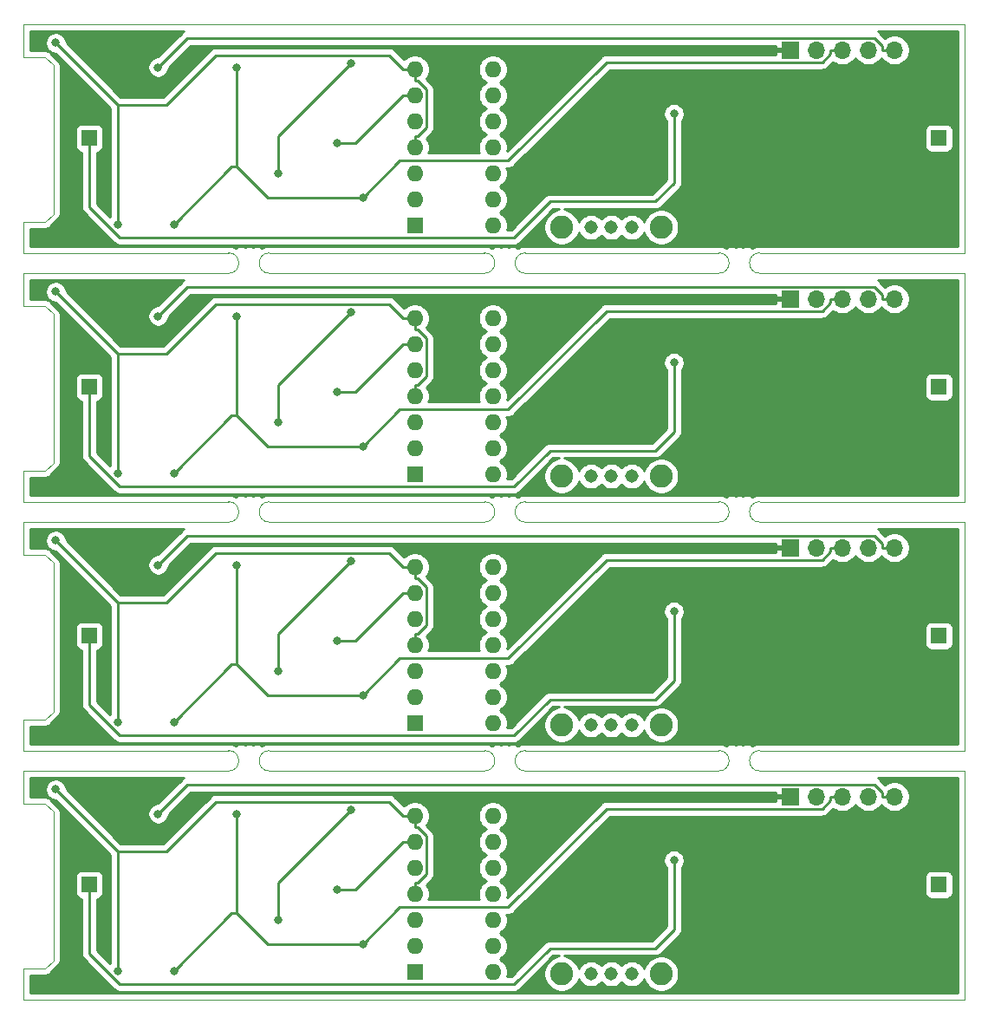
<source format=gbr>
%TF.GenerationSoftware,KiCad,Pcbnew,5.1.12-84ad8e8a86~92~ubuntu18.04.1*%
%TF.CreationDate,2021-11-12T09:30:33+01:00*%
%TF.ProjectId,window-sensor,77696e64-6f77-42d7-9365-6e736f722e6b,rev?*%
%TF.SameCoordinates,PX5dd7700PY8ec3da0*%
%TF.FileFunction,Copper,L2,Bot*%
%TF.FilePolarity,Positive*%
%FSLAX46Y46*%
G04 Gerber Fmt 4.6, Leading zero omitted, Abs format (unit mm)*
G04 Created by KiCad (PCBNEW 5.1.12-84ad8e8a86~92~ubuntu18.04.1) date 2021-11-12 09:30:33*
%MOMM*%
%LPD*%
G01*
G04 APERTURE LIST*
%TA.AperFunction,Profile*%
%ADD10C,0.050000*%
%TD*%
%TA.AperFunction,ComponentPad*%
%ADD11C,2.250000*%
%TD*%
%TA.AperFunction,ComponentPad*%
%ADD12C,1.308000*%
%TD*%
%TA.AperFunction,ComponentPad*%
%ADD13O,1.600000X1.600000*%
%TD*%
%TA.AperFunction,ComponentPad*%
%ADD14R,1.600000X1.600000*%
%TD*%
%TA.AperFunction,ComponentPad*%
%ADD15R,1.700000X1.700000*%
%TD*%
%TA.AperFunction,ComponentPad*%
%ADD16O,1.700000X1.700000*%
%TD*%
%TA.AperFunction,ComponentPad*%
%ADD17R,1.500000X1.500000*%
%TD*%
%TA.AperFunction,ViaPad*%
%ADD18C,0.800000*%
%TD*%
%TA.AperFunction,Conductor*%
%ADD19C,0.250000*%
%TD*%
%TA.AperFunction,Conductor*%
%ADD20C,0.254000*%
%TD*%
%TA.AperFunction,Conductor*%
%ADD21C,0.100000*%
%TD*%
G04 APERTURE END LIST*
D10*
X74900000Y1800000D02*
X78900000Y1800000D01*
X52000000Y1800000D02*
X56000000Y1800000D01*
X27000000Y1800000D02*
X31000000Y1800000D01*
X74900000Y97000000D02*
X78900000Y97000000D01*
X52000000Y97000000D02*
X56000000Y97000000D01*
X27000000Y97000000D02*
X31000000Y97000000D01*
X9100000Y20900000D02*
X9900000Y20100000D01*
X9100000Y45200000D02*
X9900000Y44400000D01*
X9100000Y69500000D02*
X9900000Y68700000D01*
X27000000Y26100000D02*
G75*
G02*
X27000000Y24100000I0J-1000000D01*
G01*
X27000000Y50400000D02*
G75*
G02*
X27000000Y48400000I0J-1000000D01*
G01*
X52000000Y26100000D02*
G75*
G02*
X52000000Y24100000I0J-1000000D01*
G01*
X52000000Y50400000D02*
G75*
G02*
X52000000Y48400000I0J-1000000D01*
G01*
X78900000Y24100000D02*
G75*
G02*
X78900000Y26100000I0J1000000D01*
G01*
X78900000Y48400000D02*
G75*
G02*
X78900000Y50400000I0J1000000D01*
G01*
X56000000Y1800000D02*
X74900000Y1800000D01*
X56000000Y26100000D02*
X74900000Y26100000D01*
X56000000Y50400000D02*
X74900000Y50400000D01*
X7000000Y4800000D02*
X7000000Y1800000D01*
X7000000Y29100000D02*
X7000000Y26100000D01*
X7000000Y53400000D02*
X7000000Y50400000D01*
X74900000Y26100000D02*
G75*
G02*
X74900000Y24100000I0J-1000000D01*
G01*
X74900000Y50400000D02*
G75*
G02*
X74900000Y48400000I0J-1000000D01*
G01*
X56000000Y24100000D02*
G75*
G02*
X56000000Y26100000I0J1000000D01*
G01*
X56000000Y48400000D02*
G75*
G02*
X56000000Y50400000I0J1000000D01*
G01*
X31000000Y1800000D02*
X52000000Y1800000D01*
X31000000Y26100000D02*
X52000000Y26100000D01*
X31000000Y50400000D02*
X52000000Y50400000D01*
X9100000Y4800000D02*
X9900000Y5600000D01*
X9100000Y29100000D02*
X9900000Y29900000D01*
X9100000Y53400000D02*
X9900000Y54200000D01*
X31000000Y24100000D02*
X52000000Y24100000D01*
X31000000Y48400000D02*
X52000000Y48400000D01*
X31000000Y72700000D02*
X52000000Y72700000D01*
X9900000Y20100000D02*
X9900000Y5600000D01*
X9900000Y44400000D02*
X9900000Y29900000D01*
X9900000Y68700000D02*
X9900000Y54200000D01*
X31000000Y24100000D02*
G75*
G02*
X31000000Y26100000I0J1000000D01*
G01*
X31000000Y48400000D02*
G75*
G02*
X31000000Y50400000I0J1000000D01*
G01*
X98900000Y24100000D02*
X78900000Y24100000D01*
X98900000Y48400000D02*
X78900000Y48400000D01*
X98900000Y72700000D02*
X78900000Y72700000D01*
X98900000Y1800000D02*
X98900000Y24100000D01*
X98900000Y26100000D02*
X98900000Y48400000D01*
X98900000Y50400000D02*
X98900000Y72700000D01*
X9100000Y4800000D02*
X7000000Y4800000D01*
X9100000Y29100000D02*
X7000000Y29100000D01*
X9100000Y53400000D02*
X7000000Y53400000D01*
X7000000Y20900000D02*
X7000000Y24100000D01*
X7000000Y45200000D02*
X7000000Y48400000D01*
X7000000Y69500000D02*
X7000000Y72700000D01*
X98900000Y1800000D02*
X78900000Y1800000D01*
X98900000Y26100000D02*
X78900000Y26100000D01*
X98900000Y50400000D02*
X78900000Y50400000D01*
X7000000Y24100000D02*
X27000000Y24100000D01*
X7000000Y48400000D02*
X27000000Y48400000D01*
X7000000Y72700000D02*
X27000000Y72700000D01*
X7000000Y20900000D02*
X9100000Y20900000D01*
X7000000Y45200000D02*
X9100000Y45200000D01*
X7000000Y69500000D02*
X9100000Y69500000D01*
X74900000Y24100000D02*
X56000000Y24100000D01*
X74900000Y48400000D02*
X56000000Y48400000D01*
X74900000Y72700000D02*
X56000000Y72700000D01*
X7000000Y1800000D02*
X27000000Y1800000D01*
X7000000Y26100000D02*
X27000000Y26100000D01*
X7000000Y50400000D02*
X27000000Y50400000D01*
X27000000Y74700000D02*
G75*
G02*
X27000000Y72700000I0J-1000000D01*
G01*
X31000000Y72700000D02*
G75*
G02*
X31000000Y74700000I0J1000000D01*
G01*
X52000000Y74700000D02*
G75*
G02*
X52000000Y72700000I0J-1000000D01*
G01*
X56000000Y72700000D02*
G75*
G02*
X56000000Y74700000I0J1000000D01*
G01*
X74900000Y74700000D02*
G75*
G02*
X74900000Y72700000I0J-1000000D01*
G01*
X78900000Y72700000D02*
G75*
G02*
X78900000Y74700000I0J1000000D01*
G01*
X98900000Y74700000D02*
X78900000Y74700000D01*
X56000000Y74700000D02*
X74900000Y74700000D01*
X31000000Y74700000D02*
X52000000Y74700000D01*
X7000000Y74700000D02*
X27000000Y74700000D01*
X74900000Y97000000D02*
X56000000Y97000000D01*
X31000000Y97000000D02*
X52000000Y97000000D01*
X98900000Y97000000D02*
X78900000Y97000000D01*
X7000000Y97000000D02*
X27000000Y97000000D01*
X98900000Y74700000D02*
X98900000Y97000000D01*
X7000000Y77700000D02*
X7000000Y74700000D01*
X7000000Y93800000D02*
X7000000Y97000000D01*
X9100000Y93800000D02*
X9900000Y93000000D01*
X9100000Y77700000D02*
X9900000Y78500000D01*
X9100000Y77700000D02*
X7000000Y77700000D01*
X9900000Y93000000D02*
X9900000Y78500000D01*
X7000000Y93800000D02*
X9100000Y93800000D01*
D11*
%TO.P,S1,P$5*%
%TO.N,N/C*%
X59550000Y4300000D03*
%TO.P,S1,P$4*%
X69250000Y4300000D03*
D12*
%TO.P,S1,3*%
%TO.N,Net-(S1-Pad3)*%
X62400000Y4300000D03*
%TO.P,S1,1*%
%TO.N,+3V8*%
X66400000Y4300000D03*
%TO.P,S1,2*%
%TO.N,Net-(HT7333-Pad2)*%
X64400000Y4300000D03*
%TD*%
D11*
%TO.P,S1,P$5*%
%TO.N,N/C*%
X59550000Y28600000D03*
%TO.P,S1,P$4*%
X69250000Y28600000D03*
D12*
%TO.P,S1,3*%
%TO.N,Net-(S1-Pad3)*%
X62400000Y28600000D03*
%TO.P,S1,1*%
%TO.N,+3V8*%
X66400000Y28600000D03*
%TO.P,S1,2*%
%TO.N,Net-(HT7333-Pad2)*%
X64400000Y28600000D03*
%TD*%
D11*
%TO.P,S1,P$5*%
%TO.N,N/C*%
X59550000Y52900000D03*
%TO.P,S1,P$4*%
X69250000Y52900000D03*
D12*
%TO.P,S1,3*%
%TO.N,Net-(S1-Pad3)*%
X62400000Y52900000D03*
%TO.P,S1,1*%
%TO.N,+3V8*%
X66400000Y52900000D03*
%TO.P,S1,2*%
%TO.N,Net-(HT7333-Pad2)*%
X64400000Y52900000D03*
%TD*%
D13*
%TO.P,U3,1*%
%TO.N,Net-(1M-1-Pad2)*%
X45200000Y19700000D03*
%TO.P,U3,8*%
%TO.N,N/C*%
X52820000Y4460000D03*
%TO.P,U3,2*%
%TO.N,+3V3*%
X45200000Y17160000D03*
%TO.P,U3,9*%
%TO.N,N/C*%
X52820000Y7000000D03*
%TO.P,U3,3*%
%TO.N,Net-(10k-1-Pad2)*%
X45200000Y14620000D03*
%TO.P,U3,10*%
%TO.N,N/C*%
X52820000Y9540000D03*
%TO.P,U3,4*%
%TO.N,Net-(1M-1-Pad2)*%
X45200000Y12080000D03*
%TO.P,U3,11*%
%TO.N,N/C*%
X52820000Y12080000D03*
%TO.P,U3,5*%
%TO.N,Net-(100nF-1-Pad1)*%
X45200000Y9540000D03*
%TO.P,U3,12*%
%TO.N,N/C*%
X52820000Y14620000D03*
%TO.P,U3,6*%
%TO.N,EN*%
X45200000Y7000000D03*
%TO.P,U3,13*%
%TO.N,N/C*%
X52820000Y17160000D03*
D14*
%TO.P,U3,7*%
X45200000Y4460000D03*
D13*
%TO.P,U3,14*%
X52820000Y19700000D03*
%TD*%
%TO.P,U3,1*%
%TO.N,Net-(1M-1-Pad2)*%
X45200000Y44000000D03*
%TO.P,U3,8*%
%TO.N,N/C*%
X52820000Y28760000D03*
%TO.P,U3,2*%
%TO.N,+3V3*%
X45200000Y41460000D03*
%TO.P,U3,9*%
%TO.N,N/C*%
X52820000Y31300000D03*
%TO.P,U3,3*%
%TO.N,Net-(10k-1-Pad2)*%
X45200000Y38920000D03*
%TO.P,U3,10*%
%TO.N,N/C*%
X52820000Y33840000D03*
%TO.P,U3,4*%
%TO.N,Net-(1M-1-Pad2)*%
X45200000Y36380000D03*
%TO.P,U3,11*%
%TO.N,N/C*%
X52820000Y36380000D03*
%TO.P,U3,5*%
%TO.N,Net-(100nF-1-Pad1)*%
X45200000Y33840000D03*
%TO.P,U3,12*%
%TO.N,N/C*%
X52820000Y38920000D03*
%TO.P,U3,6*%
%TO.N,EN*%
X45200000Y31300000D03*
%TO.P,U3,13*%
%TO.N,N/C*%
X52820000Y41460000D03*
D14*
%TO.P,U3,7*%
X45200000Y28760000D03*
D13*
%TO.P,U3,14*%
X52820000Y44000000D03*
%TD*%
%TO.P,U3,1*%
%TO.N,Net-(1M-1-Pad2)*%
X45200000Y68300000D03*
%TO.P,U3,8*%
%TO.N,N/C*%
X52820000Y53060000D03*
%TO.P,U3,2*%
%TO.N,+3V3*%
X45200000Y65760000D03*
%TO.P,U3,9*%
%TO.N,N/C*%
X52820000Y55600000D03*
%TO.P,U3,3*%
%TO.N,Net-(10k-1-Pad2)*%
X45200000Y63220000D03*
%TO.P,U3,10*%
%TO.N,N/C*%
X52820000Y58140000D03*
%TO.P,U3,4*%
%TO.N,Net-(1M-1-Pad2)*%
X45200000Y60680000D03*
%TO.P,U3,11*%
%TO.N,N/C*%
X52820000Y60680000D03*
%TO.P,U3,5*%
%TO.N,Net-(100nF-1-Pad1)*%
X45200000Y58140000D03*
%TO.P,U3,12*%
%TO.N,N/C*%
X52820000Y63220000D03*
%TO.P,U3,6*%
%TO.N,EN*%
X45200000Y55600000D03*
%TO.P,U3,13*%
%TO.N,N/C*%
X52820000Y65760000D03*
D14*
%TO.P,U3,7*%
X45200000Y53060000D03*
D13*
%TO.P,U3,14*%
X52820000Y68300000D03*
%TD*%
D15*
%TO.P,J1,1*%
%TO.N,GND*%
X81900000Y21600000D03*
D16*
%TO.P,J1,2*%
%TO.N,+3V3*%
X84440000Y21600000D03*
%TO.P,J1,3*%
%TO.N,Net-(10k-3-Pad1)*%
X86980000Y21600000D03*
%TO.P,J1,4*%
%TO.N,Net-(ESP-12E1-Pad21)*%
X89520000Y21600000D03*
%TO.P,J1,5*%
%TO.N,Net-(ESP-12E1-Pad22)*%
X92060000Y21600000D03*
%TD*%
D15*
%TO.P,J1,1*%
%TO.N,GND*%
X81900000Y45900000D03*
D16*
%TO.P,J1,2*%
%TO.N,+3V3*%
X84440000Y45900000D03*
%TO.P,J1,3*%
%TO.N,Net-(10k-3-Pad1)*%
X86980000Y45900000D03*
%TO.P,J1,4*%
%TO.N,Net-(ESP-12E1-Pad21)*%
X89520000Y45900000D03*
%TO.P,J1,5*%
%TO.N,Net-(ESP-12E1-Pad22)*%
X92060000Y45900000D03*
%TD*%
D15*
%TO.P,J1,1*%
%TO.N,GND*%
X81900000Y70200000D03*
D16*
%TO.P,J1,2*%
%TO.N,+3V3*%
X84440000Y70200000D03*
%TO.P,J1,3*%
%TO.N,Net-(10k-3-Pad1)*%
X86980000Y70200000D03*
%TO.P,J1,4*%
%TO.N,Net-(ESP-12E1-Pad21)*%
X89520000Y70200000D03*
%TO.P,J1,5*%
%TO.N,Net-(ESP-12E1-Pad22)*%
X92060000Y70200000D03*
%TD*%
D17*
%TO.P,3V7,1*%
%TO.N,+3V8*%
X96400000Y13000000D03*
%TD*%
%TO.P,3V7,1*%
%TO.N,+3V8*%
X96400000Y37300000D03*
%TD*%
%TO.P,3V7,1*%
%TO.N,+3V8*%
X96400000Y61600000D03*
%TD*%
%TO.P,GND,1*%
%TO.N,GND1*%
X13400000Y13000000D03*
%TD*%
%TO.P,GND,1*%
%TO.N,GND1*%
X13400000Y37300000D03*
%TD*%
%TO.P,GND,1*%
%TO.N,GND1*%
X13400000Y61600000D03*
%TD*%
%TO.P,GND,1*%
%TO.N,GND1*%
X13400000Y85900000D03*
%TD*%
%TO.P,3V7,1*%
%TO.N,+3V8*%
X96400000Y85900000D03*
%TD*%
D13*
%TO.P,U3,14*%
%TO.N,N/C*%
X52820000Y92600000D03*
D14*
%TO.P,U3,7*%
X45200000Y77360000D03*
D13*
%TO.P,U3,13*%
X52820000Y90060000D03*
%TO.P,U3,6*%
%TO.N,EN*%
X45200000Y79900000D03*
%TO.P,U3,12*%
%TO.N,N/C*%
X52820000Y87520000D03*
%TO.P,U3,5*%
%TO.N,Net-(100nF-1-Pad1)*%
X45200000Y82440000D03*
%TO.P,U3,11*%
%TO.N,N/C*%
X52820000Y84980000D03*
%TO.P,U3,4*%
%TO.N,Net-(1M-1-Pad2)*%
X45200000Y84980000D03*
%TO.P,U3,10*%
%TO.N,N/C*%
X52820000Y82440000D03*
%TO.P,U3,3*%
%TO.N,Net-(10k-1-Pad2)*%
X45200000Y87520000D03*
%TO.P,U3,9*%
%TO.N,N/C*%
X52820000Y79900000D03*
%TO.P,U3,2*%
%TO.N,+3V3*%
X45200000Y90060000D03*
%TO.P,U3,8*%
%TO.N,N/C*%
X52820000Y77360000D03*
%TO.P,U3,1*%
%TO.N,Net-(1M-1-Pad2)*%
X45200000Y92600000D03*
%TD*%
D16*
%TO.P,J1,5*%
%TO.N,Net-(ESP-12E1-Pad22)*%
X92060000Y94500000D03*
%TO.P,J1,4*%
%TO.N,Net-(ESP-12E1-Pad21)*%
X89520000Y94500000D03*
%TO.P,J1,3*%
%TO.N,Net-(10k-3-Pad1)*%
X86980000Y94500000D03*
%TO.P,J1,2*%
%TO.N,+3V3*%
X84440000Y94500000D03*
D15*
%TO.P,J1,1*%
%TO.N,GND*%
X81900000Y94500000D03*
%TD*%
D12*
%TO.P,S1,2*%
%TO.N,Net-(HT7333-Pad2)*%
X64400000Y77200000D03*
%TO.P,S1,1*%
%TO.N,+3V8*%
X66400000Y77200000D03*
%TO.P,S1,3*%
%TO.N,Net-(S1-Pad3)*%
X62400000Y77200000D03*
D11*
%TO.P,S1,P$4*%
%TO.N,N/C*%
X69250000Y77200000D03*
%TO.P,S1,P$5*%
X59550000Y77200000D03*
%TD*%
D18*
%TO.N,GND1*%
X70520100Y88283000D03*
X70520100Y63983000D03*
X70520100Y39683000D03*
X70520100Y15383000D03*
%TO.N,Net-(ESP-12E1-Pad22)*%
X20120200Y92822400D03*
X20120200Y68522400D03*
X20120200Y44222400D03*
X20120200Y19922400D03*
%TO.N,Net-(ESP-12E1-Pad1)*%
X31843800Y82459600D03*
X38976100Y93211500D03*
X31843800Y58159600D03*
X31843800Y33859600D03*
X31843800Y9559600D03*
X38976100Y68911500D03*
X38976100Y44611500D03*
X38976100Y20311500D03*
%TO.N,Net-(10k-3-Pad1)*%
X21651400Y77451400D03*
X40133200Y80117500D03*
X27800000Y92813300D03*
X27800000Y68513300D03*
X27800000Y44213300D03*
X27800000Y19913300D03*
X40133200Y55817500D03*
X40133200Y31517500D03*
X40133200Y7217500D03*
X21651400Y53151400D03*
X21651400Y28851400D03*
X21651400Y4551400D03*
%TO.N,Net-(1M-1-Pad2)*%
X10118800Y95202100D03*
X16163500Y77463500D03*
X16163500Y53163500D03*
X16163500Y28863500D03*
X16163500Y4563500D03*
X10118800Y70902100D03*
X10118800Y46602100D03*
X10118800Y22302100D03*
%TO.N,+3V3*%
X37632900Y85381600D03*
X37632900Y61081600D03*
X37632900Y36781600D03*
X37632900Y12481600D03*
%TD*%
D19*
%TO.N,GND1*%
X16362500Y76209800D02*
X13400000Y79172300D01*
X13400000Y79172300D02*
X13400000Y85900000D01*
X16362500Y76209800D02*
X54909800Y76209800D01*
X54909800Y76209800D02*
X58400000Y79700000D01*
X58400000Y79700000D02*
X68700000Y79700000D01*
X70520100Y81520100D02*
X70520100Y88283000D01*
X68700000Y79700000D02*
X70520100Y81520100D01*
X13400000Y54872300D02*
X13400000Y61600000D01*
X13400000Y30572300D02*
X13400000Y37300000D01*
X13400000Y6272300D02*
X13400000Y13000000D01*
X68700000Y55400000D02*
X70520100Y57220100D01*
X68700000Y31100000D02*
X70520100Y32920100D01*
X68700000Y6800000D02*
X70520100Y8620100D01*
X58400000Y55400000D02*
X68700000Y55400000D01*
X58400000Y31100000D02*
X68700000Y31100000D01*
X58400000Y6800000D02*
X68700000Y6800000D01*
X54909800Y51909800D02*
X58400000Y55400000D01*
X54909800Y27609800D02*
X58400000Y31100000D01*
X54909800Y3309800D02*
X58400000Y6800000D01*
X16362500Y51909800D02*
X13400000Y54872300D01*
X16362500Y27609800D02*
X13400000Y30572300D01*
X16362500Y3309800D02*
X13400000Y6272300D01*
X70520100Y57220100D02*
X70520100Y63983000D01*
X70520100Y32920100D02*
X70520100Y39683000D01*
X70520100Y8620100D02*
X70520100Y15383000D01*
X16362500Y51909800D02*
X54909800Y51909800D01*
X16362500Y27609800D02*
X54909800Y27609800D01*
X16362500Y3309800D02*
X54909800Y3309800D01*
%TO.N,Net-(ESP-12E1-Pad22)*%
X92060000Y94500000D02*
X90884700Y94500000D01*
X90884700Y94500000D02*
X90884700Y94867300D01*
X90884700Y94867300D02*
X90067700Y95684300D01*
X90067700Y95684300D02*
X22982100Y95684300D01*
X22982100Y95684300D02*
X20120200Y92822400D01*
X92060000Y70200000D02*
X90884700Y70200000D01*
X92060000Y45900000D02*
X90884700Y45900000D01*
X92060000Y21600000D02*
X90884700Y21600000D01*
X90884700Y70567300D02*
X90067700Y71384300D01*
X90884700Y46267300D02*
X90067700Y47084300D01*
X90884700Y21967300D02*
X90067700Y22784300D01*
X90884700Y70200000D02*
X90884700Y70567300D01*
X90884700Y45900000D02*
X90884700Y46267300D01*
X90884700Y21600000D02*
X90884700Y21967300D01*
X90067700Y71384300D02*
X22982100Y71384300D01*
X90067700Y47084300D02*
X22982100Y47084300D01*
X90067700Y22784300D02*
X22982100Y22784300D01*
X22982100Y71384300D02*
X20120200Y68522400D01*
X22982100Y47084300D02*
X20120200Y44222400D01*
X22982100Y22784300D02*
X20120200Y19922400D01*
%TO.N,Net-(ESP-12E1-Pad1)*%
X38976100Y93211500D02*
X31843800Y86079200D01*
X31843800Y86079200D02*
X31843800Y82459600D01*
X31843800Y61779200D02*
X31843800Y58159600D01*
X31843800Y37479200D02*
X31843800Y33859600D01*
X31843800Y13179200D02*
X31843800Y9559600D01*
X38976100Y68911500D02*
X31843800Y61779200D01*
X38976100Y44611500D02*
X31843800Y37479200D01*
X38976100Y20311500D02*
X31843800Y13179200D01*
%TO.N,Net-(10k-3-Pad1)*%
X27800000Y83121400D02*
X27321400Y83121400D01*
X27321400Y83121400D02*
X21651400Y77451400D01*
X27800000Y83121400D02*
X30803900Y80117500D01*
X30803900Y80117500D02*
X40133200Y80117500D01*
X27800000Y92813300D02*
X27800000Y83121400D01*
X86980000Y94500000D02*
X85804700Y94500000D01*
X85804700Y94500000D02*
X85804700Y94132600D01*
X85804700Y94132600D02*
X84996800Y93324700D01*
X84996800Y93324700D02*
X63933000Y93324700D01*
X63933000Y93324700D02*
X54318300Y83710000D01*
X54318300Y83710000D02*
X43725700Y83710000D01*
X43725700Y83710000D02*
X40133200Y80117500D01*
X43725700Y59410000D02*
X40133200Y55817500D01*
X43725700Y35110000D02*
X40133200Y31517500D01*
X43725700Y10810000D02*
X40133200Y7217500D01*
X27800000Y58821400D02*
X30803900Y55817500D01*
X27800000Y34521400D02*
X30803900Y31517500D01*
X27800000Y10221400D02*
X30803900Y7217500D01*
X85804700Y70200000D02*
X85804700Y69832600D01*
X85804700Y45900000D02*
X85804700Y45532600D01*
X85804700Y21600000D02*
X85804700Y21232600D01*
X85804700Y69832600D02*
X84996800Y69024700D01*
X85804700Y45532600D02*
X84996800Y44724700D01*
X85804700Y21232600D02*
X84996800Y20424700D01*
X84996800Y69024700D02*
X63933000Y69024700D01*
X84996800Y44724700D02*
X63933000Y44724700D01*
X84996800Y20424700D02*
X63933000Y20424700D01*
X30803900Y55817500D02*
X40133200Y55817500D01*
X30803900Y31517500D02*
X40133200Y31517500D01*
X30803900Y7217500D02*
X40133200Y7217500D01*
X27800000Y68513300D02*
X27800000Y58821400D01*
X27800000Y44213300D02*
X27800000Y34521400D01*
X27800000Y19913300D02*
X27800000Y10221400D01*
X27321400Y58821400D02*
X21651400Y53151400D01*
X27321400Y34521400D02*
X21651400Y28851400D01*
X27321400Y10221400D02*
X21651400Y4551400D01*
X86980000Y70200000D02*
X85804700Y70200000D01*
X86980000Y45900000D02*
X85804700Y45900000D01*
X86980000Y21600000D02*
X85804700Y21600000D01*
X63933000Y69024700D02*
X54318300Y59410000D01*
X63933000Y44724700D02*
X54318300Y35110000D01*
X63933000Y20424700D02*
X54318300Y10810000D01*
X27800000Y58821400D02*
X27321400Y58821400D01*
X27800000Y34521400D02*
X27321400Y34521400D01*
X27800000Y10221400D02*
X27321400Y10221400D01*
X54318300Y59410000D02*
X43725700Y59410000D01*
X54318300Y35110000D02*
X43725700Y35110000D01*
X54318300Y10810000D02*
X43725700Y10810000D01*
%TO.N,Net-(1M-1-Pad2)*%
X16163500Y89157400D02*
X20932700Y89157400D01*
X20932700Y89157400D02*
X25782000Y94006700D01*
X25782000Y94006700D02*
X42668000Y94006700D01*
X42668000Y94006700D02*
X44074700Y92600000D01*
X16163500Y77463500D02*
X16163500Y89157400D01*
X16163500Y89157400D02*
X10118800Y95202100D01*
X45200000Y92600000D02*
X44074700Y92600000D01*
X45200000Y84980000D02*
X45200000Y86105300D01*
X45200000Y92600000D02*
X45200000Y91474700D01*
X45200000Y91474700D02*
X45481300Y91474700D01*
X45481300Y91474700D02*
X46325300Y90630700D01*
X46325300Y90630700D02*
X46325300Y86949200D01*
X46325300Y86949200D02*
X45481400Y86105300D01*
X45481400Y86105300D02*
X45200000Y86105300D01*
X42668000Y69706700D02*
X44074700Y68300000D01*
X42668000Y45406700D02*
X44074700Y44000000D01*
X42668000Y21106700D02*
X44074700Y19700000D01*
X45200000Y60680000D02*
X45200000Y61805300D01*
X45200000Y36380000D02*
X45200000Y37505300D01*
X45200000Y12080000D02*
X45200000Y13205300D01*
X20932700Y64857400D02*
X25782000Y69706700D01*
X20932700Y40557400D02*
X25782000Y45406700D01*
X20932700Y16257400D02*
X25782000Y21106700D01*
X25782000Y69706700D02*
X42668000Y69706700D01*
X25782000Y45406700D02*
X42668000Y45406700D01*
X25782000Y21106700D02*
X42668000Y21106700D01*
X45481300Y67174700D02*
X46325300Y66330700D01*
X45481300Y42874700D02*
X46325300Y42030700D01*
X45481300Y18574700D02*
X46325300Y17730700D01*
X45481400Y61805300D02*
X45200000Y61805300D01*
X45481400Y37505300D02*
X45200000Y37505300D01*
X45481400Y13205300D02*
X45200000Y13205300D01*
X45200000Y68300000D02*
X45200000Y67174700D01*
X45200000Y44000000D02*
X45200000Y42874700D01*
X45200000Y19700000D02*
X45200000Y18574700D01*
X16163500Y53163500D02*
X16163500Y64857400D01*
X16163500Y28863500D02*
X16163500Y40557400D01*
X16163500Y4563500D02*
X16163500Y16257400D01*
X16163500Y64857400D02*
X20932700Y64857400D01*
X16163500Y40557400D02*
X20932700Y40557400D01*
X16163500Y16257400D02*
X20932700Y16257400D01*
X45200000Y67174700D02*
X45481300Y67174700D01*
X45200000Y42874700D02*
X45481300Y42874700D01*
X45200000Y18574700D02*
X45481300Y18574700D01*
X16163500Y64857400D02*
X10118800Y70902100D01*
X16163500Y40557400D02*
X10118800Y46602100D01*
X16163500Y16257400D02*
X10118800Y22302100D01*
X45200000Y68300000D02*
X44074700Y68300000D01*
X45200000Y44000000D02*
X44074700Y44000000D01*
X45200000Y19700000D02*
X44074700Y19700000D01*
X46325300Y66330700D02*
X46325300Y62649200D01*
X46325300Y42030700D02*
X46325300Y38349200D01*
X46325300Y17730700D02*
X46325300Y14049200D01*
X46325300Y62649200D02*
X45481400Y61805300D01*
X46325300Y38349200D02*
X45481400Y37505300D01*
X46325300Y14049200D02*
X45481400Y13205300D01*
%TO.N,+3V3*%
X45200000Y90060000D02*
X44074700Y90060000D01*
X44074700Y90060000D02*
X39396300Y85381600D01*
X39396300Y85381600D02*
X37632900Y85381600D01*
X45200000Y65760000D02*
X44074700Y65760000D01*
X45200000Y41460000D02*
X44074700Y41460000D01*
X45200000Y17160000D02*
X44074700Y17160000D01*
X39396300Y61081600D02*
X37632900Y61081600D01*
X39396300Y36781600D02*
X37632900Y36781600D01*
X39396300Y12481600D02*
X37632900Y12481600D01*
X44074700Y65760000D02*
X39396300Y61081600D01*
X44074700Y41460000D02*
X39396300Y36781600D01*
X44074700Y17160000D02*
X39396300Y12481600D01*
%TD*%
D20*
%TO.N,GND*%
X22557824Y96319274D02*
X22442099Y96224301D01*
X22418301Y96195303D01*
X20080399Y93857400D01*
X20018261Y93857400D01*
X19818302Y93817626D01*
X19629944Y93739605D01*
X19460426Y93626337D01*
X19316263Y93482174D01*
X19202995Y93312656D01*
X19124974Y93124298D01*
X19085200Y92924339D01*
X19085200Y92720461D01*
X19124974Y92520502D01*
X19202995Y92332144D01*
X19316263Y92162626D01*
X19460426Y92018463D01*
X19629944Y91905195D01*
X19818302Y91827174D01*
X20018261Y91787400D01*
X20222139Y91787400D01*
X20422098Y91827174D01*
X20610456Y91905195D01*
X20779974Y92018463D01*
X20924137Y92162626D01*
X21037405Y92332144D01*
X21115426Y92520502D01*
X21155200Y92720461D01*
X21155200Y92782599D01*
X23296902Y94924300D01*
X80414246Y94924300D01*
X80415000Y94785750D01*
X80573750Y94627000D01*
X81773000Y94627000D01*
X81773000Y94647000D01*
X82027000Y94647000D01*
X82027000Y94627000D01*
X82047000Y94627000D01*
X82047000Y94373000D01*
X82027000Y94373000D01*
X82027000Y94353000D01*
X81773000Y94353000D01*
X81773000Y94373000D01*
X80573750Y94373000D01*
X80415000Y94214250D01*
X80414295Y94084700D01*
X63970322Y94084700D01*
X63932999Y94088376D01*
X63895676Y94084700D01*
X63895667Y94084700D01*
X63784014Y94073703D01*
X63656425Y94035000D01*
X63640753Y94030246D01*
X63508723Y93959674D01*
X63471814Y93929383D01*
X63392999Y93864701D01*
X63369201Y93835703D01*
X54225907Y84692408D01*
X54255000Y84838665D01*
X54255000Y85121335D01*
X54199853Y85398574D01*
X54091680Y85659727D01*
X53934637Y85894759D01*
X53734759Y86094637D01*
X53502241Y86250000D01*
X53734759Y86405363D01*
X53934637Y86605241D01*
X54091680Y86840273D01*
X54199853Y87101426D01*
X54255000Y87378665D01*
X54255000Y87661335D01*
X54199853Y87938574D01*
X54091680Y88199727D01*
X53934637Y88434759D01*
X53734759Y88634637D01*
X53502241Y88790000D01*
X53734759Y88945363D01*
X53934637Y89145241D01*
X54091680Y89380273D01*
X54199853Y89641426D01*
X54255000Y89918665D01*
X54255000Y90201335D01*
X54199853Y90478574D01*
X54091680Y90739727D01*
X53934637Y90974759D01*
X53734759Y91174637D01*
X53502241Y91330000D01*
X53734759Y91485363D01*
X53934637Y91685241D01*
X54091680Y91920273D01*
X54199853Y92181426D01*
X54255000Y92458665D01*
X54255000Y92741335D01*
X54199853Y93018574D01*
X54091680Y93279727D01*
X53934637Y93514759D01*
X53734759Y93714637D01*
X53499727Y93871680D01*
X53238574Y93979853D01*
X52961335Y94035000D01*
X52678665Y94035000D01*
X52401426Y93979853D01*
X52140273Y93871680D01*
X51905241Y93714637D01*
X51705363Y93514759D01*
X51548320Y93279727D01*
X51440147Y93018574D01*
X51385000Y92741335D01*
X51385000Y92458665D01*
X51440147Y92181426D01*
X51548320Y91920273D01*
X51705363Y91685241D01*
X51905241Y91485363D01*
X52137759Y91330000D01*
X51905241Y91174637D01*
X51705363Y90974759D01*
X51548320Y90739727D01*
X51440147Y90478574D01*
X51385000Y90201335D01*
X51385000Y89918665D01*
X51440147Y89641426D01*
X51548320Y89380273D01*
X51705363Y89145241D01*
X51905241Y88945363D01*
X52137759Y88790000D01*
X51905241Y88634637D01*
X51705363Y88434759D01*
X51548320Y88199727D01*
X51440147Y87938574D01*
X51385000Y87661335D01*
X51385000Y87378665D01*
X51440147Y87101426D01*
X51548320Y86840273D01*
X51705363Y86605241D01*
X51905241Y86405363D01*
X52137759Y86250000D01*
X51905241Y86094637D01*
X51705363Y85894759D01*
X51548320Y85659727D01*
X51440147Y85398574D01*
X51385000Y85121335D01*
X51385000Y84838665D01*
X51440147Y84561426D01*
X51478017Y84470000D01*
X46541983Y84470000D01*
X46579853Y84561426D01*
X46635000Y84838665D01*
X46635000Y85121335D01*
X46579853Y85398574D01*
X46471680Y85659727D01*
X46327063Y85876162D01*
X46836303Y86385401D01*
X46865301Y86409199D01*
X46960274Y86524924D01*
X47030846Y86656953D01*
X47074303Y86800214D01*
X47085300Y86911867D01*
X47085300Y86911877D01*
X47088976Y86949200D01*
X47085300Y86986523D01*
X47085300Y90593378D01*
X47088976Y90630701D01*
X47085300Y90668024D01*
X47085300Y90668033D01*
X47074303Y90779686D01*
X47030846Y90922947D01*
X46960274Y91054976D01*
X46865301Y91170701D01*
X46836304Y91194498D01*
X46327023Y91703778D01*
X46471680Y91920273D01*
X46579853Y92181426D01*
X46635000Y92458665D01*
X46635000Y92741335D01*
X46579853Y93018574D01*
X46471680Y93279727D01*
X46314637Y93514759D01*
X46114759Y93714637D01*
X45879727Y93871680D01*
X45618574Y93979853D01*
X45341335Y94035000D01*
X45058665Y94035000D01*
X44781426Y93979853D01*
X44520273Y93871680D01*
X44285241Y93714637D01*
X44160053Y93589449D01*
X43231804Y94517697D01*
X43208001Y94546701D01*
X43092276Y94641674D01*
X42960247Y94712246D01*
X42816986Y94755703D01*
X42705333Y94766700D01*
X42705322Y94766700D01*
X42668000Y94770376D01*
X42630678Y94766700D01*
X25819323Y94766700D01*
X25782000Y94770376D01*
X25744677Y94766700D01*
X25744667Y94766700D01*
X25633014Y94755703D01*
X25489753Y94712246D01*
X25357724Y94641674D01*
X25241999Y94546701D01*
X25218201Y94517703D01*
X20617899Y89917400D01*
X16478302Y89917400D01*
X11153800Y95241901D01*
X11153800Y95304039D01*
X11114026Y95503998D01*
X11036005Y95692356D01*
X10922737Y95861874D01*
X10778574Y96006037D01*
X10609056Y96119305D01*
X10420698Y96197326D01*
X10220739Y96237100D01*
X10016861Y96237100D01*
X9816902Y96197326D01*
X9628544Y96119305D01*
X9459026Y96006037D01*
X9314863Y95861874D01*
X9201595Y95692356D01*
X9123574Y95503998D01*
X9083800Y95304039D01*
X9083800Y95100161D01*
X9123574Y94900202D01*
X9201595Y94711844D01*
X9314863Y94542326D01*
X9459026Y94398163D01*
X9628544Y94284895D01*
X9816902Y94206874D01*
X10016861Y94167100D01*
X10078999Y94167100D01*
X15403501Y88842597D01*
X15403500Y78243601D01*
X14160000Y79487101D01*
X14160000Y84512913D01*
X14274482Y84524188D01*
X14394180Y84560498D01*
X14504494Y84619463D01*
X14601185Y84698815D01*
X14680537Y84795506D01*
X14739502Y84905820D01*
X14775812Y85025518D01*
X14788072Y85150000D01*
X14788072Y86650000D01*
X14775812Y86774482D01*
X14739502Y86894180D01*
X14680537Y87004494D01*
X14601185Y87101185D01*
X14504494Y87180537D01*
X14394180Y87239502D01*
X14274482Y87275812D01*
X14150000Y87288072D01*
X12650000Y87288072D01*
X12525518Y87275812D01*
X12405820Y87239502D01*
X12295506Y87180537D01*
X12198815Y87101185D01*
X12119463Y87004494D01*
X12060498Y86894180D01*
X12024188Y86774482D01*
X12011928Y86650000D01*
X12011928Y85150000D01*
X12024188Y85025518D01*
X12060498Y84905820D01*
X12119463Y84795506D01*
X12198815Y84698815D01*
X12295506Y84619463D01*
X12405820Y84560498D01*
X12525518Y84524188D01*
X12640001Y84512913D01*
X12640000Y79209623D01*
X12636324Y79172300D01*
X12640000Y79134978D01*
X12640000Y79134968D01*
X12650997Y79023315D01*
X12676270Y78940000D01*
X12694454Y78880054D01*
X12765026Y78748024D01*
X12804871Y78699474D01*
X12859999Y78632299D01*
X12889003Y78608496D01*
X15798701Y75698797D01*
X15822499Y75669799D01*
X15938224Y75574826D01*
X16070253Y75504254D01*
X16213514Y75460797D01*
X16325167Y75449800D01*
X16325175Y75449800D01*
X16362500Y75446124D01*
X16399825Y75449800D01*
X54872478Y75449800D01*
X54909800Y75446124D01*
X54947122Y75449800D01*
X54947133Y75449800D01*
X55058786Y75460797D01*
X55202047Y75504254D01*
X55334076Y75574826D01*
X55449801Y75669799D01*
X55473604Y75698803D01*
X58714802Y78940000D01*
X59276109Y78940000D01*
X59036627Y78892364D01*
X58716327Y78759692D01*
X58428065Y78567081D01*
X58182919Y78321935D01*
X57990308Y78033673D01*
X57857636Y77713373D01*
X57790000Y77373345D01*
X57790000Y77026655D01*
X57857636Y76686627D01*
X57990308Y76366327D01*
X58182919Y76078065D01*
X58428065Y75832919D01*
X58716327Y75640308D01*
X59036627Y75507636D01*
X59376655Y75440000D01*
X59723345Y75440000D01*
X60063373Y75507636D01*
X60383673Y75640308D01*
X60671935Y75832919D01*
X60917081Y76078065D01*
X61109692Y76366327D01*
X61229903Y76656544D01*
X61257703Y76589430D01*
X61398768Y76378310D01*
X61578310Y76198768D01*
X61789430Y76057703D01*
X62024013Y75960535D01*
X62273045Y75911000D01*
X62526955Y75911000D01*
X62775987Y75960535D01*
X63010570Y76057703D01*
X63221690Y76198768D01*
X63400000Y76377078D01*
X63578310Y76198768D01*
X63789430Y76057703D01*
X64024013Y75960535D01*
X64273045Y75911000D01*
X64526955Y75911000D01*
X64775987Y75960535D01*
X65010570Y76057703D01*
X65221690Y76198768D01*
X65400000Y76377078D01*
X65578310Y76198768D01*
X65789430Y76057703D01*
X66024013Y75960535D01*
X66273045Y75911000D01*
X66526955Y75911000D01*
X66775987Y75960535D01*
X67010570Y76057703D01*
X67221690Y76198768D01*
X67401232Y76378310D01*
X67542297Y76589430D01*
X67570097Y76656544D01*
X67690308Y76366327D01*
X67882919Y76078065D01*
X68128065Y75832919D01*
X68416327Y75640308D01*
X68736627Y75507636D01*
X69076655Y75440000D01*
X69423345Y75440000D01*
X69763373Y75507636D01*
X70083673Y75640308D01*
X70371935Y75832919D01*
X70617081Y76078065D01*
X70809692Y76366327D01*
X70942364Y76686627D01*
X71010000Y77026655D01*
X71010000Y77373345D01*
X70942364Y77713373D01*
X70809692Y78033673D01*
X70617081Y78321935D01*
X70371935Y78567081D01*
X70083673Y78759692D01*
X69763373Y78892364D01*
X69423345Y78960000D01*
X69076655Y78960000D01*
X68736627Y78892364D01*
X68416327Y78759692D01*
X68128065Y78567081D01*
X67882919Y78321935D01*
X67690308Y78033673D01*
X67570097Y77743456D01*
X67542297Y77810570D01*
X67401232Y78021690D01*
X67221690Y78201232D01*
X67010570Y78342297D01*
X66775987Y78439465D01*
X66526955Y78489000D01*
X66273045Y78489000D01*
X66024013Y78439465D01*
X65789430Y78342297D01*
X65578310Y78201232D01*
X65400000Y78022922D01*
X65221690Y78201232D01*
X65010570Y78342297D01*
X64775987Y78439465D01*
X64526955Y78489000D01*
X64273045Y78489000D01*
X64024013Y78439465D01*
X63789430Y78342297D01*
X63578310Y78201232D01*
X63400000Y78022922D01*
X63221690Y78201232D01*
X63010570Y78342297D01*
X62775987Y78439465D01*
X62526955Y78489000D01*
X62273045Y78489000D01*
X62024013Y78439465D01*
X61789430Y78342297D01*
X61578310Y78201232D01*
X61398768Y78021690D01*
X61257703Y77810570D01*
X61229903Y77743456D01*
X61109692Y78033673D01*
X60917081Y78321935D01*
X60671935Y78567081D01*
X60383673Y78759692D01*
X60063373Y78892364D01*
X59823891Y78940000D01*
X68662678Y78940000D01*
X68700000Y78936324D01*
X68737322Y78940000D01*
X68737333Y78940000D01*
X68848986Y78950997D01*
X68992247Y78994454D01*
X69124276Y79065026D01*
X69240001Y79159999D01*
X69263804Y79189003D01*
X71031104Y80956302D01*
X71060101Y80980099D01*
X71125795Y81060147D01*
X71155074Y81095823D01*
X71225646Y81227853D01*
X71241420Y81279853D01*
X71269103Y81371114D01*
X71280100Y81482767D01*
X71280100Y81482776D01*
X71283776Y81520099D01*
X71280100Y81557422D01*
X71280100Y86650000D01*
X95011928Y86650000D01*
X95011928Y85150000D01*
X95024188Y85025518D01*
X95060498Y84905820D01*
X95119463Y84795506D01*
X95198815Y84698815D01*
X95295506Y84619463D01*
X95405820Y84560498D01*
X95525518Y84524188D01*
X95650000Y84511928D01*
X97150000Y84511928D01*
X97274482Y84524188D01*
X97394180Y84560498D01*
X97504494Y84619463D01*
X97601185Y84698815D01*
X97680537Y84795506D01*
X97739502Y84905820D01*
X97775812Y85025518D01*
X97788072Y85150000D01*
X97788072Y86650000D01*
X97775812Y86774482D01*
X97739502Y86894180D01*
X97680537Y87004494D01*
X97601185Y87101185D01*
X97504494Y87180537D01*
X97394180Y87239502D01*
X97274482Y87275812D01*
X97150000Y87288072D01*
X95650000Y87288072D01*
X95525518Y87275812D01*
X95405820Y87239502D01*
X95295506Y87180537D01*
X95198815Y87101185D01*
X95119463Y87004494D01*
X95060498Y86894180D01*
X95024188Y86774482D01*
X95011928Y86650000D01*
X71280100Y86650000D01*
X71280100Y87579289D01*
X71324037Y87623226D01*
X71437305Y87792744D01*
X71515326Y87981102D01*
X71555100Y88181061D01*
X71555100Y88384939D01*
X71515326Y88584898D01*
X71437305Y88773256D01*
X71324037Y88942774D01*
X71179874Y89086937D01*
X71010356Y89200205D01*
X70821998Y89278226D01*
X70622039Y89318000D01*
X70418161Y89318000D01*
X70218202Y89278226D01*
X70029844Y89200205D01*
X69860326Y89086937D01*
X69716163Y88942774D01*
X69602895Y88773256D01*
X69524874Y88584898D01*
X69485100Y88384939D01*
X69485100Y88181061D01*
X69524874Y87981102D01*
X69602895Y87792744D01*
X69716163Y87623226D01*
X69760101Y87579288D01*
X69760100Y81834902D01*
X68385199Y80460000D01*
X58437322Y80460000D01*
X58399999Y80463676D01*
X58362676Y80460000D01*
X58362667Y80460000D01*
X58251014Y80449003D01*
X58107753Y80405546D01*
X57975724Y80334974D01*
X57859999Y80240001D01*
X57836201Y80211003D01*
X54594999Y76969800D01*
X54205497Y76969800D01*
X54255000Y77218665D01*
X54255000Y77501335D01*
X54199853Y77778574D01*
X54091680Y78039727D01*
X53934637Y78274759D01*
X53734759Y78474637D01*
X53502241Y78630000D01*
X53734759Y78785363D01*
X53934637Y78985241D01*
X54091680Y79220273D01*
X54199853Y79481426D01*
X54255000Y79758665D01*
X54255000Y80041335D01*
X54199853Y80318574D01*
X54091680Y80579727D01*
X53934637Y80814759D01*
X53734759Y81014637D01*
X53502241Y81170000D01*
X53734759Y81325363D01*
X53934637Y81525241D01*
X54091680Y81760273D01*
X54199853Y82021426D01*
X54255000Y82298665D01*
X54255000Y82581335D01*
X54199853Y82858574D01*
X54161983Y82950000D01*
X54280978Y82950000D01*
X54318300Y82946324D01*
X54355622Y82950000D01*
X54355633Y82950000D01*
X54467286Y82960997D01*
X54610547Y83004454D01*
X54742576Y83075026D01*
X54858301Y83169999D01*
X54882104Y83199003D01*
X64247802Y92564700D01*
X84959478Y92564700D01*
X84996800Y92561024D01*
X85034122Y92564700D01*
X85034133Y92564700D01*
X85145786Y92575697D01*
X85289047Y92619154D01*
X85421076Y92689726D01*
X85536801Y92784699D01*
X85560603Y92813702D01*
X86069371Y93322469D01*
X86276589Y93184010D01*
X86546842Y93072068D01*
X86833740Y93015000D01*
X87126260Y93015000D01*
X87413158Y93072068D01*
X87683411Y93184010D01*
X87926632Y93346525D01*
X88133475Y93553368D01*
X88250000Y93727760D01*
X88366525Y93553368D01*
X88573368Y93346525D01*
X88816589Y93184010D01*
X89086842Y93072068D01*
X89373740Y93015000D01*
X89666260Y93015000D01*
X89953158Y93072068D01*
X90223411Y93184010D01*
X90466632Y93346525D01*
X90673475Y93553368D01*
X90790000Y93727760D01*
X90906525Y93553368D01*
X91113368Y93346525D01*
X91356589Y93184010D01*
X91626842Y93072068D01*
X91913740Y93015000D01*
X92206260Y93015000D01*
X92493158Y93072068D01*
X92763411Y93184010D01*
X93006632Y93346525D01*
X93213475Y93553368D01*
X93375990Y93796589D01*
X93487932Y94066842D01*
X93545000Y94353740D01*
X93545000Y94646260D01*
X93487932Y94933158D01*
X93375990Y95203411D01*
X93213475Y95446632D01*
X93006632Y95653475D01*
X92763411Y95815990D01*
X92493158Y95927932D01*
X92206260Y95985000D01*
X91913740Y95985000D01*
X91626842Y95927932D01*
X91356589Y95815990D01*
X91149311Y95677491D01*
X90631503Y96195298D01*
X90607701Y96224301D01*
X90491976Y96319274D01*
X90453201Y96340000D01*
X98240001Y96340000D01*
X98240000Y75360000D01*
X78867581Y75360000D01*
X78834613Y75356753D01*
X78821633Y75356753D01*
X78812468Y75355790D01*
X78618518Y75334035D01*
X78560019Y75321600D01*
X78501325Y75309978D01*
X78492522Y75307253D01*
X78306491Y75248240D01*
X78251509Y75224674D01*
X78196206Y75201880D01*
X78188100Y75197497D01*
X78153071Y75178239D01*
X78069205Y75234277D01*
X77908145Y75300990D01*
X77737165Y75335000D01*
X77562835Y75335000D01*
X77391855Y75300990D01*
X77275000Y75252587D01*
X77158145Y75300990D01*
X76987165Y75335000D01*
X76812835Y75335000D01*
X76641855Y75300990D01*
X76525000Y75252587D01*
X76408145Y75300990D01*
X76237165Y75335000D01*
X76062835Y75335000D01*
X75891855Y75300990D01*
X75730795Y75234277D01*
X75646323Y75177834D01*
X75590921Y75207292D01*
X75535606Y75230091D01*
X75480634Y75253652D01*
X75471831Y75256377D01*
X75284995Y75312786D01*
X75226307Y75324406D01*
X75167804Y75336842D01*
X75158639Y75337805D01*
X74964405Y75356850D01*
X74964402Y75356850D01*
X74932419Y75360000D01*
X55967581Y75360000D01*
X55934613Y75356753D01*
X55921633Y75356753D01*
X55912468Y75355790D01*
X55718518Y75334035D01*
X55660019Y75321600D01*
X55601325Y75309978D01*
X55592522Y75307253D01*
X55406491Y75248240D01*
X55351509Y75224674D01*
X55296206Y75201880D01*
X55288100Y75197497D01*
X55253071Y75178239D01*
X55169205Y75234277D01*
X55008145Y75300990D01*
X54837165Y75335000D01*
X54662835Y75335000D01*
X54491855Y75300990D01*
X54375000Y75252587D01*
X54258145Y75300990D01*
X54087165Y75335000D01*
X53912835Y75335000D01*
X53741855Y75300990D01*
X53625000Y75252587D01*
X53508145Y75300990D01*
X53337165Y75335000D01*
X53162835Y75335000D01*
X52991855Y75300990D01*
X52830795Y75234277D01*
X52746323Y75177834D01*
X52690921Y75207292D01*
X52635606Y75230091D01*
X52580634Y75253652D01*
X52571831Y75256377D01*
X52384995Y75312786D01*
X52326307Y75324406D01*
X52267804Y75336842D01*
X52258639Y75337805D01*
X52064405Y75356850D01*
X52064402Y75356850D01*
X52032419Y75360000D01*
X30967581Y75360000D01*
X30934613Y75356753D01*
X30921633Y75356753D01*
X30912468Y75355790D01*
X30718518Y75334035D01*
X30660019Y75321600D01*
X30601325Y75309978D01*
X30592522Y75307253D01*
X30406491Y75248240D01*
X30351509Y75224674D01*
X30296206Y75201880D01*
X30288100Y75197497D01*
X30253071Y75178239D01*
X30169205Y75234277D01*
X30008145Y75300990D01*
X29837165Y75335000D01*
X29662835Y75335000D01*
X29491855Y75300990D01*
X29375000Y75252587D01*
X29258145Y75300990D01*
X29087165Y75335000D01*
X28912835Y75335000D01*
X28741855Y75300990D01*
X28625000Y75252587D01*
X28508145Y75300990D01*
X28337165Y75335000D01*
X28162835Y75335000D01*
X27991855Y75300990D01*
X27830795Y75234277D01*
X27746323Y75177834D01*
X27690921Y75207292D01*
X27635606Y75230091D01*
X27580634Y75253652D01*
X27571831Y75256377D01*
X27384995Y75312786D01*
X27326307Y75324406D01*
X27267804Y75336842D01*
X27258639Y75337805D01*
X27064405Y75356850D01*
X27064402Y75356850D01*
X27032419Y75360000D01*
X7660000Y75360000D01*
X7660000Y77040000D01*
X9067591Y77040000D01*
X9100000Y77036808D01*
X9132409Y77040000D01*
X9132419Y77040000D01*
X9229383Y77049550D01*
X9353793Y77087290D01*
X9468450Y77148575D01*
X9568948Y77231052D01*
X9589616Y77256236D01*
X10343769Y78010388D01*
X10368948Y78031052D01*
X10451425Y78131550D01*
X10512710Y78246207D01*
X10550450Y78370617D01*
X10560000Y78467581D01*
X10560000Y78467591D01*
X10563192Y78500000D01*
X10560000Y78532409D01*
X10560000Y92967591D01*
X10563192Y93000000D01*
X10560000Y93032409D01*
X10560000Y93032419D01*
X10550450Y93129383D01*
X10512710Y93253793D01*
X10451425Y93368450D01*
X10368948Y93468948D01*
X10343770Y93489611D01*
X9589616Y94243764D01*
X9568948Y94268948D01*
X9468450Y94351425D01*
X9353793Y94412710D01*
X9229383Y94450450D01*
X9132419Y94460000D01*
X9132409Y94460000D01*
X9100000Y94463192D01*
X9067591Y94460000D01*
X7660000Y94460000D01*
X7660000Y96340000D01*
X22596599Y96340000D01*
X22557824Y96319274D01*
%TA.AperFunction,Conductor*%
D21*
G36*
X22557824Y96319274D02*
G01*
X22442099Y96224301D01*
X22418301Y96195303D01*
X20080399Y93857400D01*
X20018261Y93857400D01*
X19818302Y93817626D01*
X19629944Y93739605D01*
X19460426Y93626337D01*
X19316263Y93482174D01*
X19202995Y93312656D01*
X19124974Y93124298D01*
X19085200Y92924339D01*
X19085200Y92720461D01*
X19124974Y92520502D01*
X19202995Y92332144D01*
X19316263Y92162626D01*
X19460426Y92018463D01*
X19629944Y91905195D01*
X19818302Y91827174D01*
X20018261Y91787400D01*
X20222139Y91787400D01*
X20422098Y91827174D01*
X20610456Y91905195D01*
X20779974Y92018463D01*
X20924137Y92162626D01*
X21037405Y92332144D01*
X21115426Y92520502D01*
X21155200Y92720461D01*
X21155200Y92782599D01*
X23296902Y94924300D01*
X80414246Y94924300D01*
X80415000Y94785750D01*
X80573750Y94627000D01*
X81773000Y94627000D01*
X81773000Y94647000D01*
X82027000Y94647000D01*
X82027000Y94627000D01*
X82047000Y94627000D01*
X82047000Y94373000D01*
X82027000Y94373000D01*
X82027000Y94353000D01*
X81773000Y94353000D01*
X81773000Y94373000D01*
X80573750Y94373000D01*
X80415000Y94214250D01*
X80414295Y94084700D01*
X63970322Y94084700D01*
X63932999Y94088376D01*
X63895676Y94084700D01*
X63895667Y94084700D01*
X63784014Y94073703D01*
X63656425Y94035000D01*
X63640753Y94030246D01*
X63508723Y93959674D01*
X63471814Y93929383D01*
X63392999Y93864701D01*
X63369201Y93835703D01*
X54225907Y84692408D01*
X54255000Y84838665D01*
X54255000Y85121335D01*
X54199853Y85398574D01*
X54091680Y85659727D01*
X53934637Y85894759D01*
X53734759Y86094637D01*
X53502241Y86250000D01*
X53734759Y86405363D01*
X53934637Y86605241D01*
X54091680Y86840273D01*
X54199853Y87101426D01*
X54255000Y87378665D01*
X54255000Y87661335D01*
X54199853Y87938574D01*
X54091680Y88199727D01*
X53934637Y88434759D01*
X53734759Y88634637D01*
X53502241Y88790000D01*
X53734759Y88945363D01*
X53934637Y89145241D01*
X54091680Y89380273D01*
X54199853Y89641426D01*
X54255000Y89918665D01*
X54255000Y90201335D01*
X54199853Y90478574D01*
X54091680Y90739727D01*
X53934637Y90974759D01*
X53734759Y91174637D01*
X53502241Y91330000D01*
X53734759Y91485363D01*
X53934637Y91685241D01*
X54091680Y91920273D01*
X54199853Y92181426D01*
X54255000Y92458665D01*
X54255000Y92741335D01*
X54199853Y93018574D01*
X54091680Y93279727D01*
X53934637Y93514759D01*
X53734759Y93714637D01*
X53499727Y93871680D01*
X53238574Y93979853D01*
X52961335Y94035000D01*
X52678665Y94035000D01*
X52401426Y93979853D01*
X52140273Y93871680D01*
X51905241Y93714637D01*
X51705363Y93514759D01*
X51548320Y93279727D01*
X51440147Y93018574D01*
X51385000Y92741335D01*
X51385000Y92458665D01*
X51440147Y92181426D01*
X51548320Y91920273D01*
X51705363Y91685241D01*
X51905241Y91485363D01*
X52137759Y91330000D01*
X51905241Y91174637D01*
X51705363Y90974759D01*
X51548320Y90739727D01*
X51440147Y90478574D01*
X51385000Y90201335D01*
X51385000Y89918665D01*
X51440147Y89641426D01*
X51548320Y89380273D01*
X51705363Y89145241D01*
X51905241Y88945363D01*
X52137759Y88790000D01*
X51905241Y88634637D01*
X51705363Y88434759D01*
X51548320Y88199727D01*
X51440147Y87938574D01*
X51385000Y87661335D01*
X51385000Y87378665D01*
X51440147Y87101426D01*
X51548320Y86840273D01*
X51705363Y86605241D01*
X51905241Y86405363D01*
X52137759Y86250000D01*
X51905241Y86094637D01*
X51705363Y85894759D01*
X51548320Y85659727D01*
X51440147Y85398574D01*
X51385000Y85121335D01*
X51385000Y84838665D01*
X51440147Y84561426D01*
X51478017Y84470000D01*
X46541983Y84470000D01*
X46579853Y84561426D01*
X46635000Y84838665D01*
X46635000Y85121335D01*
X46579853Y85398574D01*
X46471680Y85659727D01*
X46327063Y85876162D01*
X46836303Y86385401D01*
X46865301Y86409199D01*
X46960274Y86524924D01*
X47030846Y86656953D01*
X47074303Y86800214D01*
X47085300Y86911867D01*
X47085300Y86911877D01*
X47088976Y86949200D01*
X47085300Y86986523D01*
X47085300Y90593378D01*
X47088976Y90630701D01*
X47085300Y90668024D01*
X47085300Y90668033D01*
X47074303Y90779686D01*
X47030846Y90922947D01*
X46960274Y91054976D01*
X46865301Y91170701D01*
X46836304Y91194498D01*
X46327023Y91703778D01*
X46471680Y91920273D01*
X46579853Y92181426D01*
X46635000Y92458665D01*
X46635000Y92741335D01*
X46579853Y93018574D01*
X46471680Y93279727D01*
X46314637Y93514759D01*
X46114759Y93714637D01*
X45879727Y93871680D01*
X45618574Y93979853D01*
X45341335Y94035000D01*
X45058665Y94035000D01*
X44781426Y93979853D01*
X44520273Y93871680D01*
X44285241Y93714637D01*
X44160053Y93589449D01*
X43231804Y94517697D01*
X43208001Y94546701D01*
X43092276Y94641674D01*
X42960247Y94712246D01*
X42816986Y94755703D01*
X42705333Y94766700D01*
X42705322Y94766700D01*
X42668000Y94770376D01*
X42630678Y94766700D01*
X25819323Y94766700D01*
X25782000Y94770376D01*
X25744677Y94766700D01*
X25744667Y94766700D01*
X25633014Y94755703D01*
X25489753Y94712246D01*
X25357724Y94641674D01*
X25241999Y94546701D01*
X25218201Y94517703D01*
X20617899Y89917400D01*
X16478302Y89917400D01*
X11153800Y95241901D01*
X11153800Y95304039D01*
X11114026Y95503998D01*
X11036005Y95692356D01*
X10922737Y95861874D01*
X10778574Y96006037D01*
X10609056Y96119305D01*
X10420698Y96197326D01*
X10220739Y96237100D01*
X10016861Y96237100D01*
X9816902Y96197326D01*
X9628544Y96119305D01*
X9459026Y96006037D01*
X9314863Y95861874D01*
X9201595Y95692356D01*
X9123574Y95503998D01*
X9083800Y95304039D01*
X9083800Y95100161D01*
X9123574Y94900202D01*
X9201595Y94711844D01*
X9314863Y94542326D01*
X9459026Y94398163D01*
X9628544Y94284895D01*
X9816902Y94206874D01*
X10016861Y94167100D01*
X10078999Y94167100D01*
X15403501Y88842597D01*
X15403500Y78243601D01*
X14160000Y79487101D01*
X14160000Y84512913D01*
X14274482Y84524188D01*
X14394180Y84560498D01*
X14504494Y84619463D01*
X14601185Y84698815D01*
X14680537Y84795506D01*
X14739502Y84905820D01*
X14775812Y85025518D01*
X14788072Y85150000D01*
X14788072Y86650000D01*
X14775812Y86774482D01*
X14739502Y86894180D01*
X14680537Y87004494D01*
X14601185Y87101185D01*
X14504494Y87180537D01*
X14394180Y87239502D01*
X14274482Y87275812D01*
X14150000Y87288072D01*
X12650000Y87288072D01*
X12525518Y87275812D01*
X12405820Y87239502D01*
X12295506Y87180537D01*
X12198815Y87101185D01*
X12119463Y87004494D01*
X12060498Y86894180D01*
X12024188Y86774482D01*
X12011928Y86650000D01*
X12011928Y85150000D01*
X12024188Y85025518D01*
X12060498Y84905820D01*
X12119463Y84795506D01*
X12198815Y84698815D01*
X12295506Y84619463D01*
X12405820Y84560498D01*
X12525518Y84524188D01*
X12640001Y84512913D01*
X12640000Y79209623D01*
X12636324Y79172300D01*
X12640000Y79134978D01*
X12640000Y79134968D01*
X12650997Y79023315D01*
X12676270Y78940000D01*
X12694454Y78880054D01*
X12765026Y78748024D01*
X12804871Y78699474D01*
X12859999Y78632299D01*
X12889003Y78608496D01*
X15798701Y75698797D01*
X15822499Y75669799D01*
X15938224Y75574826D01*
X16070253Y75504254D01*
X16213514Y75460797D01*
X16325167Y75449800D01*
X16325175Y75449800D01*
X16362500Y75446124D01*
X16399825Y75449800D01*
X54872478Y75449800D01*
X54909800Y75446124D01*
X54947122Y75449800D01*
X54947133Y75449800D01*
X55058786Y75460797D01*
X55202047Y75504254D01*
X55334076Y75574826D01*
X55449801Y75669799D01*
X55473604Y75698803D01*
X58714802Y78940000D01*
X59276109Y78940000D01*
X59036627Y78892364D01*
X58716327Y78759692D01*
X58428065Y78567081D01*
X58182919Y78321935D01*
X57990308Y78033673D01*
X57857636Y77713373D01*
X57790000Y77373345D01*
X57790000Y77026655D01*
X57857636Y76686627D01*
X57990308Y76366327D01*
X58182919Y76078065D01*
X58428065Y75832919D01*
X58716327Y75640308D01*
X59036627Y75507636D01*
X59376655Y75440000D01*
X59723345Y75440000D01*
X60063373Y75507636D01*
X60383673Y75640308D01*
X60671935Y75832919D01*
X60917081Y76078065D01*
X61109692Y76366327D01*
X61229903Y76656544D01*
X61257703Y76589430D01*
X61398768Y76378310D01*
X61578310Y76198768D01*
X61789430Y76057703D01*
X62024013Y75960535D01*
X62273045Y75911000D01*
X62526955Y75911000D01*
X62775987Y75960535D01*
X63010570Y76057703D01*
X63221690Y76198768D01*
X63400000Y76377078D01*
X63578310Y76198768D01*
X63789430Y76057703D01*
X64024013Y75960535D01*
X64273045Y75911000D01*
X64526955Y75911000D01*
X64775987Y75960535D01*
X65010570Y76057703D01*
X65221690Y76198768D01*
X65400000Y76377078D01*
X65578310Y76198768D01*
X65789430Y76057703D01*
X66024013Y75960535D01*
X66273045Y75911000D01*
X66526955Y75911000D01*
X66775987Y75960535D01*
X67010570Y76057703D01*
X67221690Y76198768D01*
X67401232Y76378310D01*
X67542297Y76589430D01*
X67570097Y76656544D01*
X67690308Y76366327D01*
X67882919Y76078065D01*
X68128065Y75832919D01*
X68416327Y75640308D01*
X68736627Y75507636D01*
X69076655Y75440000D01*
X69423345Y75440000D01*
X69763373Y75507636D01*
X70083673Y75640308D01*
X70371935Y75832919D01*
X70617081Y76078065D01*
X70809692Y76366327D01*
X70942364Y76686627D01*
X71010000Y77026655D01*
X71010000Y77373345D01*
X70942364Y77713373D01*
X70809692Y78033673D01*
X70617081Y78321935D01*
X70371935Y78567081D01*
X70083673Y78759692D01*
X69763373Y78892364D01*
X69423345Y78960000D01*
X69076655Y78960000D01*
X68736627Y78892364D01*
X68416327Y78759692D01*
X68128065Y78567081D01*
X67882919Y78321935D01*
X67690308Y78033673D01*
X67570097Y77743456D01*
X67542297Y77810570D01*
X67401232Y78021690D01*
X67221690Y78201232D01*
X67010570Y78342297D01*
X66775987Y78439465D01*
X66526955Y78489000D01*
X66273045Y78489000D01*
X66024013Y78439465D01*
X65789430Y78342297D01*
X65578310Y78201232D01*
X65400000Y78022922D01*
X65221690Y78201232D01*
X65010570Y78342297D01*
X64775987Y78439465D01*
X64526955Y78489000D01*
X64273045Y78489000D01*
X64024013Y78439465D01*
X63789430Y78342297D01*
X63578310Y78201232D01*
X63400000Y78022922D01*
X63221690Y78201232D01*
X63010570Y78342297D01*
X62775987Y78439465D01*
X62526955Y78489000D01*
X62273045Y78489000D01*
X62024013Y78439465D01*
X61789430Y78342297D01*
X61578310Y78201232D01*
X61398768Y78021690D01*
X61257703Y77810570D01*
X61229903Y77743456D01*
X61109692Y78033673D01*
X60917081Y78321935D01*
X60671935Y78567081D01*
X60383673Y78759692D01*
X60063373Y78892364D01*
X59823891Y78940000D01*
X68662678Y78940000D01*
X68700000Y78936324D01*
X68737322Y78940000D01*
X68737333Y78940000D01*
X68848986Y78950997D01*
X68992247Y78994454D01*
X69124276Y79065026D01*
X69240001Y79159999D01*
X69263804Y79189003D01*
X71031104Y80956302D01*
X71060101Y80980099D01*
X71125795Y81060147D01*
X71155074Y81095823D01*
X71225646Y81227853D01*
X71241420Y81279853D01*
X71269103Y81371114D01*
X71280100Y81482767D01*
X71280100Y81482776D01*
X71283776Y81520099D01*
X71280100Y81557422D01*
X71280100Y86650000D01*
X95011928Y86650000D01*
X95011928Y85150000D01*
X95024188Y85025518D01*
X95060498Y84905820D01*
X95119463Y84795506D01*
X95198815Y84698815D01*
X95295506Y84619463D01*
X95405820Y84560498D01*
X95525518Y84524188D01*
X95650000Y84511928D01*
X97150000Y84511928D01*
X97274482Y84524188D01*
X97394180Y84560498D01*
X97504494Y84619463D01*
X97601185Y84698815D01*
X97680537Y84795506D01*
X97739502Y84905820D01*
X97775812Y85025518D01*
X97788072Y85150000D01*
X97788072Y86650000D01*
X97775812Y86774482D01*
X97739502Y86894180D01*
X97680537Y87004494D01*
X97601185Y87101185D01*
X97504494Y87180537D01*
X97394180Y87239502D01*
X97274482Y87275812D01*
X97150000Y87288072D01*
X95650000Y87288072D01*
X95525518Y87275812D01*
X95405820Y87239502D01*
X95295506Y87180537D01*
X95198815Y87101185D01*
X95119463Y87004494D01*
X95060498Y86894180D01*
X95024188Y86774482D01*
X95011928Y86650000D01*
X71280100Y86650000D01*
X71280100Y87579289D01*
X71324037Y87623226D01*
X71437305Y87792744D01*
X71515326Y87981102D01*
X71555100Y88181061D01*
X71555100Y88384939D01*
X71515326Y88584898D01*
X71437305Y88773256D01*
X71324037Y88942774D01*
X71179874Y89086937D01*
X71010356Y89200205D01*
X70821998Y89278226D01*
X70622039Y89318000D01*
X70418161Y89318000D01*
X70218202Y89278226D01*
X70029844Y89200205D01*
X69860326Y89086937D01*
X69716163Y88942774D01*
X69602895Y88773256D01*
X69524874Y88584898D01*
X69485100Y88384939D01*
X69485100Y88181061D01*
X69524874Y87981102D01*
X69602895Y87792744D01*
X69716163Y87623226D01*
X69760101Y87579288D01*
X69760100Y81834902D01*
X68385199Y80460000D01*
X58437322Y80460000D01*
X58399999Y80463676D01*
X58362676Y80460000D01*
X58362667Y80460000D01*
X58251014Y80449003D01*
X58107753Y80405546D01*
X57975724Y80334974D01*
X57859999Y80240001D01*
X57836201Y80211003D01*
X54594999Y76969800D01*
X54205497Y76969800D01*
X54255000Y77218665D01*
X54255000Y77501335D01*
X54199853Y77778574D01*
X54091680Y78039727D01*
X53934637Y78274759D01*
X53734759Y78474637D01*
X53502241Y78630000D01*
X53734759Y78785363D01*
X53934637Y78985241D01*
X54091680Y79220273D01*
X54199853Y79481426D01*
X54255000Y79758665D01*
X54255000Y80041335D01*
X54199853Y80318574D01*
X54091680Y80579727D01*
X53934637Y80814759D01*
X53734759Y81014637D01*
X53502241Y81170000D01*
X53734759Y81325363D01*
X53934637Y81525241D01*
X54091680Y81760273D01*
X54199853Y82021426D01*
X54255000Y82298665D01*
X54255000Y82581335D01*
X54199853Y82858574D01*
X54161983Y82950000D01*
X54280978Y82950000D01*
X54318300Y82946324D01*
X54355622Y82950000D01*
X54355633Y82950000D01*
X54467286Y82960997D01*
X54610547Y83004454D01*
X54742576Y83075026D01*
X54858301Y83169999D01*
X54882104Y83199003D01*
X64247802Y92564700D01*
X84959478Y92564700D01*
X84996800Y92561024D01*
X85034122Y92564700D01*
X85034133Y92564700D01*
X85145786Y92575697D01*
X85289047Y92619154D01*
X85421076Y92689726D01*
X85536801Y92784699D01*
X85560603Y92813702D01*
X86069371Y93322469D01*
X86276589Y93184010D01*
X86546842Y93072068D01*
X86833740Y93015000D01*
X87126260Y93015000D01*
X87413158Y93072068D01*
X87683411Y93184010D01*
X87926632Y93346525D01*
X88133475Y93553368D01*
X88250000Y93727760D01*
X88366525Y93553368D01*
X88573368Y93346525D01*
X88816589Y93184010D01*
X89086842Y93072068D01*
X89373740Y93015000D01*
X89666260Y93015000D01*
X89953158Y93072068D01*
X90223411Y93184010D01*
X90466632Y93346525D01*
X90673475Y93553368D01*
X90790000Y93727760D01*
X90906525Y93553368D01*
X91113368Y93346525D01*
X91356589Y93184010D01*
X91626842Y93072068D01*
X91913740Y93015000D01*
X92206260Y93015000D01*
X92493158Y93072068D01*
X92763411Y93184010D01*
X93006632Y93346525D01*
X93213475Y93553368D01*
X93375990Y93796589D01*
X93487932Y94066842D01*
X93545000Y94353740D01*
X93545000Y94646260D01*
X93487932Y94933158D01*
X93375990Y95203411D01*
X93213475Y95446632D01*
X93006632Y95653475D01*
X92763411Y95815990D01*
X92493158Y95927932D01*
X92206260Y95985000D01*
X91913740Y95985000D01*
X91626842Y95927932D01*
X91356589Y95815990D01*
X91149311Y95677491D01*
X90631503Y96195298D01*
X90607701Y96224301D01*
X90491976Y96319274D01*
X90453201Y96340000D01*
X98240001Y96340000D01*
X98240000Y75360000D01*
X78867581Y75360000D01*
X78834613Y75356753D01*
X78821633Y75356753D01*
X78812468Y75355790D01*
X78618518Y75334035D01*
X78560019Y75321600D01*
X78501325Y75309978D01*
X78492522Y75307253D01*
X78306491Y75248240D01*
X78251509Y75224674D01*
X78196206Y75201880D01*
X78188100Y75197497D01*
X78153071Y75178239D01*
X78069205Y75234277D01*
X77908145Y75300990D01*
X77737165Y75335000D01*
X77562835Y75335000D01*
X77391855Y75300990D01*
X77275000Y75252587D01*
X77158145Y75300990D01*
X76987165Y75335000D01*
X76812835Y75335000D01*
X76641855Y75300990D01*
X76525000Y75252587D01*
X76408145Y75300990D01*
X76237165Y75335000D01*
X76062835Y75335000D01*
X75891855Y75300990D01*
X75730795Y75234277D01*
X75646323Y75177834D01*
X75590921Y75207292D01*
X75535606Y75230091D01*
X75480634Y75253652D01*
X75471831Y75256377D01*
X75284995Y75312786D01*
X75226307Y75324406D01*
X75167804Y75336842D01*
X75158639Y75337805D01*
X74964405Y75356850D01*
X74964402Y75356850D01*
X74932419Y75360000D01*
X55967581Y75360000D01*
X55934613Y75356753D01*
X55921633Y75356753D01*
X55912468Y75355790D01*
X55718518Y75334035D01*
X55660019Y75321600D01*
X55601325Y75309978D01*
X55592522Y75307253D01*
X55406491Y75248240D01*
X55351509Y75224674D01*
X55296206Y75201880D01*
X55288100Y75197497D01*
X55253071Y75178239D01*
X55169205Y75234277D01*
X55008145Y75300990D01*
X54837165Y75335000D01*
X54662835Y75335000D01*
X54491855Y75300990D01*
X54375000Y75252587D01*
X54258145Y75300990D01*
X54087165Y75335000D01*
X53912835Y75335000D01*
X53741855Y75300990D01*
X53625000Y75252587D01*
X53508145Y75300990D01*
X53337165Y75335000D01*
X53162835Y75335000D01*
X52991855Y75300990D01*
X52830795Y75234277D01*
X52746323Y75177834D01*
X52690921Y75207292D01*
X52635606Y75230091D01*
X52580634Y75253652D01*
X52571831Y75256377D01*
X52384995Y75312786D01*
X52326307Y75324406D01*
X52267804Y75336842D01*
X52258639Y75337805D01*
X52064405Y75356850D01*
X52064402Y75356850D01*
X52032419Y75360000D01*
X30967581Y75360000D01*
X30934613Y75356753D01*
X30921633Y75356753D01*
X30912468Y75355790D01*
X30718518Y75334035D01*
X30660019Y75321600D01*
X30601325Y75309978D01*
X30592522Y75307253D01*
X30406491Y75248240D01*
X30351509Y75224674D01*
X30296206Y75201880D01*
X30288100Y75197497D01*
X30253071Y75178239D01*
X30169205Y75234277D01*
X30008145Y75300990D01*
X29837165Y75335000D01*
X29662835Y75335000D01*
X29491855Y75300990D01*
X29375000Y75252587D01*
X29258145Y75300990D01*
X29087165Y75335000D01*
X28912835Y75335000D01*
X28741855Y75300990D01*
X28625000Y75252587D01*
X28508145Y75300990D01*
X28337165Y75335000D01*
X28162835Y75335000D01*
X27991855Y75300990D01*
X27830795Y75234277D01*
X27746323Y75177834D01*
X27690921Y75207292D01*
X27635606Y75230091D01*
X27580634Y75253652D01*
X27571831Y75256377D01*
X27384995Y75312786D01*
X27326307Y75324406D01*
X27267804Y75336842D01*
X27258639Y75337805D01*
X27064405Y75356850D01*
X27064402Y75356850D01*
X27032419Y75360000D01*
X7660000Y75360000D01*
X7660000Y77040000D01*
X9067591Y77040000D01*
X9100000Y77036808D01*
X9132409Y77040000D01*
X9132419Y77040000D01*
X9229383Y77049550D01*
X9353793Y77087290D01*
X9468450Y77148575D01*
X9568948Y77231052D01*
X9589616Y77256236D01*
X10343769Y78010388D01*
X10368948Y78031052D01*
X10451425Y78131550D01*
X10512710Y78246207D01*
X10550450Y78370617D01*
X10560000Y78467581D01*
X10560000Y78467591D01*
X10563192Y78500000D01*
X10560000Y78532409D01*
X10560000Y92967591D01*
X10563192Y93000000D01*
X10560000Y93032409D01*
X10560000Y93032419D01*
X10550450Y93129383D01*
X10512710Y93253793D01*
X10451425Y93368450D01*
X10368948Y93468948D01*
X10343770Y93489611D01*
X9589616Y94243764D01*
X9568948Y94268948D01*
X9468450Y94351425D01*
X9353793Y94412710D01*
X9229383Y94450450D01*
X9132419Y94460000D01*
X9132409Y94460000D01*
X9100000Y94463192D01*
X9067591Y94460000D01*
X7660000Y94460000D01*
X7660000Y96340000D01*
X22596599Y96340000D01*
X22557824Y96319274D01*
G37*
%TD.AperFunction*%
%TD*%
D20*
%TO.N,GND*%
X22557824Y72019274D02*
X22442099Y71924301D01*
X22418301Y71895303D01*
X20080399Y69557400D01*
X20018261Y69557400D01*
X19818302Y69517626D01*
X19629944Y69439605D01*
X19460426Y69326337D01*
X19316263Y69182174D01*
X19202995Y69012656D01*
X19124974Y68824298D01*
X19085200Y68624339D01*
X19085200Y68420461D01*
X19124974Y68220502D01*
X19202995Y68032144D01*
X19316263Y67862626D01*
X19460426Y67718463D01*
X19629944Y67605195D01*
X19818302Y67527174D01*
X20018261Y67487400D01*
X20222139Y67487400D01*
X20422098Y67527174D01*
X20610456Y67605195D01*
X20779974Y67718463D01*
X20924137Y67862626D01*
X21037405Y68032144D01*
X21115426Y68220502D01*
X21155200Y68420461D01*
X21155200Y68482599D01*
X23296902Y70624300D01*
X80414246Y70624300D01*
X80415000Y70485750D01*
X80573750Y70327000D01*
X81773000Y70327000D01*
X81773000Y70347000D01*
X82027000Y70347000D01*
X82027000Y70327000D01*
X82047000Y70327000D01*
X82047000Y70073000D01*
X82027000Y70073000D01*
X82027000Y70053000D01*
X81773000Y70053000D01*
X81773000Y70073000D01*
X80573750Y70073000D01*
X80415000Y69914250D01*
X80414295Y69784700D01*
X63970322Y69784700D01*
X63932999Y69788376D01*
X63895676Y69784700D01*
X63895667Y69784700D01*
X63784014Y69773703D01*
X63656425Y69735000D01*
X63640753Y69730246D01*
X63508723Y69659674D01*
X63471814Y69629383D01*
X63392999Y69564701D01*
X63369201Y69535703D01*
X54225907Y60392408D01*
X54255000Y60538665D01*
X54255000Y60821335D01*
X54199853Y61098574D01*
X54091680Y61359727D01*
X53934637Y61594759D01*
X53734759Y61794637D01*
X53502241Y61950000D01*
X53734759Y62105363D01*
X53934637Y62305241D01*
X54091680Y62540273D01*
X54199853Y62801426D01*
X54255000Y63078665D01*
X54255000Y63361335D01*
X54199853Y63638574D01*
X54091680Y63899727D01*
X53934637Y64134759D01*
X53734759Y64334637D01*
X53502241Y64490000D01*
X53734759Y64645363D01*
X53934637Y64845241D01*
X54091680Y65080273D01*
X54199853Y65341426D01*
X54255000Y65618665D01*
X54255000Y65901335D01*
X54199853Y66178574D01*
X54091680Y66439727D01*
X53934637Y66674759D01*
X53734759Y66874637D01*
X53502241Y67030000D01*
X53734759Y67185363D01*
X53934637Y67385241D01*
X54091680Y67620273D01*
X54199853Y67881426D01*
X54255000Y68158665D01*
X54255000Y68441335D01*
X54199853Y68718574D01*
X54091680Y68979727D01*
X53934637Y69214759D01*
X53734759Y69414637D01*
X53499727Y69571680D01*
X53238574Y69679853D01*
X52961335Y69735000D01*
X52678665Y69735000D01*
X52401426Y69679853D01*
X52140273Y69571680D01*
X51905241Y69414637D01*
X51705363Y69214759D01*
X51548320Y68979727D01*
X51440147Y68718574D01*
X51385000Y68441335D01*
X51385000Y68158665D01*
X51440147Y67881426D01*
X51548320Y67620273D01*
X51705363Y67385241D01*
X51905241Y67185363D01*
X52137759Y67030000D01*
X51905241Y66874637D01*
X51705363Y66674759D01*
X51548320Y66439727D01*
X51440147Y66178574D01*
X51385000Y65901335D01*
X51385000Y65618665D01*
X51440147Y65341426D01*
X51548320Y65080273D01*
X51705363Y64845241D01*
X51905241Y64645363D01*
X52137759Y64490000D01*
X51905241Y64334637D01*
X51705363Y64134759D01*
X51548320Y63899727D01*
X51440147Y63638574D01*
X51385000Y63361335D01*
X51385000Y63078665D01*
X51440147Y62801426D01*
X51548320Y62540273D01*
X51705363Y62305241D01*
X51905241Y62105363D01*
X52137759Y61950000D01*
X51905241Y61794637D01*
X51705363Y61594759D01*
X51548320Y61359727D01*
X51440147Y61098574D01*
X51385000Y60821335D01*
X51385000Y60538665D01*
X51440147Y60261426D01*
X51478017Y60170000D01*
X46541983Y60170000D01*
X46579853Y60261426D01*
X46635000Y60538665D01*
X46635000Y60821335D01*
X46579853Y61098574D01*
X46471680Y61359727D01*
X46327063Y61576162D01*
X46836303Y62085401D01*
X46865301Y62109199D01*
X46960274Y62224924D01*
X47030846Y62356953D01*
X47074303Y62500214D01*
X47085300Y62611867D01*
X47085300Y62611877D01*
X47088976Y62649200D01*
X47085300Y62686523D01*
X47085300Y66293378D01*
X47088976Y66330701D01*
X47085300Y66368024D01*
X47085300Y66368033D01*
X47074303Y66479686D01*
X47030846Y66622947D01*
X46960274Y66754976D01*
X46865301Y66870701D01*
X46836304Y66894498D01*
X46327023Y67403778D01*
X46471680Y67620273D01*
X46579853Y67881426D01*
X46635000Y68158665D01*
X46635000Y68441335D01*
X46579853Y68718574D01*
X46471680Y68979727D01*
X46314637Y69214759D01*
X46114759Y69414637D01*
X45879727Y69571680D01*
X45618574Y69679853D01*
X45341335Y69735000D01*
X45058665Y69735000D01*
X44781426Y69679853D01*
X44520273Y69571680D01*
X44285241Y69414637D01*
X44160053Y69289449D01*
X43231804Y70217697D01*
X43208001Y70246701D01*
X43092276Y70341674D01*
X42960247Y70412246D01*
X42816986Y70455703D01*
X42705333Y70466700D01*
X42705322Y70466700D01*
X42668000Y70470376D01*
X42630678Y70466700D01*
X25819323Y70466700D01*
X25782000Y70470376D01*
X25744677Y70466700D01*
X25744667Y70466700D01*
X25633014Y70455703D01*
X25489753Y70412246D01*
X25357724Y70341674D01*
X25241999Y70246701D01*
X25218201Y70217703D01*
X20617899Y65617400D01*
X16478302Y65617400D01*
X11153800Y70941901D01*
X11153800Y71004039D01*
X11114026Y71203998D01*
X11036005Y71392356D01*
X10922737Y71561874D01*
X10778574Y71706037D01*
X10609056Y71819305D01*
X10420698Y71897326D01*
X10220739Y71937100D01*
X10016861Y71937100D01*
X9816902Y71897326D01*
X9628544Y71819305D01*
X9459026Y71706037D01*
X9314863Y71561874D01*
X9201595Y71392356D01*
X9123574Y71203998D01*
X9083800Y71004039D01*
X9083800Y70800161D01*
X9123574Y70600202D01*
X9201595Y70411844D01*
X9314863Y70242326D01*
X9459026Y70098163D01*
X9628544Y69984895D01*
X9816902Y69906874D01*
X10016861Y69867100D01*
X10078999Y69867100D01*
X15403501Y64542597D01*
X15403500Y53943601D01*
X14160000Y55187101D01*
X14160000Y60212913D01*
X14274482Y60224188D01*
X14394180Y60260498D01*
X14504494Y60319463D01*
X14601185Y60398815D01*
X14680537Y60495506D01*
X14739502Y60605820D01*
X14775812Y60725518D01*
X14788072Y60850000D01*
X14788072Y62350000D01*
X14775812Y62474482D01*
X14739502Y62594180D01*
X14680537Y62704494D01*
X14601185Y62801185D01*
X14504494Y62880537D01*
X14394180Y62939502D01*
X14274482Y62975812D01*
X14150000Y62988072D01*
X12650000Y62988072D01*
X12525518Y62975812D01*
X12405820Y62939502D01*
X12295506Y62880537D01*
X12198815Y62801185D01*
X12119463Y62704494D01*
X12060498Y62594180D01*
X12024188Y62474482D01*
X12011928Y62350000D01*
X12011928Y60850000D01*
X12024188Y60725518D01*
X12060498Y60605820D01*
X12119463Y60495506D01*
X12198815Y60398815D01*
X12295506Y60319463D01*
X12405820Y60260498D01*
X12525518Y60224188D01*
X12640001Y60212913D01*
X12640000Y54909623D01*
X12636324Y54872300D01*
X12640000Y54834978D01*
X12640000Y54834968D01*
X12650997Y54723315D01*
X12676270Y54640000D01*
X12694454Y54580054D01*
X12765026Y54448024D01*
X12804871Y54399474D01*
X12859999Y54332299D01*
X12889003Y54308496D01*
X15798701Y51398797D01*
X15822499Y51369799D01*
X15938224Y51274826D01*
X16070253Y51204254D01*
X16213514Y51160797D01*
X16325167Y51149800D01*
X16325175Y51149800D01*
X16362500Y51146124D01*
X16399825Y51149800D01*
X54872478Y51149800D01*
X54909800Y51146124D01*
X54947122Y51149800D01*
X54947133Y51149800D01*
X55058786Y51160797D01*
X55202047Y51204254D01*
X55334076Y51274826D01*
X55449801Y51369799D01*
X55473604Y51398803D01*
X58714802Y54640000D01*
X59276109Y54640000D01*
X59036627Y54592364D01*
X58716327Y54459692D01*
X58428065Y54267081D01*
X58182919Y54021935D01*
X57990308Y53733673D01*
X57857636Y53413373D01*
X57790000Y53073345D01*
X57790000Y52726655D01*
X57857636Y52386627D01*
X57990308Y52066327D01*
X58182919Y51778065D01*
X58428065Y51532919D01*
X58716327Y51340308D01*
X59036627Y51207636D01*
X59376655Y51140000D01*
X59723345Y51140000D01*
X60063373Y51207636D01*
X60383673Y51340308D01*
X60671935Y51532919D01*
X60917081Y51778065D01*
X61109692Y52066327D01*
X61229903Y52356544D01*
X61257703Y52289430D01*
X61398768Y52078310D01*
X61578310Y51898768D01*
X61789430Y51757703D01*
X62024013Y51660535D01*
X62273045Y51611000D01*
X62526955Y51611000D01*
X62775987Y51660535D01*
X63010570Y51757703D01*
X63221690Y51898768D01*
X63400000Y52077078D01*
X63578310Y51898768D01*
X63789430Y51757703D01*
X64024013Y51660535D01*
X64273045Y51611000D01*
X64526955Y51611000D01*
X64775987Y51660535D01*
X65010570Y51757703D01*
X65221690Y51898768D01*
X65400000Y52077078D01*
X65578310Y51898768D01*
X65789430Y51757703D01*
X66024013Y51660535D01*
X66273045Y51611000D01*
X66526955Y51611000D01*
X66775987Y51660535D01*
X67010570Y51757703D01*
X67221690Y51898768D01*
X67401232Y52078310D01*
X67542297Y52289430D01*
X67570097Y52356544D01*
X67690308Y52066327D01*
X67882919Y51778065D01*
X68128065Y51532919D01*
X68416327Y51340308D01*
X68736627Y51207636D01*
X69076655Y51140000D01*
X69423345Y51140000D01*
X69763373Y51207636D01*
X70083673Y51340308D01*
X70371935Y51532919D01*
X70617081Y51778065D01*
X70809692Y52066327D01*
X70942364Y52386627D01*
X71010000Y52726655D01*
X71010000Y53073345D01*
X70942364Y53413373D01*
X70809692Y53733673D01*
X70617081Y54021935D01*
X70371935Y54267081D01*
X70083673Y54459692D01*
X69763373Y54592364D01*
X69423345Y54660000D01*
X69076655Y54660000D01*
X68736627Y54592364D01*
X68416327Y54459692D01*
X68128065Y54267081D01*
X67882919Y54021935D01*
X67690308Y53733673D01*
X67570097Y53443456D01*
X67542297Y53510570D01*
X67401232Y53721690D01*
X67221690Y53901232D01*
X67010570Y54042297D01*
X66775987Y54139465D01*
X66526955Y54189000D01*
X66273045Y54189000D01*
X66024013Y54139465D01*
X65789430Y54042297D01*
X65578310Y53901232D01*
X65400000Y53722922D01*
X65221690Y53901232D01*
X65010570Y54042297D01*
X64775987Y54139465D01*
X64526955Y54189000D01*
X64273045Y54189000D01*
X64024013Y54139465D01*
X63789430Y54042297D01*
X63578310Y53901232D01*
X63400000Y53722922D01*
X63221690Y53901232D01*
X63010570Y54042297D01*
X62775987Y54139465D01*
X62526955Y54189000D01*
X62273045Y54189000D01*
X62024013Y54139465D01*
X61789430Y54042297D01*
X61578310Y53901232D01*
X61398768Y53721690D01*
X61257703Y53510570D01*
X61229903Y53443456D01*
X61109692Y53733673D01*
X60917081Y54021935D01*
X60671935Y54267081D01*
X60383673Y54459692D01*
X60063373Y54592364D01*
X59823891Y54640000D01*
X68662678Y54640000D01*
X68700000Y54636324D01*
X68737322Y54640000D01*
X68737333Y54640000D01*
X68848986Y54650997D01*
X68992247Y54694454D01*
X69124276Y54765026D01*
X69240001Y54859999D01*
X69263804Y54889003D01*
X71031104Y56656302D01*
X71060101Y56680099D01*
X71125795Y56760147D01*
X71155074Y56795823D01*
X71225646Y56927853D01*
X71241420Y56979853D01*
X71269103Y57071114D01*
X71280100Y57182767D01*
X71280100Y57182776D01*
X71283776Y57220099D01*
X71280100Y57257422D01*
X71280100Y62350000D01*
X95011928Y62350000D01*
X95011928Y60850000D01*
X95024188Y60725518D01*
X95060498Y60605820D01*
X95119463Y60495506D01*
X95198815Y60398815D01*
X95295506Y60319463D01*
X95405820Y60260498D01*
X95525518Y60224188D01*
X95650000Y60211928D01*
X97150000Y60211928D01*
X97274482Y60224188D01*
X97394180Y60260498D01*
X97504494Y60319463D01*
X97601185Y60398815D01*
X97680537Y60495506D01*
X97739502Y60605820D01*
X97775812Y60725518D01*
X97788072Y60850000D01*
X97788072Y62350000D01*
X97775812Y62474482D01*
X97739502Y62594180D01*
X97680537Y62704494D01*
X97601185Y62801185D01*
X97504494Y62880537D01*
X97394180Y62939502D01*
X97274482Y62975812D01*
X97150000Y62988072D01*
X95650000Y62988072D01*
X95525518Y62975812D01*
X95405820Y62939502D01*
X95295506Y62880537D01*
X95198815Y62801185D01*
X95119463Y62704494D01*
X95060498Y62594180D01*
X95024188Y62474482D01*
X95011928Y62350000D01*
X71280100Y62350000D01*
X71280100Y63279289D01*
X71324037Y63323226D01*
X71437305Y63492744D01*
X71515326Y63681102D01*
X71555100Y63881061D01*
X71555100Y64084939D01*
X71515326Y64284898D01*
X71437305Y64473256D01*
X71324037Y64642774D01*
X71179874Y64786937D01*
X71010356Y64900205D01*
X70821998Y64978226D01*
X70622039Y65018000D01*
X70418161Y65018000D01*
X70218202Y64978226D01*
X70029844Y64900205D01*
X69860326Y64786937D01*
X69716163Y64642774D01*
X69602895Y64473256D01*
X69524874Y64284898D01*
X69485100Y64084939D01*
X69485100Y63881061D01*
X69524874Y63681102D01*
X69602895Y63492744D01*
X69716163Y63323226D01*
X69760101Y63279288D01*
X69760100Y57534902D01*
X68385199Y56160000D01*
X58437322Y56160000D01*
X58399999Y56163676D01*
X58362676Y56160000D01*
X58362667Y56160000D01*
X58251014Y56149003D01*
X58107753Y56105546D01*
X57975724Y56034974D01*
X57859999Y55940001D01*
X57836201Y55911003D01*
X54594999Y52669800D01*
X54205497Y52669800D01*
X54255000Y52918665D01*
X54255000Y53201335D01*
X54199853Y53478574D01*
X54091680Y53739727D01*
X53934637Y53974759D01*
X53734759Y54174637D01*
X53502241Y54330000D01*
X53734759Y54485363D01*
X53934637Y54685241D01*
X54091680Y54920273D01*
X54199853Y55181426D01*
X54255000Y55458665D01*
X54255000Y55741335D01*
X54199853Y56018574D01*
X54091680Y56279727D01*
X53934637Y56514759D01*
X53734759Y56714637D01*
X53502241Y56870000D01*
X53734759Y57025363D01*
X53934637Y57225241D01*
X54091680Y57460273D01*
X54199853Y57721426D01*
X54255000Y57998665D01*
X54255000Y58281335D01*
X54199853Y58558574D01*
X54161983Y58650000D01*
X54280978Y58650000D01*
X54318300Y58646324D01*
X54355622Y58650000D01*
X54355633Y58650000D01*
X54467286Y58660997D01*
X54610547Y58704454D01*
X54742576Y58775026D01*
X54858301Y58869999D01*
X54882104Y58899003D01*
X64247802Y68264700D01*
X84959478Y68264700D01*
X84996800Y68261024D01*
X85034122Y68264700D01*
X85034133Y68264700D01*
X85145786Y68275697D01*
X85289047Y68319154D01*
X85421076Y68389726D01*
X85536801Y68484699D01*
X85560603Y68513702D01*
X86069371Y69022469D01*
X86276589Y68884010D01*
X86546842Y68772068D01*
X86833740Y68715000D01*
X87126260Y68715000D01*
X87413158Y68772068D01*
X87683411Y68884010D01*
X87926632Y69046525D01*
X88133475Y69253368D01*
X88250000Y69427760D01*
X88366525Y69253368D01*
X88573368Y69046525D01*
X88816589Y68884010D01*
X89086842Y68772068D01*
X89373740Y68715000D01*
X89666260Y68715000D01*
X89953158Y68772068D01*
X90223411Y68884010D01*
X90466632Y69046525D01*
X90673475Y69253368D01*
X90790000Y69427760D01*
X90906525Y69253368D01*
X91113368Y69046525D01*
X91356589Y68884010D01*
X91626842Y68772068D01*
X91913740Y68715000D01*
X92206260Y68715000D01*
X92493158Y68772068D01*
X92763411Y68884010D01*
X93006632Y69046525D01*
X93213475Y69253368D01*
X93375990Y69496589D01*
X93487932Y69766842D01*
X93545000Y70053740D01*
X93545000Y70346260D01*
X93487932Y70633158D01*
X93375990Y70903411D01*
X93213475Y71146632D01*
X93006632Y71353475D01*
X92763411Y71515990D01*
X92493158Y71627932D01*
X92206260Y71685000D01*
X91913740Y71685000D01*
X91626842Y71627932D01*
X91356589Y71515990D01*
X91149311Y71377491D01*
X90631503Y71895298D01*
X90607701Y71924301D01*
X90491976Y72019274D01*
X90453201Y72040000D01*
X98240001Y72040000D01*
X98240000Y51060000D01*
X78867581Y51060000D01*
X78834613Y51056753D01*
X78821633Y51056753D01*
X78812468Y51055790D01*
X78618518Y51034035D01*
X78560019Y51021600D01*
X78501325Y51009978D01*
X78492522Y51007253D01*
X78306491Y50948240D01*
X78251509Y50924674D01*
X78196206Y50901880D01*
X78188100Y50897497D01*
X78153071Y50878239D01*
X78069205Y50934277D01*
X77908145Y51000990D01*
X77737165Y51035000D01*
X77562835Y51035000D01*
X77391855Y51000990D01*
X77275000Y50952587D01*
X77158145Y51000990D01*
X76987165Y51035000D01*
X76812835Y51035000D01*
X76641855Y51000990D01*
X76525000Y50952587D01*
X76408145Y51000990D01*
X76237165Y51035000D01*
X76062835Y51035000D01*
X75891855Y51000990D01*
X75730795Y50934277D01*
X75646323Y50877834D01*
X75590921Y50907292D01*
X75535606Y50930091D01*
X75480634Y50953652D01*
X75471831Y50956377D01*
X75284995Y51012786D01*
X75226307Y51024406D01*
X75167804Y51036842D01*
X75158639Y51037805D01*
X74964405Y51056850D01*
X74964402Y51056850D01*
X74932419Y51060000D01*
X55967581Y51060000D01*
X55934613Y51056753D01*
X55921633Y51056753D01*
X55912468Y51055790D01*
X55718518Y51034035D01*
X55660019Y51021600D01*
X55601325Y51009978D01*
X55592522Y51007253D01*
X55406491Y50948240D01*
X55351509Y50924674D01*
X55296206Y50901880D01*
X55288100Y50897497D01*
X55253071Y50878239D01*
X55169205Y50934277D01*
X55008145Y51000990D01*
X54837165Y51035000D01*
X54662835Y51035000D01*
X54491855Y51000990D01*
X54375000Y50952587D01*
X54258145Y51000990D01*
X54087165Y51035000D01*
X53912835Y51035000D01*
X53741855Y51000990D01*
X53625000Y50952587D01*
X53508145Y51000990D01*
X53337165Y51035000D01*
X53162835Y51035000D01*
X52991855Y51000990D01*
X52830795Y50934277D01*
X52746323Y50877834D01*
X52690921Y50907292D01*
X52635606Y50930091D01*
X52580634Y50953652D01*
X52571831Y50956377D01*
X52384995Y51012786D01*
X52326307Y51024406D01*
X52267804Y51036842D01*
X52258639Y51037805D01*
X52064405Y51056850D01*
X52064402Y51056850D01*
X52032419Y51060000D01*
X30967581Y51060000D01*
X30934613Y51056753D01*
X30921633Y51056753D01*
X30912468Y51055790D01*
X30718518Y51034035D01*
X30660019Y51021600D01*
X30601325Y51009978D01*
X30592522Y51007253D01*
X30406491Y50948240D01*
X30351509Y50924674D01*
X30296206Y50901880D01*
X30288100Y50897497D01*
X30253071Y50878239D01*
X30169205Y50934277D01*
X30008145Y51000990D01*
X29837165Y51035000D01*
X29662835Y51035000D01*
X29491855Y51000990D01*
X29375000Y50952587D01*
X29258145Y51000990D01*
X29087165Y51035000D01*
X28912835Y51035000D01*
X28741855Y51000990D01*
X28625000Y50952587D01*
X28508145Y51000990D01*
X28337165Y51035000D01*
X28162835Y51035000D01*
X27991855Y51000990D01*
X27830795Y50934277D01*
X27746323Y50877834D01*
X27690921Y50907292D01*
X27635606Y50930091D01*
X27580634Y50953652D01*
X27571831Y50956377D01*
X27384995Y51012786D01*
X27326307Y51024406D01*
X27267804Y51036842D01*
X27258639Y51037805D01*
X27064405Y51056850D01*
X27064402Y51056850D01*
X27032419Y51060000D01*
X7660000Y51060000D01*
X7660000Y52740000D01*
X9067591Y52740000D01*
X9100000Y52736808D01*
X9132409Y52740000D01*
X9132419Y52740000D01*
X9229383Y52749550D01*
X9353793Y52787290D01*
X9468450Y52848575D01*
X9568948Y52931052D01*
X9589616Y52956236D01*
X10343769Y53710388D01*
X10368948Y53731052D01*
X10451425Y53831550D01*
X10512710Y53946207D01*
X10550450Y54070617D01*
X10560000Y54167581D01*
X10560000Y54167591D01*
X10563192Y54200000D01*
X10560000Y54232409D01*
X10560000Y68667591D01*
X10563192Y68700000D01*
X10560000Y68732409D01*
X10560000Y68732419D01*
X10550450Y68829383D01*
X10512710Y68953793D01*
X10451425Y69068450D01*
X10368948Y69168948D01*
X10343770Y69189611D01*
X9589616Y69943764D01*
X9568948Y69968948D01*
X9468450Y70051425D01*
X9353793Y70112710D01*
X9229383Y70150450D01*
X9132419Y70160000D01*
X9132409Y70160000D01*
X9100000Y70163192D01*
X9067591Y70160000D01*
X7660000Y70160000D01*
X7660000Y72040000D01*
X22596599Y72040000D01*
X22557824Y72019274D01*
%TA.AperFunction,Conductor*%
D21*
G36*
X22557824Y72019274D02*
G01*
X22442099Y71924301D01*
X22418301Y71895303D01*
X20080399Y69557400D01*
X20018261Y69557400D01*
X19818302Y69517626D01*
X19629944Y69439605D01*
X19460426Y69326337D01*
X19316263Y69182174D01*
X19202995Y69012656D01*
X19124974Y68824298D01*
X19085200Y68624339D01*
X19085200Y68420461D01*
X19124974Y68220502D01*
X19202995Y68032144D01*
X19316263Y67862626D01*
X19460426Y67718463D01*
X19629944Y67605195D01*
X19818302Y67527174D01*
X20018261Y67487400D01*
X20222139Y67487400D01*
X20422098Y67527174D01*
X20610456Y67605195D01*
X20779974Y67718463D01*
X20924137Y67862626D01*
X21037405Y68032144D01*
X21115426Y68220502D01*
X21155200Y68420461D01*
X21155200Y68482599D01*
X23296902Y70624300D01*
X80414246Y70624300D01*
X80415000Y70485750D01*
X80573750Y70327000D01*
X81773000Y70327000D01*
X81773000Y70347000D01*
X82027000Y70347000D01*
X82027000Y70327000D01*
X82047000Y70327000D01*
X82047000Y70073000D01*
X82027000Y70073000D01*
X82027000Y70053000D01*
X81773000Y70053000D01*
X81773000Y70073000D01*
X80573750Y70073000D01*
X80415000Y69914250D01*
X80414295Y69784700D01*
X63970322Y69784700D01*
X63932999Y69788376D01*
X63895676Y69784700D01*
X63895667Y69784700D01*
X63784014Y69773703D01*
X63656425Y69735000D01*
X63640753Y69730246D01*
X63508723Y69659674D01*
X63471814Y69629383D01*
X63392999Y69564701D01*
X63369201Y69535703D01*
X54225907Y60392408D01*
X54255000Y60538665D01*
X54255000Y60821335D01*
X54199853Y61098574D01*
X54091680Y61359727D01*
X53934637Y61594759D01*
X53734759Y61794637D01*
X53502241Y61950000D01*
X53734759Y62105363D01*
X53934637Y62305241D01*
X54091680Y62540273D01*
X54199853Y62801426D01*
X54255000Y63078665D01*
X54255000Y63361335D01*
X54199853Y63638574D01*
X54091680Y63899727D01*
X53934637Y64134759D01*
X53734759Y64334637D01*
X53502241Y64490000D01*
X53734759Y64645363D01*
X53934637Y64845241D01*
X54091680Y65080273D01*
X54199853Y65341426D01*
X54255000Y65618665D01*
X54255000Y65901335D01*
X54199853Y66178574D01*
X54091680Y66439727D01*
X53934637Y66674759D01*
X53734759Y66874637D01*
X53502241Y67030000D01*
X53734759Y67185363D01*
X53934637Y67385241D01*
X54091680Y67620273D01*
X54199853Y67881426D01*
X54255000Y68158665D01*
X54255000Y68441335D01*
X54199853Y68718574D01*
X54091680Y68979727D01*
X53934637Y69214759D01*
X53734759Y69414637D01*
X53499727Y69571680D01*
X53238574Y69679853D01*
X52961335Y69735000D01*
X52678665Y69735000D01*
X52401426Y69679853D01*
X52140273Y69571680D01*
X51905241Y69414637D01*
X51705363Y69214759D01*
X51548320Y68979727D01*
X51440147Y68718574D01*
X51385000Y68441335D01*
X51385000Y68158665D01*
X51440147Y67881426D01*
X51548320Y67620273D01*
X51705363Y67385241D01*
X51905241Y67185363D01*
X52137759Y67030000D01*
X51905241Y66874637D01*
X51705363Y66674759D01*
X51548320Y66439727D01*
X51440147Y66178574D01*
X51385000Y65901335D01*
X51385000Y65618665D01*
X51440147Y65341426D01*
X51548320Y65080273D01*
X51705363Y64845241D01*
X51905241Y64645363D01*
X52137759Y64490000D01*
X51905241Y64334637D01*
X51705363Y64134759D01*
X51548320Y63899727D01*
X51440147Y63638574D01*
X51385000Y63361335D01*
X51385000Y63078665D01*
X51440147Y62801426D01*
X51548320Y62540273D01*
X51705363Y62305241D01*
X51905241Y62105363D01*
X52137759Y61950000D01*
X51905241Y61794637D01*
X51705363Y61594759D01*
X51548320Y61359727D01*
X51440147Y61098574D01*
X51385000Y60821335D01*
X51385000Y60538665D01*
X51440147Y60261426D01*
X51478017Y60170000D01*
X46541983Y60170000D01*
X46579853Y60261426D01*
X46635000Y60538665D01*
X46635000Y60821335D01*
X46579853Y61098574D01*
X46471680Y61359727D01*
X46327063Y61576162D01*
X46836303Y62085401D01*
X46865301Y62109199D01*
X46960274Y62224924D01*
X47030846Y62356953D01*
X47074303Y62500214D01*
X47085300Y62611867D01*
X47085300Y62611877D01*
X47088976Y62649200D01*
X47085300Y62686523D01*
X47085300Y66293378D01*
X47088976Y66330701D01*
X47085300Y66368024D01*
X47085300Y66368033D01*
X47074303Y66479686D01*
X47030846Y66622947D01*
X46960274Y66754976D01*
X46865301Y66870701D01*
X46836304Y66894498D01*
X46327023Y67403778D01*
X46471680Y67620273D01*
X46579853Y67881426D01*
X46635000Y68158665D01*
X46635000Y68441335D01*
X46579853Y68718574D01*
X46471680Y68979727D01*
X46314637Y69214759D01*
X46114759Y69414637D01*
X45879727Y69571680D01*
X45618574Y69679853D01*
X45341335Y69735000D01*
X45058665Y69735000D01*
X44781426Y69679853D01*
X44520273Y69571680D01*
X44285241Y69414637D01*
X44160053Y69289449D01*
X43231804Y70217697D01*
X43208001Y70246701D01*
X43092276Y70341674D01*
X42960247Y70412246D01*
X42816986Y70455703D01*
X42705333Y70466700D01*
X42705322Y70466700D01*
X42668000Y70470376D01*
X42630678Y70466700D01*
X25819323Y70466700D01*
X25782000Y70470376D01*
X25744677Y70466700D01*
X25744667Y70466700D01*
X25633014Y70455703D01*
X25489753Y70412246D01*
X25357724Y70341674D01*
X25241999Y70246701D01*
X25218201Y70217703D01*
X20617899Y65617400D01*
X16478302Y65617400D01*
X11153800Y70941901D01*
X11153800Y71004039D01*
X11114026Y71203998D01*
X11036005Y71392356D01*
X10922737Y71561874D01*
X10778574Y71706037D01*
X10609056Y71819305D01*
X10420698Y71897326D01*
X10220739Y71937100D01*
X10016861Y71937100D01*
X9816902Y71897326D01*
X9628544Y71819305D01*
X9459026Y71706037D01*
X9314863Y71561874D01*
X9201595Y71392356D01*
X9123574Y71203998D01*
X9083800Y71004039D01*
X9083800Y70800161D01*
X9123574Y70600202D01*
X9201595Y70411844D01*
X9314863Y70242326D01*
X9459026Y70098163D01*
X9628544Y69984895D01*
X9816902Y69906874D01*
X10016861Y69867100D01*
X10078999Y69867100D01*
X15403501Y64542597D01*
X15403500Y53943601D01*
X14160000Y55187101D01*
X14160000Y60212913D01*
X14274482Y60224188D01*
X14394180Y60260498D01*
X14504494Y60319463D01*
X14601185Y60398815D01*
X14680537Y60495506D01*
X14739502Y60605820D01*
X14775812Y60725518D01*
X14788072Y60850000D01*
X14788072Y62350000D01*
X14775812Y62474482D01*
X14739502Y62594180D01*
X14680537Y62704494D01*
X14601185Y62801185D01*
X14504494Y62880537D01*
X14394180Y62939502D01*
X14274482Y62975812D01*
X14150000Y62988072D01*
X12650000Y62988072D01*
X12525518Y62975812D01*
X12405820Y62939502D01*
X12295506Y62880537D01*
X12198815Y62801185D01*
X12119463Y62704494D01*
X12060498Y62594180D01*
X12024188Y62474482D01*
X12011928Y62350000D01*
X12011928Y60850000D01*
X12024188Y60725518D01*
X12060498Y60605820D01*
X12119463Y60495506D01*
X12198815Y60398815D01*
X12295506Y60319463D01*
X12405820Y60260498D01*
X12525518Y60224188D01*
X12640001Y60212913D01*
X12640000Y54909623D01*
X12636324Y54872300D01*
X12640000Y54834978D01*
X12640000Y54834968D01*
X12650997Y54723315D01*
X12676270Y54640000D01*
X12694454Y54580054D01*
X12765026Y54448024D01*
X12804871Y54399474D01*
X12859999Y54332299D01*
X12889003Y54308496D01*
X15798701Y51398797D01*
X15822499Y51369799D01*
X15938224Y51274826D01*
X16070253Y51204254D01*
X16213514Y51160797D01*
X16325167Y51149800D01*
X16325175Y51149800D01*
X16362500Y51146124D01*
X16399825Y51149800D01*
X54872478Y51149800D01*
X54909800Y51146124D01*
X54947122Y51149800D01*
X54947133Y51149800D01*
X55058786Y51160797D01*
X55202047Y51204254D01*
X55334076Y51274826D01*
X55449801Y51369799D01*
X55473604Y51398803D01*
X58714802Y54640000D01*
X59276109Y54640000D01*
X59036627Y54592364D01*
X58716327Y54459692D01*
X58428065Y54267081D01*
X58182919Y54021935D01*
X57990308Y53733673D01*
X57857636Y53413373D01*
X57790000Y53073345D01*
X57790000Y52726655D01*
X57857636Y52386627D01*
X57990308Y52066327D01*
X58182919Y51778065D01*
X58428065Y51532919D01*
X58716327Y51340308D01*
X59036627Y51207636D01*
X59376655Y51140000D01*
X59723345Y51140000D01*
X60063373Y51207636D01*
X60383673Y51340308D01*
X60671935Y51532919D01*
X60917081Y51778065D01*
X61109692Y52066327D01*
X61229903Y52356544D01*
X61257703Y52289430D01*
X61398768Y52078310D01*
X61578310Y51898768D01*
X61789430Y51757703D01*
X62024013Y51660535D01*
X62273045Y51611000D01*
X62526955Y51611000D01*
X62775987Y51660535D01*
X63010570Y51757703D01*
X63221690Y51898768D01*
X63400000Y52077078D01*
X63578310Y51898768D01*
X63789430Y51757703D01*
X64024013Y51660535D01*
X64273045Y51611000D01*
X64526955Y51611000D01*
X64775987Y51660535D01*
X65010570Y51757703D01*
X65221690Y51898768D01*
X65400000Y52077078D01*
X65578310Y51898768D01*
X65789430Y51757703D01*
X66024013Y51660535D01*
X66273045Y51611000D01*
X66526955Y51611000D01*
X66775987Y51660535D01*
X67010570Y51757703D01*
X67221690Y51898768D01*
X67401232Y52078310D01*
X67542297Y52289430D01*
X67570097Y52356544D01*
X67690308Y52066327D01*
X67882919Y51778065D01*
X68128065Y51532919D01*
X68416327Y51340308D01*
X68736627Y51207636D01*
X69076655Y51140000D01*
X69423345Y51140000D01*
X69763373Y51207636D01*
X70083673Y51340308D01*
X70371935Y51532919D01*
X70617081Y51778065D01*
X70809692Y52066327D01*
X70942364Y52386627D01*
X71010000Y52726655D01*
X71010000Y53073345D01*
X70942364Y53413373D01*
X70809692Y53733673D01*
X70617081Y54021935D01*
X70371935Y54267081D01*
X70083673Y54459692D01*
X69763373Y54592364D01*
X69423345Y54660000D01*
X69076655Y54660000D01*
X68736627Y54592364D01*
X68416327Y54459692D01*
X68128065Y54267081D01*
X67882919Y54021935D01*
X67690308Y53733673D01*
X67570097Y53443456D01*
X67542297Y53510570D01*
X67401232Y53721690D01*
X67221690Y53901232D01*
X67010570Y54042297D01*
X66775987Y54139465D01*
X66526955Y54189000D01*
X66273045Y54189000D01*
X66024013Y54139465D01*
X65789430Y54042297D01*
X65578310Y53901232D01*
X65400000Y53722922D01*
X65221690Y53901232D01*
X65010570Y54042297D01*
X64775987Y54139465D01*
X64526955Y54189000D01*
X64273045Y54189000D01*
X64024013Y54139465D01*
X63789430Y54042297D01*
X63578310Y53901232D01*
X63400000Y53722922D01*
X63221690Y53901232D01*
X63010570Y54042297D01*
X62775987Y54139465D01*
X62526955Y54189000D01*
X62273045Y54189000D01*
X62024013Y54139465D01*
X61789430Y54042297D01*
X61578310Y53901232D01*
X61398768Y53721690D01*
X61257703Y53510570D01*
X61229903Y53443456D01*
X61109692Y53733673D01*
X60917081Y54021935D01*
X60671935Y54267081D01*
X60383673Y54459692D01*
X60063373Y54592364D01*
X59823891Y54640000D01*
X68662678Y54640000D01*
X68700000Y54636324D01*
X68737322Y54640000D01*
X68737333Y54640000D01*
X68848986Y54650997D01*
X68992247Y54694454D01*
X69124276Y54765026D01*
X69240001Y54859999D01*
X69263804Y54889003D01*
X71031104Y56656302D01*
X71060101Y56680099D01*
X71125795Y56760147D01*
X71155074Y56795823D01*
X71225646Y56927853D01*
X71241420Y56979853D01*
X71269103Y57071114D01*
X71280100Y57182767D01*
X71280100Y57182776D01*
X71283776Y57220099D01*
X71280100Y57257422D01*
X71280100Y62350000D01*
X95011928Y62350000D01*
X95011928Y60850000D01*
X95024188Y60725518D01*
X95060498Y60605820D01*
X95119463Y60495506D01*
X95198815Y60398815D01*
X95295506Y60319463D01*
X95405820Y60260498D01*
X95525518Y60224188D01*
X95650000Y60211928D01*
X97150000Y60211928D01*
X97274482Y60224188D01*
X97394180Y60260498D01*
X97504494Y60319463D01*
X97601185Y60398815D01*
X97680537Y60495506D01*
X97739502Y60605820D01*
X97775812Y60725518D01*
X97788072Y60850000D01*
X97788072Y62350000D01*
X97775812Y62474482D01*
X97739502Y62594180D01*
X97680537Y62704494D01*
X97601185Y62801185D01*
X97504494Y62880537D01*
X97394180Y62939502D01*
X97274482Y62975812D01*
X97150000Y62988072D01*
X95650000Y62988072D01*
X95525518Y62975812D01*
X95405820Y62939502D01*
X95295506Y62880537D01*
X95198815Y62801185D01*
X95119463Y62704494D01*
X95060498Y62594180D01*
X95024188Y62474482D01*
X95011928Y62350000D01*
X71280100Y62350000D01*
X71280100Y63279289D01*
X71324037Y63323226D01*
X71437305Y63492744D01*
X71515326Y63681102D01*
X71555100Y63881061D01*
X71555100Y64084939D01*
X71515326Y64284898D01*
X71437305Y64473256D01*
X71324037Y64642774D01*
X71179874Y64786937D01*
X71010356Y64900205D01*
X70821998Y64978226D01*
X70622039Y65018000D01*
X70418161Y65018000D01*
X70218202Y64978226D01*
X70029844Y64900205D01*
X69860326Y64786937D01*
X69716163Y64642774D01*
X69602895Y64473256D01*
X69524874Y64284898D01*
X69485100Y64084939D01*
X69485100Y63881061D01*
X69524874Y63681102D01*
X69602895Y63492744D01*
X69716163Y63323226D01*
X69760101Y63279288D01*
X69760100Y57534902D01*
X68385199Y56160000D01*
X58437322Y56160000D01*
X58399999Y56163676D01*
X58362676Y56160000D01*
X58362667Y56160000D01*
X58251014Y56149003D01*
X58107753Y56105546D01*
X57975724Y56034974D01*
X57859999Y55940001D01*
X57836201Y55911003D01*
X54594999Y52669800D01*
X54205497Y52669800D01*
X54255000Y52918665D01*
X54255000Y53201335D01*
X54199853Y53478574D01*
X54091680Y53739727D01*
X53934637Y53974759D01*
X53734759Y54174637D01*
X53502241Y54330000D01*
X53734759Y54485363D01*
X53934637Y54685241D01*
X54091680Y54920273D01*
X54199853Y55181426D01*
X54255000Y55458665D01*
X54255000Y55741335D01*
X54199853Y56018574D01*
X54091680Y56279727D01*
X53934637Y56514759D01*
X53734759Y56714637D01*
X53502241Y56870000D01*
X53734759Y57025363D01*
X53934637Y57225241D01*
X54091680Y57460273D01*
X54199853Y57721426D01*
X54255000Y57998665D01*
X54255000Y58281335D01*
X54199853Y58558574D01*
X54161983Y58650000D01*
X54280978Y58650000D01*
X54318300Y58646324D01*
X54355622Y58650000D01*
X54355633Y58650000D01*
X54467286Y58660997D01*
X54610547Y58704454D01*
X54742576Y58775026D01*
X54858301Y58869999D01*
X54882104Y58899003D01*
X64247802Y68264700D01*
X84959478Y68264700D01*
X84996800Y68261024D01*
X85034122Y68264700D01*
X85034133Y68264700D01*
X85145786Y68275697D01*
X85289047Y68319154D01*
X85421076Y68389726D01*
X85536801Y68484699D01*
X85560603Y68513702D01*
X86069371Y69022469D01*
X86276589Y68884010D01*
X86546842Y68772068D01*
X86833740Y68715000D01*
X87126260Y68715000D01*
X87413158Y68772068D01*
X87683411Y68884010D01*
X87926632Y69046525D01*
X88133475Y69253368D01*
X88250000Y69427760D01*
X88366525Y69253368D01*
X88573368Y69046525D01*
X88816589Y68884010D01*
X89086842Y68772068D01*
X89373740Y68715000D01*
X89666260Y68715000D01*
X89953158Y68772068D01*
X90223411Y68884010D01*
X90466632Y69046525D01*
X90673475Y69253368D01*
X90790000Y69427760D01*
X90906525Y69253368D01*
X91113368Y69046525D01*
X91356589Y68884010D01*
X91626842Y68772068D01*
X91913740Y68715000D01*
X92206260Y68715000D01*
X92493158Y68772068D01*
X92763411Y68884010D01*
X93006632Y69046525D01*
X93213475Y69253368D01*
X93375990Y69496589D01*
X93487932Y69766842D01*
X93545000Y70053740D01*
X93545000Y70346260D01*
X93487932Y70633158D01*
X93375990Y70903411D01*
X93213475Y71146632D01*
X93006632Y71353475D01*
X92763411Y71515990D01*
X92493158Y71627932D01*
X92206260Y71685000D01*
X91913740Y71685000D01*
X91626842Y71627932D01*
X91356589Y71515990D01*
X91149311Y71377491D01*
X90631503Y71895298D01*
X90607701Y71924301D01*
X90491976Y72019274D01*
X90453201Y72040000D01*
X98240001Y72040000D01*
X98240000Y51060000D01*
X78867581Y51060000D01*
X78834613Y51056753D01*
X78821633Y51056753D01*
X78812468Y51055790D01*
X78618518Y51034035D01*
X78560019Y51021600D01*
X78501325Y51009978D01*
X78492522Y51007253D01*
X78306491Y50948240D01*
X78251509Y50924674D01*
X78196206Y50901880D01*
X78188100Y50897497D01*
X78153071Y50878239D01*
X78069205Y50934277D01*
X77908145Y51000990D01*
X77737165Y51035000D01*
X77562835Y51035000D01*
X77391855Y51000990D01*
X77275000Y50952587D01*
X77158145Y51000990D01*
X76987165Y51035000D01*
X76812835Y51035000D01*
X76641855Y51000990D01*
X76525000Y50952587D01*
X76408145Y51000990D01*
X76237165Y51035000D01*
X76062835Y51035000D01*
X75891855Y51000990D01*
X75730795Y50934277D01*
X75646323Y50877834D01*
X75590921Y50907292D01*
X75535606Y50930091D01*
X75480634Y50953652D01*
X75471831Y50956377D01*
X75284995Y51012786D01*
X75226307Y51024406D01*
X75167804Y51036842D01*
X75158639Y51037805D01*
X74964405Y51056850D01*
X74964402Y51056850D01*
X74932419Y51060000D01*
X55967581Y51060000D01*
X55934613Y51056753D01*
X55921633Y51056753D01*
X55912468Y51055790D01*
X55718518Y51034035D01*
X55660019Y51021600D01*
X55601325Y51009978D01*
X55592522Y51007253D01*
X55406491Y50948240D01*
X55351509Y50924674D01*
X55296206Y50901880D01*
X55288100Y50897497D01*
X55253071Y50878239D01*
X55169205Y50934277D01*
X55008145Y51000990D01*
X54837165Y51035000D01*
X54662835Y51035000D01*
X54491855Y51000990D01*
X54375000Y50952587D01*
X54258145Y51000990D01*
X54087165Y51035000D01*
X53912835Y51035000D01*
X53741855Y51000990D01*
X53625000Y50952587D01*
X53508145Y51000990D01*
X53337165Y51035000D01*
X53162835Y51035000D01*
X52991855Y51000990D01*
X52830795Y50934277D01*
X52746323Y50877834D01*
X52690921Y50907292D01*
X52635606Y50930091D01*
X52580634Y50953652D01*
X52571831Y50956377D01*
X52384995Y51012786D01*
X52326307Y51024406D01*
X52267804Y51036842D01*
X52258639Y51037805D01*
X52064405Y51056850D01*
X52064402Y51056850D01*
X52032419Y51060000D01*
X30967581Y51060000D01*
X30934613Y51056753D01*
X30921633Y51056753D01*
X30912468Y51055790D01*
X30718518Y51034035D01*
X30660019Y51021600D01*
X30601325Y51009978D01*
X30592522Y51007253D01*
X30406491Y50948240D01*
X30351509Y50924674D01*
X30296206Y50901880D01*
X30288100Y50897497D01*
X30253071Y50878239D01*
X30169205Y50934277D01*
X30008145Y51000990D01*
X29837165Y51035000D01*
X29662835Y51035000D01*
X29491855Y51000990D01*
X29375000Y50952587D01*
X29258145Y51000990D01*
X29087165Y51035000D01*
X28912835Y51035000D01*
X28741855Y51000990D01*
X28625000Y50952587D01*
X28508145Y51000990D01*
X28337165Y51035000D01*
X28162835Y51035000D01*
X27991855Y51000990D01*
X27830795Y50934277D01*
X27746323Y50877834D01*
X27690921Y50907292D01*
X27635606Y50930091D01*
X27580634Y50953652D01*
X27571831Y50956377D01*
X27384995Y51012786D01*
X27326307Y51024406D01*
X27267804Y51036842D01*
X27258639Y51037805D01*
X27064405Y51056850D01*
X27064402Y51056850D01*
X27032419Y51060000D01*
X7660000Y51060000D01*
X7660000Y52740000D01*
X9067591Y52740000D01*
X9100000Y52736808D01*
X9132409Y52740000D01*
X9132419Y52740000D01*
X9229383Y52749550D01*
X9353793Y52787290D01*
X9468450Y52848575D01*
X9568948Y52931052D01*
X9589616Y52956236D01*
X10343769Y53710388D01*
X10368948Y53731052D01*
X10451425Y53831550D01*
X10512710Y53946207D01*
X10550450Y54070617D01*
X10560000Y54167581D01*
X10560000Y54167591D01*
X10563192Y54200000D01*
X10560000Y54232409D01*
X10560000Y68667591D01*
X10563192Y68700000D01*
X10560000Y68732409D01*
X10560000Y68732419D01*
X10550450Y68829383D01*
X10512710Y68953793D01*
X10451425Y69068450D01*
X10368948Y69168948D01*
X10343770Y69189611D01*
X9589616Y69943764D01*
X9568948Y69968948D01*
X9468450Y70051425D01*
X9353793Y70112710D01*
X9229383Y70150450D01*
X9132419Y70160000D01*
X9132409Y70160000D01*
X9100000Y70163192D01*
X9067591Y70160000D01*
X7660000Y70160000D01*
X7660000Y72040000D01*
X22596599Y72040000D01*
X22557824Y72019274D01*
G37*
%TD.AperFunction*%
%TD*%
D20*
%TO.N,GND*%
X22557824Y47719274D02*
X22442099Y47624301D01*
X22418301Y47595303D01*
X20080399Y45257400D01*
X20018261Y45257400D01*
X19818302Y45217626D01*
X19629944Y45139605D01*
X19460426Y45026337D01*
X19316263Y44882174D01*
X19202995Y44712656D01*
X19124974Y44524298D01*
X19085200Y44324339D01*
X19085200Y44120461D01*
X19124974Y43920502D01*
X19202995Y43732144D01*
X19316263Y43562626D01*
X19460426Y43418463D01*
X19629944Y43305195D01*
X19818302Y43227174D01*
X20018261Y43187400D01*
X20222139Y43187400D01*
X20422098Y43227174D01*
X20610456Y43305195D01*
X20779974Y43418463D01*
X20924137Y43562626D01*
X21037405Y43732144D01*
X21115426Y43920502D01*
X21155200Y44120461D01*
X21155200Y44182599D01*
X23296902Y46324300D01*
X80414246Y46324300D01*
X80415000Y46185750D01*
X80573750Y46027000D01*
X81773000Y46027000D01*
X81773000Y46047000D01*
X82027000Y46047000D01*
X82027000Y46027000D01*
X82047000Y46027000D01*
X82047000Y45773000D01*
X82027000Y45773000D01*
X82027000Y45753000D01*
X81773000Y45753000D01*
X81773000Y45773000D01*
X80573750Y45773000D01*
X80415000Y45614250D01*
X80414295Y45484700D01*
X63970322Y45484700D01*
X63932999Y45488376D01*
X63895676Y45484700D01*
X63895667Y45484700D01*
X63784014Y45473703D01*
X63656425Y45435000D01*
X63640753Y45430246D01*
X63508723Y45359674D01*
X63471814Y45329383D01*
X63392999Y45264701D01*
X63369201Y45235703D01*
X54225907Y36092408D01*
X54255000Y36238665D01*
X54255000Y36521335D01*
X54199853Y36798574D01*
X54091680Y37059727D01*
X53934637Y37294759D01*
X53734759Y37494637D01*
X53502241Y37650000D01*
X53734759Y37805363D01*
X53934637Y38005241D01*
X54091680Y38240273D01*
X54199853Y38501426D01*
X54255000Y38778665D01*
X54255000Y39061335D01*
X54199853Y39338574D01*
X54091680Y39599727D01*
X53934637Y39834759D01*
X53734759Y40034637D01*
X53502241Y40190000D01*
X53734759Y40345363D01*
X53934637Y40545241D01*
X54091680Y40780273D01*
X54199853Y41041426D01*
X54255000Y41318665D01*
X54255000Y41601335D01*
X54199853Y41878574D01*
X54091680Y42139727D01*
X53934637Y42374759D01*
X53734759Y42574637D01*
X53502241Y42730000D01*
X53734759Y42885363D01*
X53934637Y43085241D01*
X54091680Y43320273D01*
X54199853Y43581426D01*
X54255000Y43858665D01*
X54255000Y44141335D01*
X54199853Y44418574D01*
X54091680Y44679727D01*
X53934637Y44914759D01*
X53734759Y45114637D01*
X53499727Y45271680D01*
X53238574Y45379853D01*
X52961335Y45435000D01*
X52678665Y45435000D01*
X52401426Y45379853D01*
X52140273Y45271680D01*
X51905241Y45114637D01*
X51705363Y44914759D01*
X51548320Y44679727D01*
X51440147Y44418574D01*
X51385000Y44141335D01*
X51385000Y43858665D01*
X51440147Y43581426D01*
X51548320Y43320273D01*
X51705363Y43085241D01*
X51905241Y42885363D01*
X52137759Y42730000D01*
X51905241Y42574637D01*
X51705363Y42374759D01*
X51548320Y42139727D01*
X51440147Y41878574D01*
X51385000Y41601335D01*
X51385000Y41318665D01*
X51440147Y41041426D01*
X51548320Y40780273D01*
X51705363Y40545241D01*
X51905241Y40345363D01*
X52137759Y40190000D01*
X51905241Y40034637D01*
X51705363Y39834759D01*
X51548320Y39599727D01*
X51440147Y39338574D01*
X51385000Y39061335D01*
X51385000Y38778665D01*
X51440147Y38501426D01*
X51548320Y38240273D01*
X51705363Y38005241D01*
X51905241Y37805363D01*
X52137759Y37650000D01*
X51905241Y37494637D01*
X51705363Y37294759D01*
X51548320Y37059727D01*
X51440147Y36798574D01*
X51385000Y36521335D01*
X51385000Y36238665D01*
X51440147Y35961426D01*
X51478017Y35870000D01*
X46541983Y35870000D01*
X46579853Y35961426D01*
X46635000Y36238665D01*
X46635000Y36521335D01*
X46579853Y36798574D01*
X46471680Y37059727D01*
X46327063Y37276162D01*
X46836303Y37785401D01*
X46865301Y37809199D01*
X46960274Y37924924D01*
X47030846Y38056953D01*
X47074303Y38200214D01*
X47085300Y38311867D01*
X47085300Y38311877D01*
X47088976Y38349200D01*
X47085300Y38386523D01*
X47085300Y41993378D01*
X47088976Y42030701D01*
X47085300Y42068024D01*
X47085300Y42068033D01*
X47074303Y42179686D01*
X47030846Y42322947D01*
X46960274Y42454976D01*
X46865301Y42570701D01*
X46836304Y42594498D01*
X46327023Y43103778D01*
X46471680Y43320273D01*
X46579853Y43581426D01*
X46635000Y43858665D01*
X46635000Y44141335D01*
X46579853Y44418574D01*
X46471680Y44679727D01*
X46314637Y44914759D01*
X46114759Y45114637D01*
X45879727Y45271680D01*
X45618574Y45379853D01*
X45341335Y45435000D01*
X45058665Y45435000D01*
X44781426Y45379853D01*
X44520273Y45271680D01*
X44285241Y45114637D01*
X44160053Y44989449D01*
X43231804Y45917697D01*
X43208001Y45946701D01*
X43092276Y46041674D01*
X42960247Y46112246D01*
X42816986Y46155703D01*
X42705333Y46166700D01*
X42705322Y46166700D01*
X42668000Y46170376D01*
X42630678Y46166700D01*
X25819323Y46166700D01*
X25782000Y46170376D01*
X25744677Y46166700D01*
X25744667Y46166700D01*
X25633014Y46155703D01*
X25489753Y46112246D01*
X25357724Y46041674D01*
X25241999Y45946701D01*
X25218201Y45917703D01*
X20617899Y41317400D01*
X16478302Y41317400D01*
X11153800Y46641901D01*
X11153800Y46704039D01*
X11114026Y46903998D01*
X11036005Y47092356D01*
X10922737Y47261874D01*
X10778574Y47406037D01*
X10609056Y47519305D01*
X10420698Y47597326D01*
X10220739Y47637100D01*
X10016861Y47637100D01*
X9816902Y47597326D01*
X9628544Y47519305D01*
X9459026Y47406037D01*
X9314863Y47261874D01*
X9201595Y47092356D01*
X9123574Y46903998D01*
X9083800Y46704039D01*
X9083800Y46500161D01*
X9123574Y46300202D01*
X9201595Y46111844D01*
X9314863Y45942326D01*
X9459026Y45798163D01*
X9628544Y45684895D01*
X9816902Y45606874D01*
X10016861Y45567100D01*
X10078999Y45567100D01*
X15403501Y40242597D01*
X15403500Y29643601D01*
X14160000Y30887101D01*
X14160000Y35912913D01*
X14274482Y35924188D01*
X14394180Y35960498D01*
X14504494Y36019463D01*
X14601185Y36098815D01*
X14680537Y36195506D01*
X14739502Y36305820D01*
X14775812Y36425518D01*
X14788072Y36550000D01*
X14788072Y38050000D01*
X14775812Y38174482D01*
X14739502Y38294180D01*
X14680537Y38404494D01*
X14601185Y38501185D01*
X14504494Y38580537D01*
X14394180Y38639502D01*
X14274482Y38675812D01*
X14150000Y38688072D01*
X12650000Y38688072D01*
X12525518Y38675812D01*
X12405820Y38639502D01*
X12295506Y38580537D01*
X12198815Y38501185D01*
X12119463Y38404494D01*
X12060498Y38294180D01*
X12024188Y38174482D01*
X12011928Y38050000D01*
X12011928Y36550000D01*
X12024188Y36425518D01*
X12060498Y36305820D01*
X12119463Y36195506D01*
X12198815Y36098815D01*
X12295506Y36019463D01*
X12405820Y35960498D01*
X12525518Y35924188D01*
X12640001Y35912913D01*
X12640000Y30609623D01*
X12636324Y30572300D01*
X12640000Y30534978D01*
X12640000Y30534968D01*
X12650997Y30423315D01*
X12676270Y30340000D01*
X12694454Y30280054D01*
X12765026Y30148024D01*
X12804871Y30099474D01*
X12859999Y30032299D01*
X12889003Y30008496D01*
X15798701Y27098797D01*
X15822499Y27069799D01*
X15938224Y26974826D01*
X16070253Y26904254D01*
X16213514Y26860797D01*
X16325167Y26849800D01*
X16325175Y26849800D01*
X16362500Y26846124D01*
X16399825Y26849800D01*
X54872478Y26849800D01*
X54909800Y26846124D01*
X54947122Y26849800D01*
X54947133Y26849800D01*
X55058786Y26860797D01*
X55202047Y26904254D01*
X55334076Y26974826D01*
X55449801Y27069799D01*
X55473604Y27098803D01*
X58714802Y30340000D01*
X59276109Y30340000D01*
X59036627Y30292364D01*
X58716327Y30159692D01*
X58428065Y29967081D01*
X58182919Y29721935D01*
X57990308Y29433673D01*
X57857636Y29113373D01*
X57790000Y28773345D01*
X57790000Y28426655D01*
X57857636Y28086627D01*
X57990308Y27766327D01*
X58182919Y27478065D01*
X58428065Y27232919D01*
X58716327Y27040308D01*
X59036627Y26907636D01*
X59376655Y26840000D01*
X59723345Y26840000D01*
X60063373Y26907636D01*
X60383673Y27040308D01*
X60671935Y27232919D01*
X60917081Y27478065D01*
X61109692Y27766327D01*
X61229903Y28056544D01*
X61257703Y27989430D01*
X61398768Y27778310D01*
X61578310Y27598768D01*
X61789430Y27457703D01*
X62024013Y27360535D01*
X62273045Y27311000D01*
X62526955Y27311000D01*
X62775987Y27360535D01*
X63010570Y27457703D01*
X63221690Y27598768D01*
X63400000Y27777078D01*
X63578310Y27598768D01*
X63789430Y27457703D01*
X64024013Y27360535D01*
X64273045Y27311000D01*
X64526955Y27311000D01*
X64775987Y27360535D01*
X65010570Y27457703D01*
X65221690Y27598768D01*
X65400000Y27777078D01*
X65578310Y27598768D01*
X65789430Y27457703D01*
X66024013Y27360535D01*
X66273045Y27311000D01*
X66526955Y27311000D01*
X66775987Y27360535D01*
X67010570Y27457703D01*
X67221690Y27598768D01*
X67401232Y27778310D01*
X67542297Y27989430D01*
X67570097Y28056544D01*
X67690308Y27766327D01*
X67882919Y27478065D01*
X68128065Y27232919D01*
X68416327Y27040308D01*
X68736627Y26907636D01*
X69076655Y26840000D01*
X69423345Y26840000D01*
X69763373Y26907636D01*
X70083673Y27040308D01*
X70371935Y27232919D01*
X70617081Y27478065D01*
X70809692Y27766327D01*
X70942364Y28086627D01*
X71010000Y28426655D01*
X71010000Y28773345D01*
X70942364Y29113373D01*
X70809692Y29433673D01*
X70617081Y29721935D01*
X70371935Y29967081D01*
X70083673Y30159692D01*
X69763373Y30292364D01*
X69423345Y30360000D01*
X69076655Y30360000D01*
X68736627Y30292364D01*
X68416327Y30159692D01*
X68128065Y29967081D01*
X67882919Y29721935D01*
X67690308Y29433673D01*
X67570097Y29143456D01*
X67542297Y29210570D01*
X67401232Y29421690D01*
X67221690Y29601232D01*
X67010570Y29742297D01*
X66775987Y29839465D01*
X66526955Y29889000D01*
X66273045Y29889000D01*
X66024013Y29839465D01*
X65789430Y29742297D01*
X65578310Y29601232D01*
X65400000Y29422922D01*
X65221690Y29601232D01*
X65010570Y29742297D01*
X64775987Y29839465D01*
X64526955Y29889000D01*
X64273045Y29889000D01*
X64024013Y29839465D01*
X63789430Y29742297D01*
X63578310Y29601232D01*
X63400000Y29422922D01*
X63221690Y29601232D01*
X63010570Y29742297D01*
X62775987Y29839465D01*
X62526955Y29889000D01*
X62273045Y29889000D01*
X62024013Y29839465D01*
X61789430Y29742297D01*
X61578310Y29601232D01*
X61398768Y29421690D01*
X61257703Y29210570D01*
X61229903Y29143456D01*
X61109692Y29433673D01*
X60917081Y29721935D01*
X60671935Y29967081D01*
X60383673Y30159692D01*
X60063373Y30292364D01*
X59823891Y30340000D01*
X68662678Y30340000D01*
X68700000Y30336324D01*
X68737322Y30340000D01*
X68737333Y30340000D01*
X68848986Y30350997D01*
X68992247Y30394454D01*
X69124276Y30465026D01*
X69240001Y30559999D01*
X69263804Y30589003D01*
X71031104Y32356302D01*
X71060101Y32380099D01*
X71125795Y32460147D01*
X71155074Y32495823D01*
X71225646Y32627853D01*
X71241420Y32679853D01*
X71269103Y32771114D01*
X71280100Y32882767D01*
X71280100Y32882776D01*
X71283776Y32920099D01*
X71280100Y32957422D01*
X71280100Y38050000D01*
X95011928Y38050000D01*
X95011928Y36550000D01*
X95024188Y36425518D01*
X95060498Y36305820D01*
X95119463Y36195506D01*
X95198815Y36098815D01*
X95295506Y36019463D01*
X95405820Y35960498D01*
X95525518Y35924188D01*
X95650000Y35911928D01*
X97150000Y35911928D01*
X97274482Y35924188D01*
X97394180Y35960498D01*
X97504494Y36019463D01*
X97601185Y36098815D01*
X97680537Y36195506D01*
X97739502Y36305820D01*
X97775812Y36425518D01*
X97788072Y36550000D01*
X97788072Y38050000D01*
X97775812Y38174482D01*
X97739502Y38294180D01*
X97680537Y38404494D01*
X97601185Y38501185D01*
X97504494Y38580537D01*
X97394180Y38639502D01*
X97274482Y38675812D01*
X97150000Y38688072D01*
X95650000Y38688072D01*
X95525518Y38675812D01*
X95405820Y38639502D01*
X95295506Y38580537D01*
X95198815Y38501185D01*
X95119463Y38404494D01*
X95060498Y38294180D01*
X95024188Y38174482D01*
X95011928Y38050000D01*
X71280100Y38050000D01*
X71280100Y38979289D01*
X71324037Y39023226D01*
X71437305Y39192744D01*
X71515326Y39381102D01*
X71555100Y39581061D01*
X71555100Y39784939D01*
X71515326Y39984898D01*
X71437305Y40173256D01*
X71324037Y40342774D01*
X71179874Y40486937D01*
X71010356Y40600205D01*
X70821998Y40678226D01*
X70622039Y40718000D01*
X70418161Y40718000D01*
X70218202Y40678226D01*
X70029844Y40600205D01*
X69860326Y40486937D01*
X69716163Y40342774D01*
X69602895Y40173256D01*
X69524874Y39984898D01*
X69485100Y39784939D01*
X69485100Y39581061D01*
X69524874Y39381102D01*
X69602895Y39192744D01*
X69716163Y39023226D01*
X69760101Y38979288D01*
X69760100Y33234902D01*
X68385199Y31860000D01*
X58437322Y31860000D01*
X58399999Y31863676D01*
X58362676Y31860000D01*
X58362667Y31860000D01*
X58251014Y31849003D01*
X58107753Y31805546D01*
X57975724Y31734974D01*
X57859999Y31640001D01*
X57836201Y31611003D01*
X54594999Y28369800D01*
X54205497Y28369800D01*
X54255000Y28618665D01*
X54255000Y28901335D01*
X54199853Y29178574D01*
X54091680Y29439727D01*
X53934637Y29674759D01*
X53734759Y29874637D01*
X53502241Y30030000D01*
X53734759Y30185363D01*
X53934637Y30385241D01*
X54091680Y30620273D01*
X54199853Y30881426D01*
X54255000Y31158665D01*
X54255000Y31441335D01*
X54199853Y31718574D01*
X54091680Y31979727D01*
X53934637Y32214759D01*
X53734759Y32414637D01*
X53502241Y32570000D01*
X53734759Y32725363D01*
X53934637Y32925241D01*
X54091680Y33160273D01*
X54199853Y33421426D01*
X54255000Y33698665D01*
X54255000Y33981335D01*
X54199853Y34258574D01*
X54161983Y34350000D01*
X54280978Y34350000D01*
X54318300Y34346324D01*
X54355622Y34350000D01*
X54355633Y34350000D01*
X54467286Y34360997D01*
X54610547Y34404454D01*
X54742576Y34475026D01*
X54858301Y34569999D01*
X54882104Y34599003D01*
X64247802Y43964700D01*
X84959478Y43964700D01*
X84996800Y43961024D01*
X85034122Y43964700D01*
X85034133Y43964700D01*
X85145786Y43975697D01*
X85289047Y44019154D01*
X85421076Y44089726D01*
X85536801Y44184699D01*
X85560603Y44213702D01*
X86069371Y44722469D01*
X86276589Y44584010D01*
X86546842Y44472068D01*
X86833740Y44415000D01*
X87126260Y44415000D01*
X87413158Y44472068D01*
X87683411Y44584010D01*
X87926632Y44746525D01*
X88133475Y44953368D01*
X88250000Y45127760D01*
X88366525Y44953368D01*
X88573368Y44746525D01*
X88816589Y44584010D01*
X89086842Y44472068D01*
X89373740Y44415000D01*
X89666260Y44415000D01*
X89953158Y44472068D01*
X90223411Y44584010D01*
X90466632Y44746525D01*
X90673475Y44953368D01*
X90790000Y45127760D01*
X90906525Y44953368D01*
X91113368Y44746525D01*
X91356589Y44584010D01*
X91626842Y44472068D01*
X91913740Y44415000D01*
X92206260Y44415000D01*
X92493158Y44472068D01*
X92763411Y44584010D01*
X93006632Y44746525D01*
X93213475Y44953368D01*
X93375990Y45196589D01*
X93487932Y45466842D01*
X93545000Y45753740D01*
X93545000Y46046260D01*
X93487932Y46333158D01*
X93375990Y46603411D01*
X93213475Y46846632D01*
X93006632Y47053475D01*
X92763411Y47215990D01*
X92493158Y47327932D01*
X92206260Y47385000D01*
X91913740Y47385000D01*
X91626842Y47327932D01*
X91356589Y47215990D01*
X91149311Y47077491D01*
X90631503Y47595298D01*
X90607701Y47624301D01*
X90491976Y47719274D01*
X90453201Y47740000D01*
X98240001Y47740000D01*
X98240000Y26760000D01*
X78867581Y26760000D01*
X78834613Y26756753D01*
X78821633Y26756753D01*
X78812468Y26755790D01*
X78618518Y26734035D01*
X78560019Y26721600D01*
X78501325Y26709978D01*
X78492522Y26707253D01*
X78306491Y26648240D01*
X78251509Y26624674D01*
X78196206Y26601880D01*
X78188100Y26597497D01*
X78153071Y26578239D01*
X78069205Y26634277D01*
X77908145Y26700990D01*
X77737165Y26735000D01*
X77562835Y26735000D01*
X77391855Y26700990D01*
X77275000Y26652587D01*
X77158145Y26700990D01*
X76987165Y26735000D01*
X76812835Y26735000D01*
X76641855Y26700990D01*
X76525000Y26652587D01*
X76408145Y26700990D01*
X76237165Y26735000D01*
X76062835Y26735000D01*
X75891855Y26700990D01*
X75730795Y26634277D01*
X75646323Y26577834D01*
X75590921Y26607292D01*
X75535606Y26630091D01*
X75480634Y26653652D01*
X75471831Y26656377D01*
X75284995Y26712786D01*
X75226307Y26724406D01*
X75167804Y26736842D01*
X75158639Y26737805D01*
X74964405Y26756850D01*
X74964402Y26756850D01*
X74932419Y26760000D01*
X55967581Y26760000D01*
X55934613Y26756753D01*
X55921633Y26756753D01*
X55912468Y26755790D01*
X55718518Y26734035D01*
X55660019Y26721600D01*
X55601325Y26709978D01*
X55592522Y26707253D01*
X55406491Y26648240D01*
X55351509Y26624674D01*
X55296206Y26601880D01*
X55288100Y26597497D01*
X55253071Y26578239D01*
X55169205Y26634277D01*
X55008145Y26700990D01*
X54837165Y26735000D01*
X54662835Y26735000D01*
X54491855Y26700990D01*
X54375000Y26652587D01*
X54258145Y26700990D01*
X54087165Y26735000D01*
X53912835Y26735000D01*
X53741855Y26700990D01*
X53625000Y26652587D01*
X53508145Y26700990D01*
X53337165Y26735000D01*
X53162835Y26735000D01*
X52991855Y26700990D01*
X52830795Y26634277D01*
X52746323Y26577834D01*
X52690921Y26607292D01*
X52635606Y26630091D01*
X52580634Y26653652D01*
X52571831Y26656377D01*
X52384995Y26712786D01*
X52326307Y26724406D01*
X52267804Y26736842D01*
X52258639Y26737805D01*
X52064405Y26756850D01*
X52064402Y26756850D01*
X52032419Y26760000D01*
X30967581Y26760000D01*
X30934613Y26756753D01*
X30921633Y26756753D01*
X30912468Y26755790D01*
X30718518Y26734035D01*
X30660019Y26721600D01*
X30601325Y26709978D01*
X30592522Y26707253D01*
X30406491Y26648240D01*
X30351509Y26624674D01*
X30296206Y26601880D01*
X30288100Y26597497D01*
X30253071Y26578239D01*
X30169205Y26634277D01*
X30008145Y26700990D01*
X29837165Y26735000D01*
X29662835Y26735000D01*
X29491855Y26700990D01*
X29375000Y26652587D01*
X29258145Y26700990D01*
X29087165Y26735000D01*
X28912835Y26735000D01*
X28741855Y26700990D01*
X28625000Y26652587D01*
X28508145Y26700990D01*
X28337165Y26735000D01*
X28162835Y26735000D01*
X27991855Y26700990D01*
X27830795Y26634277D01*
X27746323Y26577834D01*
X27690921Y26607292D01*
X27635606Y26630091D01*
X27580634Y26653652D01*
X27571831Y26656377D01*
X27384995Y26712786D01*
X27326307Y26724406D01*
X27267804Y26736842D01*
X27258639Y26737805D01*
X27064405Y26756850D01*
X27064402Y26756850D01*
X27032419Y26760000D01*
X7660000Y26760000D01*
X7660000Y28440000D01*
X9067591Y28440000D01*
X9100000Y28436808D01*
X9132409Y28440000D01*
X9132419Y28440000D01*
X9229383Y28449550D01*
X9353793Y28487290D01*
X9468450Y28548575D01*
X9568948Y28631052D01*
X9589616Y28656236D01*
X10343769Y29410388D01*
X10368948Y29431052D01*
X10451425Y29531550D01*
X10512710Y29646207D01*
X10550450Y29770617D01*
X10560000Y29867581D01*
X10560000Y29867591D01*
X10563192Y29900000D01*
X10560000Y29932409D01*
X10560000Y44367591D01*
X10563192Y44400000D01*
X10560000Y44432409D01*
X10560000Y44432419D01*
X10550450Y44529383D01*
X10512710Y44653793D01*
X10451425Y44768450D01*
X10368948Y44868948D01*
X10343770Y44889611D01*
X9589616Y45643764D01*
X9568948Y45668948D01*
X9468450Y45751425D01*
X9353793Y45812710D01*
X9229383Y45850450D01*
X9132419Y45860000D01*
X9132409Y45860000D01*
X9100000Y45863192D01*
X9067591Y45860000D01*
X7660000Y45860000D01*
X7660000Y47740000D01*
X22596599Y47740000D01*
X22557824Y47719274D01*
%TA.AperFunction,Conductor*%
D21*
G36*
X22557824Y47719274D02*
G01*
X22442099Y47624301D01*
X22418301Y47595303D01*
X20080399Y45257400D01*
X20018261Y45257400D01*
X19818302Y45217626D01*
X19629944Y45139605D01*
X19460426Y45026337D01*
X19316263Y44882174D01*
X19202995Y44712656D01*
X19124974Y44524298D01*
X19085200Y44324339D01*
X19085200Y44120461D01*
X19124974Y43920502D01*
X19202995Y43732144D01*
X19316263Y43562626D01*
X19460426Y43418463D01*
X19629944Y43305195D01*
X19818302Y43227174D01*
X20018261Y43187400D01*
X20222139Y43187400D01*
X20422098Y43227174D01*
X20610456Y43305195D01*
X20779974Y43418463D01*
X20924137Y43562626D01*
X21037405Y43732144D01*
X21115426Y43920502D01*
X21155200Y44120461D01*
X21155200Y44182599D01*
X23296902Y46324300D01*
X80414246Y46324300D01*
X80415000Y46185750D01*
X80573750Y46027000D01*
X81773000Y46027000D01*
X81773000Y46047000D01*
X82027000Y46047000D01*
X82027000Y46027000D01*
X82047000Y46027000D01*
X82047000Y45773000D01*
X82027000Y45773000D01*
X82027000Y45753000D01*
X81773000Y45753000D01*
X81773000Y45773000D01*
X80573750Y45773000D01*
X80415000Y45614250D01*
X80414295Y45484700D01*
X63970322Y45484700D01*
X63932999Y45488376D01*
X63895676Y45484700D01*
X63895667Y45484700D01*
X63784014Y45473703D01*
X63656425Y45435000D01*
X63640753Y45430246D01*
X63508723Y45359674D01*
X63471814Y45329383D01*
X63392999Y45264701D01*
X63369201Y45235703D01*
X54225907Y36092408D01*
X54255000Y36238665D01*
X54255000Y36521335D01*
X54199853Y36798574D01*
X54091680Y37059727D01*
X53934637Y37294759D01*
X53734759Y37494637D01*
X53502241Y37650000D01*
X53734759Y37805363D01*
X53934637Y38005241D01*
X54091680Y38240273D01*
X54199853Y38501426D01*
X54255000Y38778665D01*
X54255000Y39061335D01*
X54199853Y39338574D01*
X54091680Y39599727D01*
X53934637Y39834759D01*
X53734759Y40034637D01*
X53502241Y40190000D01*
X53734759Y40345363D01*
X53934637Y40545241D01*
X54091680Y40780273D01*
X54199853Y41041426D01*
X54255000Y41318665D01*
X54255000Y41601335D01*
X54199853Y41878574D01*
X54091680Y42139727D01*
X53934637Y42374759D01*
X53734759Y42574637D01*
X53502241Y42730000D01*
X53734759Y42885363D01*
X53934637Y43085241D01*
X54091680Y43320273D01*
X54199853Y43581426D01*
X54255000Y43858665D01*
X54255000Y44141335D01*
X54199853Y44418574D01*
X54091680Y44679727D01*
X53934637Y44914759D01*
X53734759Y45114637D01*
X53499727Y45271680D01*
X53238574Y45379853D01*
X52961335Y45435000D01*
X52678665Y45435000D01*
X52401426Y45379853D01*
X52140273Y45271680D01*
X51905241Y45114637D01*
X51705363Y44914759D01*
X51548320Y44679727D01*
X51440147Y44418574D01*
X51385000Y44141335D01*
X51385000Y43858665D01*
X51440147Y43581426D01*
X51548320Y43320273D01*
X51705363Y43085241D01*
X51905241Y42885363D01*
X52137759Y42730000D01*
X51905241Y42574637D01*
X51705363Y42374759D01*
X51548320Y42139727D01*
X51440147Y41878574D01*
X51385000Y41601335D01*
X51385000Y41318665D01*
X51440147Y41041426D01*
X51548320Y40780273D01*
X51705363Y40545241D01*
X51905241Y40345363D01*
X52137759Y40190000D01*
X51905241Y40034637D01*
X51705363Y39834759D01*
X51548320Y39599727D01*
X51440147Y39338574D01*
X51385000Y39061335D01*
X51385000Y38778665D01*
X51440147Y38501426D01*
X51548320Y38240273D01*
X51705363Y38005241D01*
X51905241Y37805363D01*
X52137759Y37650000D01*
X51905241Y37494637D01*
X51705363Y37294759D01*
X51548320Y37059727D01*
X51440147Y36798574D01*
X51385000Y36521335D01*
X51385000Y36238665D01*
X51440147Y35961426D01*
X51478017Y35870000D01*
X46541983Y35870000D01*
X46579853Y35961426D01*
X46635000Y36238665D01*
X46635000Y36521335D01*
X46579853Y36798574D01*
X46471680Y37059727D01*
X46327063Y37276162D01*
X46836303Y37785401D01*
X46865301Y37809199D01*
X46960274Y37924924D01*
X47030846Y38056953D01*
X47074303Y38200214D01*
X47085300Y38311867D01*
X47085300Y38311877D01*
X47088976Y38349200D01*
X47085300Y38386523D01*
X47085300Y41993378D01*
X47088976Y42030701D01*
X47085300Y42068024D01*
X47085300Y42068033D01*
X47074303Y42179686D01*
X47030846Y42322947D01*
X46960274Y42454976D01*
X46865301Y42570701D01*
X46836304Y42594498D01*
X46327023Y43103778D01*
X46471680Y43320273D01*
X46579853Y43581426D01*
X46635000Y43858665D01*
X46635000Y44141335D01*
X46579853Y44418574D01*
X46471680Y44679727D01*
X46314637Y44914759D01*
X46114759Y45114637D01*
X45879727Y45271680D01*
X45618574Y45379853D01*
X45341335Y45435000D01*
X45058665Y45435000D01*
X44781426Y45379853D01*
X44520273Y45271680D01*
X44285241Y45114637D01*
X44160053Y44989449D01*
X43231804Y45917697D01*
X43208001Y45946701D01*
X43092276Y46041674D01*
X42960247Y46112246D01*
X42816986Y46155703D01*
X42705333Y46166700D01*
X42705322Y46166700D01*
X42668000Y46170376D01*
X42630678Y46166700D01*
X25819323Y46166700D01*
X25782000Y46170376D01*
X25744677Y46166700D01*
X25744667Y46166700D01*
X25633014Y46155703D01*
X25489753Y46112246D01*
X25357724Y46041674D01*
X25241999Y45946701D01*
X25218201Y45917703D01*
X20617899Y41317400D01*
X16478302Y41317400D01*
X11153800Y46641901D01*
X11153800Y46704039D01*
X11114026Y46903998D01*
X11036005Y47092356D01*
X10922737Y47261874D01*
X10778574Y47406037D01*
X10609056Y47519305D01*
X10420698Y47597326D01*
X10220739Y47637100D01*
X10016861Y47637100D01*
X9816902Y47597326D01*
X9628544Y47519305D01*
X9459026Y47406037D01*
X9314863Y47261874D01*
X9201595Y47092356D01*
X9123574Y46903998D01*
X9083800Y46704039D01*
X9083800Y46500161D01*
X9123574Y46300202D01*
X9201595Y46111844D01*
X9314863Y45942326D01*
X9459026Y45798163D01*
X9628544Y45684895D01*
X9816902Y45606874D01*
X10016861Y45567100D01*
X10078999Y45567100D01*
X15403501Y40242597D01*
X15403500Y29643601D01*
X14160000Y30887101D01*
X14160000Y35912913D01*
X14274482Y35924188D01*
X14394180Y35960498D01*
X14504494Y36019463D01*
X14601185Y36098815D01*
X14680537Y36195506D01*
X14739502Y36305820D01*
X14775812Y36425518D01*
X14788072Y36550000D01*
X14788072Y38050000D01*
X14775812Y38174482D01*
X14739502Y38294180D01*
X14680537Y38404494D01*
X14601185Y38501185D01*
X14504494Y38580537D01*
X14394180Y38639502D01*
X14274482Y38675812D01*
X14150000Y38688072D01*
X12650000Y38688072D01*
X12525518Y38675812D01*
X12405820Y38639502D01*
X12295506Y38580537D01*
X12198815Y38501185D01*
X12119463Y38404494D01*
X12060498Y38294180D01*
X12024188Y38174482D01*
X12011928Y38050000D01*
X12011928Y36550000D01*
X12024188Y36425518D01*
X12060498Y36305820D01*
X12119463Y36195506D01*
X12198815Y36098815D01*
X12295506Y36019463D01*
X12405820Y35960498D01*
X12525518Y35924188D01*
X12640001Y35912913D01*
X12640000Y30609623D01*
X12636324Y30572300D01*
X12640000Y30534978D01*
X12640000Y30534968D01*
X12650997Y30423315D01*
X12676270Y30340000D01*
X12694454Y30280054D01*
X12765026Y30148024D01*
X12804871Y30099474D01*
X12859999Y30032299D01*
X12889003Y30008496D01*
X15798701Y27098797D01*
X15822499Y27069799D01*
X15938224Y26974826D01*
X16070253Y26904254D01*
X16213514Y26860797D01*
X16325167Y26849800D01*
X16325175Y26849800D01*
X16362500Y26846124D01*
X16399825Y26849800D01*
X54872478Y26849800D01*
X54909800Y26846124D01*
X54947122Y26849800D01*
X54947133Y26849800D01*
X55058786Y26860797D01*
X55202047Y26904254D01*
X55334076Y26974826D01*
X55449801Y27069799D01*
X55473604Y27098803D01*
X58714802Y30340000D01*
X59276109Y30340000D01*
X59036627Y30292364D01*
X58716327Y30159692D01*
X58428065Y29967081D01*
X58182919Y29721935D01*
X57990308Y29433673D01*
X57857636Y29113373D01*
X57790000Y28773345D01*
X57790000Y28426655D01*
X57857636Y28086627D01*
X57990308Y27766327D01*
X58182919Y27478065D01*
X58428065Y27232919D01*
X58716327Y27040308D01*
X59036627Y26907636D01*
X59376655Y26840000D01*
X59723345Y26840000D01*
X60063373Y26907636D01*
X60383673Y27040308D01*
X60671935Y27232919D01*
X60917081Y27478065D01*
X61109692Y27766327D01*
X61229903Y28056544D01*
X61257703Y27989430D01*
X61398768Y27778310D01*
X61578310Y27598768D01*
X61789430Y27457703D01*
X62024013Y27360535D01*
X62273045Y27311000D01*
X62526955Y27311000D01*
X62775987Y27360535D01*
X63010570Y27457703D01*
X63221690Y27598768D01*
X63400000Y27777078D01*
X63578310Y27598768D01*
X63789430Y27457703D01*
X64024013Y27360535D01*
X64273045Y27311000D01*
X64526955Y27311000D01*
X64775987Y27360535D01*
X65010570Y27457703D01*
X65221690Y27598768D01*
X65400000Y27777078D01*
X65578310Y27598768D01*
X65789430Y27457703D01*
X66024013Y27360535D01*
X66273045Y27311000D01*
X66526955Y27311000D01*
X66775987Y27360535D01*
X67010570Y27457703D01*
X67221690Y27598768D01*
X67401232Y27778310D01*
X67542297Y27989430D01*
X67570097Y28056544D01*
X67690308Y27766327D01*
X67882919Y27478065D01*
X68128065Y27232919D01*
X68416327Y27040308D01*
X68736627Y26907636D01*
X69076655Y26840000D01*
X69423345Y26840000D01*
X69763373Y26907636D01*
X70083673Y27040308D01*
X70371935Y27232919D01*
X70617081Y27478065D01*
X70809692Y27766327D01*
X70942364Y28086627D01*
X71010000Y28426655D01*
X71010000Y28773345D01*
X70942364Y29113373D01*
X70809692Y29433673D01*
X70617081Y29721935D01*
X70371935Y29967081D01*
X70083673Y30159692D01*
X69763373Y30292364D01*
X69423345Y30360000D01*
X69076655Y30360000D01*
X68736627Y30292364D01*
X68416327Y30159692D01*
X68128065Y29967081D01*
X67882919Y29721935D01*
X67690308Y29433673D01*
X67570097Y29143456D01*
X67542297Y29210570D01*
X67401232Y29421690D01*
X67221690Y29601232D01*
X67010570Y29742297D01*
X66775987Y29839465D01*
X66526955Y29889000D01*
X66273045Y29889000D01*
X66024013Y29839465D01*
X65789430Y29742297D01*
X65578310Y29601232D01*
X65400000Y29422922D01*
X65221690Y29601232D01*
X65010570Y29742297D01*
X64775987Y29839465D01*
X64526955Y29889000D01*
X64273045Y29889000D01*
X64024013Y29839465D01*
X63789430Y29742297D01*
X63578310Y29601232D01*
X63400000Y29422922D01*
X63221690Y29601232D01*
X63010570Y29742297D01*
X62775987Y29839465D01*
X62526955Y29889000D01*
X62273045Y29889000D01*
X62024013Y29839465D01*
X61789430Y29742297D01*
X61578310Y29601232D01*
X61398768Y29421690D01*
X61257703Y29210570D01*
X61229903Y29143456D01*
X61109692Y29433673D01*
X60917081Y29721935D01*
X60671935Y29967081D01*
X60383673Y30159692D01*
X60063373Y30292364D01*
X59823891Y30340000D01*
X68662678Y30340000D01*
X68700000Y30336324D01*
X68737322Y30340000D01*
X68737333Y30340000D01*
X68848986Y30350997D01*
X68992247Y30394454D01*
X69124276Y30465026D01*
X69240001Y30559999D01*
X69263804Y30589003D01*
X71031104Y32356302D01*
X71060101Y32380099D01*
X71125795Y32460147D01*
X71155074Y32495823D01*
X71225646Y32627853D01*
X71241420Y32679853D01*
X71269103Y32771114D01*
X71280100Y32882767D01*
X71280100Y32882776D01*
X71283776Y32920099D01*
X71280100Y32957422D01*
X71280100Y38050000D01*
X95011928Y38050000D01*
X95011928Y36550000D01*
X95024188Y36425518D01*
X95060498Y36305820D01*
X95119463Y36195506D01*
X95198815Y36098815D01*
X95295506Y36019463D01*
X95405820Y35960498D01*
X95525518Y35924188D01*
X95650000Y35911928D01*
X97150000Y35911928D01*
X97274482Y35924188D01*
X97394180Y35960498D01*
X97504494Y36019463D01*
X97601185Y36098815D01*
X97680537Y36195506D01*
X97739502Y36305820D01*
X97775812Y36425518D01*
X97788072Y36550000D01*
X97788072Y38050000D01*
X97775812Y38174482D01*
X97739502Y38294180D01*
X97680537Y38404494D01*
X97601185Y38501185D01*
X97504494Y38580537D01*
X97394180Y38639502D01*
X97274482Y38675812D01*
X97150000Y38688072D01*
X95650000Y38688072D01*
X95525518Y38675812D01*
X95405820Y38639502D01*
X95295506Y38580537D01*
X95198815Y38501185D01*
X95119463Y38404494D01*
X95060498Y38294180D01*
X95024188Y38174482D01*
X95011928Y38050000D01*
X71280100Y38050000D01*
X71280100Y38979289D01*
X71324037Y39023226D01*
X71437305Y39192744D01*
X71515326Y39381102D01*
X71555100Y39581061D01*
X71555100Y39784939D01*
X71515326Y39984898D01*
X71437305Y40173256D01*
X71324037Y40342774D01*
X71179874Y40486937D01*
X71010356Y40600205D01*
X70821998Y40678226D01*
X70622039Y40718000D01*
X70418161Y40718000D01*
X70218202Y40678226D01*
X70029844Y40600205D01*
X69860326Y40486937D01*
X69716163Y40342774D01*
X69602895Y40173256D01*
X69524874Y39984898D01*
X69485100Y39784939D01*
X69485100Y39581061D01*
X69524874Y39381102D01*
X69602895Y39192744D01*
X69716163Y39023226D01*
X69760101Y38979288D01*
X69760100Y33234902D01*
X68385199Y31860000D01*
X58437322Y31860000D01*
X58399999Y31863676D01*
X58362676Y31860000D01*
X58362667Y31860000D01*
X58251014Y31849003D01*
X58107753Y31805546D01*
X57975724Y31734974D01*
X57859999Y31640001D01*
X57836201Y31611003D01*
X54594999Y28369800D01*
X54205497Y28369800D01*
X54255000Y28618665D01*
X54255000Y28901335D01*
X54199853Y29178574D01*
X54091680Y29439727D01*
X53934637Y29674759D01*
X53734759Y29874637D01*
X53502241Y30030000D01*
X53734759Y30185363D01*
X53934637Y30385241D01*
X54091680Y30620273D01*
X54199853Y30881426D01*
X54255000Y31158665D01*
X54255000Y31441335D01*
X54199853Y31718574D01*
X54091680Y31979727D01*
X53934637Y32214759D01*
X53734759Y32414637D01*
X53502241Y32570000D01*
X53734759Y32725363D01*
X53934637Y32925241D01*
X54091680Y33160273D01*
X54199853Y33421426D01*
X54255000Y33698665D01*
X54255000Y33981335D01*
X54199853Y34258574D01*
X54161983Y34350000D01*
X54280978Y34350000D01*
X54318300Y34346324D01*
X54355622Y34350000D01*
X54355633Y34350000D01*
X54467286Y34360997D01*
X54610547Y34404454D01*
X54742576Y34475026D01*
X54858301Y34569999D01*
X54882104Y34599003D01*
X64247802Y43964700D01*
X84959478Y43964700D01*
X84996800Y43961024D01*
X85034122Y43964700D01*
X85034133Y43964700D01*
X85145786Y43975697D01*
X85289047Y44019154D01*
X85421076Y44089726D01*
X85536801Y44184699D01*
X85560603Y44213702D01*
X86069371Y44722469D01*
X86276589Y44584010D01*
X86546842Y44472068D01*
X86833740Y44415000D01*
X87126260Y44415000D01*
X87413158Y44472068D01*
X87683411Y44584010D01*
X87926632Y44746525D01*
X88133475Y44953368D01*
X88250000Y45127760D01*
X88366525Y44953368D01*
X88573368Y44746525D01*
X88816589Y44584010D01*
X89086842Y44472068D01*
X89373740Y44415000D01*
X89666260Y44415000D01*
X89953158Y44472068D01*
X90223411Y44584010D01*
X90466632Y44746525D01*
X90673475Y44953368D01*
X90790000Y45127760D01*
X90906525Y44953368D01*
X91113368Y44746525D01*
X91356589Y44584010D01*
X91626842Y44472068D01*
X91913740Y44415000D01*
X92206260Y44415000D01*
X92493158Y44472068D01*
X92763411Y44584010D01*
X93006632Y44746525D01*
X93213475Y44953368D01*
X93375990Y45196589D01*
X93487932Y45466842D01*
X93545000Y45753740D01*
X93545000Y46046260D01*
X93487932Y46333158D01*
X93375990Y46603411D01*
X93213475Y46846632D01*
X93006632Y47053475D01*
X92763411Y47215990D01*
X92493158Y47327932D01*
X92206260Y47385000D01*
X91913740Y47385000D01*
X91626842Y47327932D01*
X91356589Y47215990D01*
X91149311Y47077491D01*
X90631503Y47595298D01*
X90607701Y47624301D01*
X90491976Y47719274D01*
X90453201Y47740000D01*
X98240001Y47740000D01*
X98240000Y26760000D01*
X78867581Y26760000D01*
X78834613Y26756753D01*
X78821633Y26756753D01*
X78812468Y26755790D01*
X78618518Y26734035D01*
X78560019Y26721600D01*
X78501325Y26709978D01*
X78492522Y26707253D01*
X78306491Y26648240D01*
X78251509Y26624674D01*
X78196206Y26601880D01*
X78188100Y26597497D01*
X78153071Y26578239D01*
X78069205Y26634277D01*
X77908145Y26700990D01*
X77737165Y26735000D01*
X77562835Y26735000D01*
X77391855Y26700990D01*
X77275000Y26652587D01*
X77158145Y26700990D01*
X76987165Y26735000D01*
X76812835Y26735000D01*
X76641855Y26700990D01*
X76525000Y26652587D01*
X76408145Y26700990D01*
X76237165Y26735000D01*
X76062835Y26735000D01*
X75891855Y26700990D01*
X75730795Y26634277D01*
X75646323Y26577834D01*
X75590921Y26607292D01*
X75535606Y26630091D01*
X75480634Y26653652D01*
X75471831Y26656377D01*
X75284995Y26712786D01*
X75226307Y26724406D01*
X75167804Y26736842D01*
X75158639Y26737805D01*
X74964405Y26756850D01*
X74964402Y26756850D01*
X74932419Y26760000D01*
X55967581Y26760000D01*
X55934613Y26756753D01*
X55921633Y26756753D01*
X55912468Y26755790D01*
X55718518Y26734035D01*
X55660019Y26721600D01*
X55601325Y26709978D01*
X55592522Y26707253D01*
X55406491Y26648240D01*
X55351509Y26624674D01*
X55296206Y26601880D01*
X55288100Y26597497D01*
X55253071Y26578239D01*
X55169205Y26634277D01*
X55008145Y26700990D01*
X54837165Y26735000D01*
X54662835Y26735000D01*
X54491855Y26700990D01*
X54375000Y26652587D01*
X54258145Y26700990D01*
X54087165Y26735000D01*
X53912835Y26735000D01*
X53741855Y26700990D01*
X53625000Y26652587D01*
X53508145Y26700990D01*
X53337165Y26735000D01*
X53162835Y26735000D01*
X52991855Y26700990D01*
X52830795Y26634277D01*
X52746323Y26577834D01*
X52690921Y26607292D01*
X52635606Y26630091D01*
X52580634Y26653652D01*
X52571831Y26656377D01*
X52384995Y26712786D01*
X52326307Y26724406D01*
X52267804Y26736842D01*
X52258639Y26737805D01*
X52064405Y26756850D01*
X52064402Y26756850D01*
X52032419Y26760000D01*
X30967581Y26760000D01*
X30934613Y26756753D01*
X30921633Y26756753D01*
X30912468Y26755790D01*
X30718518Y26734035D01*
X30660019Y26721600D01*
X30601325Y26709978D01*
X30592522Y26707253D01*
X30406491Y26648240D01*
X30351509Y26624674D01*
X30296206Y26601880D01*
X30288100Y26597497D01*
X30253071Y26578239D01*
X30169205Y26634277D01*
X30008145Y26700990D01*
X29837165Y26735000D01*
X29662835Y26735000D01*
X29491855Y26700990D01*
X29375000Y26652587D01*
X29258145Y26700990D01*
X29087165Y26735000D01*
X28912835Y26735000D01*
X28741855Y26700990D01*
X28625000Y26652587D01*
X28508145Y26700990D01*
X28337165Y26735000D01*
X28162835Y26735000D01*
X27991855Y26700990D01*
X27830795Y26634277D01*
X27746323Y26577834D01*
X27690921Y26607292D01*
X27635606Y26630091D01*
X27580634Y26653652D01*
X27571831Y26656377D01*
X27384995Y26712786D01*
X27326307Y26724406D01*
X27267804Y26736842D01*
X27258639Y26737805D01*
X27064405Y26756850D01*
X27064402Y26756850D01*
X27032419Y26760000D01*
X7660000Y26760000D01*
X7660000Y28440000D01*
X9067591Y28440000D01*
X9100000Y28436808D01*
X9132409Y28440000D01*
X9132419Y28440000D01*
X9229383Y28449550D01*
X9353793Y28487290D01*
X9468450Y28548575D01*
X9568948Y28631052D01*
X9589616Y28656236D01*
X10343769Y29410388D01*
X10368948Y29431052D01*
X10451425Y29531550D01*
X10512710Y29646207D01*
X10550450Y29770617D01*
X10560000Y29867581D01*
X10560000Y29867591D01*
X10563192Y29900000D01*
X10560000Y29932409D01*
X10560000Y44367591D01*
X10563192Y44400000D01*
X10560000Y44432409D01*
X10560000Y44432419D01*
X10550450Y44529383D01*
X10512710Y44653793D01*
X10451425Y44768450D01*
X10368948Y44868948D01*
X10343770Y44889611D01*
X9589616Y45643764D01*
X9568948Y45668948D01*
X9468450Y45751425D01*
X9353793Y45812710D01*
X9229383Y45850450D01*
X9132419Y45860000D01*
X9132409Y45860000D01*
X9100000Y45863192D01*
X9067591Y45860000D01*
X7660000Y45860000D01*
X7660000Y47740000D01*
X22596599Y47740000D01*
X22557824Y47719274D01*
G37*
%TD.AperFunction*%
%TD*%
D20*
%TO.N,GND*%
X22557824Y23419274D02*
X22442099Y23324301D01*
X22418301Y23295303D01*
X20080399Y20957400D01*
X20018261Y20957400D01*
X19818302Y20917626D01*
X19629944Y20839605D01*
X19460426Y20726337D01*
X19316263Y20582174D01*
X19202995Y20412656D01*
X19124974Y20224298D01*
X19085200Y20024339D01*
X19085200Y19820461D01*
X19124974Y19620502D01*
X19202995Y19432144D01*
X19316263Y19262626D01*
X19460426Y19118463D01*
X19629944Y19005195D01*
X19818302Y18927174D01*
X20018261Y18887400D01*
X20222139Y18887400D01*
X20422098Y18927174D01*
X20610456Y19005195D01*
X20779974Y19118463D01*
X20924137Y19262626D01*
X21037405Y19432144D01*
X21115426Y19620502D01*
X21155200Y19820461D01*
X21155200Y19882599D01*
X23296902Y22024300D01*
X80414246Y22024300D01*
X80415000Y21885750D01*
X80573750Y21727000D01*
X81773000Y21727000D01*
X81773000Y21747000D01*
X82027000Y21747000D01*
X82027000Y21727000D01*
X82047000Y21727000D01*
X82047000Y21473000D01*
X82027000Y21473000D01*
X82027000Y21453000D01*
X81773000Y21453000D01*
X81773000Y21473000D01*
X80573750Y21473000D01*
X80415000Y21314250D01*
X80414295Y21184700D01*
X63970322Y21184700D01*
X63932999Y21188376D01*
X63895676Y21184700D01*
X63895667Y21184700D01*
X63784014Y21173703D01*
X63656425Y21135000D01*
X63640753Y21130246D01*
X63508723Y21059674D01*
X63471814Y21029383D01*
X63392999Y20964701D01*
X63369201Y20935703D01*
X54225907Y11792408D01*
X54255000Y11938665D01*
X54255000Y12221335D01*
X54199853Y12498574D01*
X54091680Y12759727D01*
X53934637Y12994759D01*
X53734759Y13194637D01*
X53502241Y13350000D01*
X53734759Y13505363D01*
X53934637Y13705241D01*
X54091680Y13940273D01*
X54199853Y14201426D01*
X54255000Y14478665D01*
X54255000Y14761335D01*
X54199853Y15038574D01*
X54091680Y15299727D01*
X53934637Y15534759D01*
X53734759Y15734637D01*
X53502241Y15890000D01*
X53734759Y16045363D01*
X53934637Y16245241D01*
X54091680Y16480273D01*
X54199853Y16741426D01*
X54255000Y17018665D01*
X54255000Y17301335D01*
X54199853Y17578574D01*
X54091680Y17839727D01*
X53934637Y18074759D01*
X53734759Y18274637D01*
X53502241Y18430000D01*
X53734759Y18585363D01*
X53934637Y18785241D01*
X54091680Y19020273D01*
X54199853Y19281426D01*
X54255000Y19558665D01*
X54255000Y19841335D01*
X54199853Y20118574D01*
X54091680Y20379727D01*
X53934637Y20614759D01*
X53734759Y20814637D01*
X53499727Y20971680D01*
X53238574Y21079853D01*
X52961335Y21135000D01*
X52678665Y21135000D01*
X52401426Y21079853D01*
X52140273Y20971680D01*
X51905241Y20814637D01*
X51705363Y20614759D01*
X51548320Y20379727D01*
X51440147Y20118574D01*
X51385000Y19841335D01*
X51385000Y19558665D01*
X51440147Y19281426D01*
X51548320Y19020273D01*
X51705363Y18785241D01*
X51905241Y18585363D01*
X52137759Y18430000D01*
X51905241Y18274637D01*
X51705363Y18074759D01*
X51548320Y17839727D01*
X51440147Y17578574D01*
X51385000Y17301335D01*
X51385000Y17018665D01*
X51440147Y16741426D01*
X51548320Y16480273D01*
X51705363Y16245241D01*
X51905241Y16045363D01*
X52137759Y15890000D01*
X51905241Y15734637D01*
X51705363Y15534759D01*
X51548320Y15299727D01*
X51440147Y15038574D01*
X51385000Y14761335D01*
X51385000Y14478665D01*
X51440147Y14201426D01*
X51548320Y13940273D01*
X51705363Y13705241D01*
X51905241Y13505363D01*
X52137759Y13350000D01*
X51905241Y13194637D01*
X51705363Y12994759D01*
X51548320Y12759727D01*
X51440147Y12498574D01*
X51385000Y12221335D01*
X51385000Y11938665D01*
X51440147Y11661426D01*
X51478017Y11570000D01*
X46541983Y11570000D01*
X46579853Y11661426D01*
X46635000Y11938665D01*
X46635000Y12221335D01*
X46579853Y12498574D01*
X46471680Y12759727D01*
X46327063Y12976162D01*
X46836303Y13485401D01*
X46865301Y13509199D01*
X46960274Y13624924D01*
X47030846Y13756953D01*
X47074303Y13900214D01*
X47085300Y14011867D01*
X47085300Y14011877D01*
X47088976Y14049200D01*
X47085300Y14086523D01*
X47085300Y17693378D01*
X47088976Y17730701D01*
X47085300Y17768024D01*
X47085300Y17768033D01*
X47074303Y17879686D01*
X47030846Y18022947D01*
X46960274Y18154976D01*
X46865301Y18270701D01*
X46836304Y18294498D01*
X46327023Y18803778D01*
X46471680Y19020273D01*
X46579853Y19281426D01*
X46635000Y19558665D01*
X46635000Y19841335D01*
X46579853Y20118574D01*
X46471680Y20379727D01*
X46314637Y20614759D01*
X46114759Y20814637D01*
X45879727Y20971680D01*
X45618574Y21079853D01*
X45341335Y21135000D01*
X45058665Y21135000D01*
X44781426Y21079853D01*
X44520273Y20971680D01*
X44285241Y20814637D01*
X44160053Y20689449D01*
X43231804Y21617697D01*
X43208001Y21646701D01*
X43092276Y21741674D01*
X42960247Y21812246D01*
X42816986Y21855703D01*
X42705333Y21866700D01*
X42705322Y21866700D01*
X42668000Y21870376D01*
X42630678Y21866700D01*
X25819323Y21866700D01*
X25782000Y21870376D01*
X25744677Y21866700D01*
X25744667Y21866700D01*
X25633014Y21855703D01*
X25489753Y21812246D01*
X25357724Y21741674D01*
X25241999Y21646701D01*
X25218201Y21617703D01*
X20617899Y17017400D01*
X16478302Y17017400D01*
X11153800Y22341901D01*
X11153800Y22404039D01*
X11114026Y22603998D01*
X11036005Y22792356D01*
X10922737Y22961874D01*
X10778574Y23106037D01*
X10609056Y23219305D01*
X10420698Y23297326D01*
X10220739Y23337100D01*
X10016861Y23337100D01*
X9816902Y23297326D01*
X9628544Y23219305D01*
X9459026Y23106037D01*
X9314863Y22961874D01*
X9201595Y22792356D01*
X9123574Y22603998D01*
X9083800Y22404039D01*
X9083800Y22200161D01*
X9123574Y22000202D01*
X9201595Y21811844D01*
X9314863Y21642326D01*
X9459026Y21498163D01*
X9628544Y21384895D01*
X9816902Y21306874D01*
X10016861Y21267100D01*
X10078999Y21267100D01*
X15403501Y15942597D01*
X15403500Y5343601D01*
X14160000Y6587101D01*
X14160000Y11612913D01*
X14274482Y11624188D01*
X14394180Y11660498D01*
X14504494Y11719463D01*
X14601185Y11798815D01*
X14680537Y11895506D01*
X14739502Y12005820D01*
X14775812Y12125518D01*
X14788072Y12250000D01*
X14788072Y13750000D01*
X14775812Y13874482D01*
X14739502Y13994180D01*
X14680537Y14104494D01*
X14601185Y14201185D01*
X14504494Y14280537D01*
X14394180Y14339502D01*
X14274482Y14375812D01*
X14150000Y14388072D01*
X12650000Y14388072D01*
X12525518Y14375812D01*
X12405820Y14339502D01*
X12295506Y14280537D01*
X12198815Y14201185D01*
X12119463Y14104494D01*
X12060498Y13994180D01*
X12024188Y13874482D01*
X12011928Y13750000D01*
X12011928Y12250000D01*
X12024188Y12125518D01*
X12060498Y12005820D01*
X12119463Y11895506D01*
X12198815Y11798815D01*
X12295506Y11719463D01*
X12405820Y11660498D01*
X12525518Y11624188D01*
X12640001Y11612913D01*
X12640000Y6309623D01*
X12636324Y6272300D01*
X12640000Y6234978D01*
X12640000Y6234968D01*
X12650997Y6123315D01*
X12676270Y6040000D01*
X12694454Y5980054D01*
X12765026Y5848024D01*
X12804871Y5799474D01*
X12859999Y5732299D01*
X12889003Y5708496D01*
X15798701Y2798797D01*
X15822499Y2769799D01*
X15938224Y2674826D01*
X16070253Y2604254D01*
X16213514Y2560797D01*
X16325167Y2549800D01*
X16325175Y2549800D01*
X16362500Y2546124D01*
X16399825Y2549800D01*
X54872478Y2549800D01*
X54909800Y2546124D01*
X54947122Y2549800D01*
X54947133Y2549800D01*
X55058786Y2560797D01*
X55202047Y2604254D01*
X55334076Y2674826D01*
X55449801Y2769799D01*
X55473604Y2798803D01*
X58714802Y6040000D01*
X59276109Y6040000D01*
X59036627Y5992364D01*
X58716327Y5859692D01*
X58428065Y5667081D01*
X58182919Y5421935D01*
X57990308Y5133673D01*
X57857636Y4813373D01*
X57790000Y4473345D01*
X57790000Y4126655D01*
X57857636Y3786627D01*
X57990308Y3466327D01*
X58182919Y3178065D01*
X58428065Y2932919D01*
X58716327Y2740308D01*
X59036627Y2607636D01*
X59376655Y2540000D01*
X59723345Y2540000D01*
X60063373Y2607636D01*
X60383673Y2740308D01*
X60671935Y2932919D01*
X60917081Y3178065D01*
X61109692Y3466327D01*
X61229903Y3756544D01*
X61257703Y3689430D01*
X61398768Y3478310D01*
X61578310Y3298768D01*
X61789430Y3157703D01*
X62024013Y3060535D01*
X62273045Y3011000D01*
X62526955Y3011000D01*
X62775987Y3060535D01*
X63010570Y3157703D01*
X63221690Y3298768D01*
X63400000Y3477078D01*
X63578310Y3298768D01*
X63789430Y3157703D01*
X64024013Y3060535D01*
X64273045Y3011000D01*
X64526955Y3011000D01*
X64775987Y3060535D01*
X65010570Y3157703D01*
X65221690Y3298768D01*
X65400000Y3477078D01*
X65578310Y3298768D01*
X65789430Y3157703D01*
X66024013Y3060535D01*
X66273045Y3011000D01*
X66526955Y3011000D01*
X66775987Y3060535D01*
X67010570Y3157703D01*
X67221690Y3298768D01*
X67401232Y3478310D01*
X67542297Y3689430D01*
X67570097Y3756544D01*
X67690308Y3466327D01*
X67882919Y3178065D01*
X68128065Y2932919D01*
X68416327Y2740308D01*
X68736627Y2607636D01*
X69076655Y2540000D01*
X69423345Y2540000D01*
X69763373Y2607636D01*
X70083673Y2740308D01*
X70371935Y2932919D01*
X70617081Y3178065D01*
X70809692Y3466327D01*
X70942364Y3786627D01*
X71010000Y4126655D01*
X71010000Y4473345D01*
X70942364Y4813373D01*
X70809692Y5133673D01*
X70617081Y5421935D01*
X70371935Y5667081D01*
X70083673Y5859692D01*
X69763373Y5992364D01*
X69423345Y6060000D01*
X69076655Y6060000D01*
X68736627Y5992364D01*
X68416327Y5859692D01*
X68128065Y5667081D01*
X67882919Y5421935D01*
X67690308Y5133673D01*
X67570097Y4843456D01*
X67542297Y4910570D01*
X67401232Y5121690D01*
X67221690Y5301232D01*
X67010570Y5442297D01*
X66775987Y5539465D01*
X66526955Y5589000D01*
X66273045Y5589000D01*
X66024013Y5539465D01*
X65789430Y5442297D01*
X65578310Y5301232D01*
X65400000Y5122922D01*
X65221690Y5301232D01*
X65010570Y5442297D01*
X64775987Y5539465D01*
X64526955Y5589000D01*
X64273045Y5589000D01*
X64024013Y5539465D01*
X63789430Y5442297D01*
X63578310Y5301232D01*
X63400000Y5122922D01*
X63221690Y5301232D01*
X63010570Y5442297D01*
X62775987Y5539465D01*
X62526955Y5589000D01*
X62273045Y5589000D01*
X62024013Y5539465D01*
X61789430Y5442297D01*
X61578310Y5301232D01*
X61398768Y5121690D01*
X61257703Y4910570D01*
X61229903Y4843456D01*
X61109692Y5133673D01*
X60917081Y5421935D01*
X60671935Y5667081D01*
X60383673Y5859692D01*
X60063373Y5992364D01*
X59823891Y6040000D01*
X68662678Y6040000D01*
X68700000Y6036324D01*
X68737322Y6040000D01*
X68737333Y6040000D01*
X68848986Y6050997D01*
X68992247Y6094454D01*
X69124276Y6165026D01*
X69240001Y6259999D01*
X69263804Y6289003D01*
X71031104Y8056302D01*
X71060101Y8080099D01*
X71125795Y8160147D01*
X71155074Y8195823D01*
X71225646Y8327853D01*
X71241420Y8379853D01*
X71269103Y8471114D01*
X71280100Y8582767D01*
X71280100Y8582776D01*
X71283776Y8620099D01*
X71280100Y8657422D01*
X71280100Y13750000D01*
X95011928Y13750000D01*
X95011928Y12250000D01*
X95024188Y12125518D01*
X95060498Y12005820D01*
X95119463Y11895506D01*
X95198815Y11798815D01*
X95295506Y11719463D01*
X95405820Y11660498D01*
X95525518Y11624188D01*
X95650000Y11611928D01*
X97150000Y11611928D01*
X97274482Y11624188D01*
X97394180Y11660498D01*
X97504494Y11719463D01*
X97601185Y11798815D01*
X97680537Y11895506D01*
X97739502Y12005820D01*
X97775812Y12125518D01*
X97788072Y12250000D01*
X97788072Y13750000D01*
X97775812Y13874482D01*
X97739502Y13994180D01*
X97680537Y14104494D01*
X97601185Y14201185D01*
X97504494Y14280537D01*
X97394180Y14339502D01*
X97274482Y14375812D01*
X97150000Y14388072D01*
X95650000Y14388072D01*
X95525518Y14375812D01*
X95405820Y14339502D01*
X95295506Y14280537D01*
X95198815Y14201185D01*
X95119463Y14104494D01*
X95060498Y13994180D01*
X95024188Y13874482D01*
X95011928Y13750000D01*
X71280100Y13750000D01*
X71280100Y14679289D01*
X71324037Y14723226D01*
X71437305Y14892744D01*
X71515326Y15081102D01*
X71555100Y15281061D01*
X71555100Y15484939D01*
X71515326Y15684898D01*
X71437305Y15873256D01*
X71324037Y16042774D01*
X71179874Y16186937D01*
X71010356Y16300205D01*
X70821998Y16378226D01*
X70622039Y16418000D01*
X70418161Y16418000D01*
X70218202Y16378226D01*
X70029844Y16300205D01*
X69860326Y16186937D01*
X69716163Y16042774D01*
X69602895Y15873256D01*
X69524874Y15684898D01*
X69485100Y15484939D01*
X69485100Y15281061D01*
X69524874Y15081102D01*
X69602895Y14892744D01*
X69716163Y14723226D01*
X69760101Y14679288D01*
X69760100Y8934902D01*
X68385199Y7560000D01*
X58437322Y7560000D01*
X58399999Y7563676D01*
X58362676Y7560000D01*
X58362667Y7560000D01*
X58251014Y7549003D01*
X58107753Y7505546D01*
X57975724Y7434974D01*
X57859999Y7340001D01*
X57836201Y7311003D01*
X54594999Y4069800D01*
X54205497Y4069800D01*
X54255000Y4318665D01*
X54255000Y4601335D01*
X54199853Y4878574D01*
X54091680Y5139727D01*
X53934637Y5374759D01*
X53734759Y5574637D01*
X53502241Y5730000D01*
X53734759Y5885363D01*
X53934637Y6085241D01*
X54091680Y6320273D01*
X54199853Y6581426D01*
X54255000Y6858665D01*
X54255000Y7141335D01*
X54199853Y7418574D01*
X54091680Y7679727D01*
X53934637Y7914759D01*
X53734759Y8114637D01*
X53502241Y8270000D01*
X53734759Y8425363D01*
X53934637Y8625241D01*
X54091680Y8860273D01*
X54199853Y9121426D01*
X54255000Y9398665D01*
X54255000Y9681335D01*
X54199853Y9958574D01*
X54161983Y10050000D01*
X54280978Y10050000D01*
X54318300Y10046324D01*
X54355622Y10050000D01*
X54355633Y10050000D01*
X54467286Y10060997D01*
X54610547Y10104454D01*
X54742576Y10175026D01*
X54858301Y10269999D01*
X54882104Y10299003D01*
X64247802Y19664700D01*
X84959478Y19664700D01*
X84996800Y19661024D01*
X85034122Y19664700D01*
X85034133Y19664700D01*
X85145786Y19675697D01*
X85289047Y19719154D01*
X85421076Y19789726D01*
X85536801Y19884699D01*
X85560603Y19913702D01*
X86069371Y20422469D01*
X86276589Y20284010D01*
X86546842Y20172068D01*
X86833740Y20115000D01*
X87126260Y20115000D01*
X87413158Y20172068D01*
X87683411Y20284010D01*
X87926632Y20446525D01*
X88133475Y20653368D01*
X88250000Y20827760D01*
X88366525Y20653368D01*
X88573368Y20446525D01*
X88816589Y20284010D01*
X89086842Y20172068D01*
X89373740Y20115000D01*
X89666260Y20115000D01*
X89953158Y20172068D01*
X90223411Y20284010D01*
X90466632Y20446525D01*
X90673475Y20653368D01*
X90790000Y20827760D01*
X90906525Y20653368D01*
X91113368Y20446525D01*
X91356589Y20284010D01*
X91626842Y20172068D01*
X91913740Y20115000D01*
X92206260Y20115000D01*
X92493158Y20172068D01*
X92763411Y20284010D01*
X93006632Y20446525D01*
X93213475Y20653368D01*
X93375990Y20896589D01*
X93487932Y21166842D01*
X93545000Y21453740D01*
X93545000Y21746260D01*
X93487932Y22033158D01*
X93375990Y22303411D01*
X93213475Y22546632D01*
X93006632Y22753475D01*
X92763411Y22915990D01*
X92493158Y23027932D01*
X92206260Y23085000D01*
X91913740Y23085000D01*
X91626842Y23027932D01*
X91356589Y22915990D01*
X91149311Y22777491D01*
X90631503Y23295298D01*
X90607701Y23324301D01*
X90491976Y23419274D01*
X90453201Y23440000D01*
X98240001Y23440000D01*
X98240000Y2460000D01*
X7660000Y2460000D01*
X7660000Y4140000D01*
X9067591Y4140000D01*
X9100000Y4136808D01*
X9132409Y4140000D01*
X9132419Y4140000D01*
X9229383Y4149550D01*
X9353793Y4187290D01*
X9468450Y4248575D01*
X9568948Y4331052D01*
X9589616Y4356236D01*
X10343769Y5110388D01*
X10368948Y5131052D01*
X10451425Y5231550D01*
X10512710Y5346207D01*
X10550450Y5470617D01*
X10560000Y5567581D01*
X10560000Y5567591D01*
X10563192Y5600000D01*
X10560000Y5632409D01*
X10560000Y20067591D01*
X10563192Y20100000D01*
X10560000Y20132409D01*
X10560000Y20132419D01*
X10550450Y20229383D01*
X10512710Y20353793D01*
X10451425Y20468450D01*
X10368948Y20568948D01*
X10343770Y20589611D01*
X9589616Y21343764D01*
X9568948Y21368948D01*
X9468450Y21451425D01*
X9353793Y21512710D01*
X9229383Y21550450D01*
X9132419Y21560000D01*
X9132409Y21560000D01*
X9100000Y21563192D01*
X9067591Y21560000D01*
X7660000Y21560000D01*
X7660000Y23440000D01*
X22596599Y23440000D01*
X22557824Y23419274D01*
%TA.AperFunction,Conductor*%
D21*
G36*
X22557824Y23419274D02*
G01*
X22442099Y23324301D01*
X22418301Y23295303D01*
X20080399Y20957400D01*
X20018261Y20957400D01*
X19818302Y20917626D01*
X19629944Y20839605D01*
X19460426Y20726337D01*
X19316263Y20582174D01*
X19202995Y20412656D01*
X19124974Y20224298D01*
X19085200Y20024339D01*
X19085200Y19820461D01*
X19124974Y19620502D01*
X19202995Y19432144D01*
X19316263Y19262626D01*
X19460426Y19118463D01*
X19629944Y19005195D01*
X19818302Y18927174D01*
X20018261Y18887400D01*
X20222139Y18887400D01*
X20422098Y18927174D01*
X20610456Y19005195D01*
X20779974Y19118463D01*
X20924137Y19262626D01*
X21037405Y19432144D01*
X21115426Y19620502D01*
X21155200Y19820461D01*
X21155200Y19882599D01*
X23296902Y22024300D01*
X80414246Y22024300D01*
X80415000Y21885750D01*
X80573750Y21727000D01*
X81773000Y21727000D01*
X81773000Y21747000D01*
X82027000Y21747000D01*
X82027000Y21727000D01*
X82047000Y21727000D01*
X82047000Y21473000D01*
X82027000Y21473000D01*
X82027000Y21453000D01*
X81773000Y21453000D01*
X81773000Y21473000D01*
X80573750Y21473000D01*
X80415000Y21314250D01*
X80414295Y21184700D01*
X63970322Y21184700D01*
X63932999Y21188376D01*
X63895676Y21184700D01*
X63895667Y21184700D01*
X63784014Y21173703D01*
X63656425Y21135000D01*
X63640753Y21130246D01*
X63508723Y21059674D01*
X63471814Y21029383D01*
X63392999Y20964701D01*
X63369201Y20935703D01*
X54225907Y11792408D01*
X54255000Y11938665D01*
X54255000Y12221335D01*
X54199853Y12498574D01*
X54091680Y12759727D01*
X53934637Y12994759D01*
X53734759Y13194637D01*
X53502241Y13350000D01*
X53734759Y13505363D01*
X53934637Y13705241D01*
X54091680Y13940273D01*
X54199853Y14201426D01*
X54255000Y14478665D01*
X54255000Y14761335D01*
X54199853Y15038574D01*
X54091680Y15299727D01*
X53934637Y15534759D01*
X53734759Y15734637D01*
X53502241Y15890000D01*
X53734759Y16045363D01*
X53934637Y16245241D01*
X54091680Y16480273D01*
X54199853Y16741426D01*
X54255000Y17018665D01*
X54255000Y17301335D01*
X54199853Y17578574D01*
X54091680Y17839727D01*
X53934637Y18074759D01*
X53734759Y18274637D01*
X53502241Y18430000D01*
X53734759Y18585363D01*
X53934637Y18785241D01*
X54091680Y19020273D01*
X54199853Y19281426D01*
X54255000Y19558665D01*
X54255000Y19841335D01*
X54199853Y20118574D01*
X54091680Y20379727D01*
X53934637Y20614759D01*
X53734759Y20814637D01*
X53499727Y20971680D01*
X53238574Y21079853D01*
X52961335Y21135000D01*
X52678665Y21135000D01*
X52401426Y21079853D01*
X52140273Y20971680D01*
X51905241Y20814637D01*
X51705363Y20614759D01*
X51548320Y20379727D01*
X51440147Y20118574D01*
X51385000Y19841335D01*
X51385000Y19558665D01*
X51440147Y19281426D01*
X51548320Y19020273D01*
X51705363Y18785241D01*
X51905241Y18585363D01*
X52137759Y18430000D01*
X51905241Y18274637D01*
X51705363Y18074759D01*
X51548320Y17839727D01*
X51440147Y17578574D01*
X51385000Y17301335D01*
X51385000Y17018665D01*
X51440147Y16741426D01*
X51548320Y16480273D01*
X51705363Y16245241D01*
X51905241Y16045363D01*
X52137759Y15890000D01*
X51905241Y15734637D01*
X51705363Y15534759D01*
X51548320Y15299727D01*
X51440147Y15038574D01*
X51385000Y14761335D01*
X51385000Y14478665D01*
X51440147Y14201426D01*
X51548320Y13940273D01*
X51705363Y13705241D01*
X51905241Y13505363D01*
X52137759Y13350000D01*
X51905241Y13194637D01*
X51705363Y12994759D01*
X51548320Y12759727D01*
X51440147Y12498574D01*
X51385000Y12221335D01*
X51385000Y11938665D01*
X51440147Y11661426D01*
X51478017Y11570000D01*
X46541983Y11570000D01*
X46579853Y11661426D01*
X46635000Y11938665D01*
X46635000Y12221335D01*
X46579853Y12498574D01*
X46471680Y12759727D01*
X46327063Y12976162D01*
X46836303Y13485401D01*
X46865301Y13509199D01*
X46960274Y13624924D01*
X47030846Y13756953D01*
X47074303Y13900214D01*
X47085300Y14011867D01*
X47085300Y14011877D01*
X47088976Y14049200D01*
X47085300Y14086523D01*
X47085300Y17693378D01*
X47088976Y17730701D01*
X47085300Y17768024D01*
X47085300Y17768033D01*
X47074303Y17879686D01*
X47030846Y18022947D01*
X46960274Y18154976D01*
X46865301Y18270701D01*
X46836304Y18294498D01*
X46327023Y18803778D01*
X46471680Y19020273D01*
X46579853Y19281426D01*
X46635000Y19558665D01*
X46635000Y19841335D01*
X46579853Y20118574D01*
X46471680Y20379727D01*
X46314637Y20614759D01*
X46114759Y20814637D01*
X45879727Y20971680D01*
X45618574Y21079853D01*
X45341335Y21135000D01*
X45058665Y21135000D01*
X44781426Y21079853D01*
X44520273Y20971680D01*
X44285241Y20814637D01*
X44160053Y20689449D01*
X43231804Y21617697D01*
X43208001Y21646701D01*
X43092276Y21741674D01*
X42960247Y21812246D01*
X42816986Y21855703D01*
X42705333Y21866700D01*
X42705322Y21866700D01*
X42668000Y21870376D01*
X42630678Y21866700D01*
X25819323Y21866700D01*
X25782000Y21870376D01*
X25744677Y21866700D01*
X25744667Y21866700D01*
X25633014Y21855703D01*
X25489753Y21812246D01*
X25357724Y21741674D01*
X25241999Y21646701D01*
X25218201Y21617703D01*
X20617899Y17017400D01*
X16478302Y17017400D01*
X11153800Y22341901D01*
X11153800Y22404039D01*
X11114026Y22603998D01*
X11036005Y22792356D01*
X10922737Y22961874D01*
X10778574Y23106037D01*
X10609056Y23219305D01*
X10420698Y23297326D01*
X10220739Y23337100D01*
X10016861Y23337100D01*
X9816902Y23297326D01*
X9628544Y23219305D01*
X9459026Y23106037D01*
X9314863Y22961874D01*
X9201595Y22792356D01*
X9123574Y22603998D01*
X9083800Y22404039D01*
X9083800Y22200161D01*
X9123574Y22000202D01*
X9201595Y21811844D01*
X9314863Y21642326D01*
X9459026Y21498163D01*
X9628544Y21384895D01*
X9816902Y21306874D01*
X10016861Y21267100D01*
X10078999Y21267100D01*
X15403501Y15942597D01*
X15403500Y5343601D01*
X14160000Y6587101D01*
X14160000Y11612913D01*
X14274482Y11624188D01*
X14394180Y11660498D01*
X14504494Y11719463D01*
X14601185Y11798815D01*
X14680537Y11895506D01*
X14739502Y12005820D01*
X14775812Y12125518D01*
X14788072Y12250000D01*
X14788072Y13750000D01*
X14775812Y13874482D01*
X14739502Y13994180D01*
X14680537Y14104494D01*
X14601185Y14201185D01*
X14504494Y14280537D01*
X14394180Y14339502D01*
X14274482Y14375812D01*
X14150000Y14388072D01*
X12650000Y14388072D01*
X12525518Y14375812D01*
X12405820Y14339502D01*
X12295506Y14280537D01*
X12198815Y14201185D01*
X12119463Y14104494D01*
X12060498Y13994180D01*
X12024188Y13874482D01*
X12011928Y13750000D01*
X12011928Y12250000D01*
X12024188Y12125518D01*
X12060498Y12005820D01*
X12119463Y11895506D01*
X12198815Y11798815D01*
X12295506Y11719463D01*
X12405820Y11660498D01*
X12525518Y11624188D01*
X12640001Y11612913D01*
X12640000Y6309623D01*
X12636324Y6272300D01*
X12640000Y6234978D01*
X12640000Y6234968D01*
X12650997Y6123315D01*
X12676270Y6040000D01*
X12694454Y5980054D01*
X12765026Y5848024D01*
X12804871Y5799474D01*
X12859999Y5732299D01*
X12889003Y5708496D01*
X15798701Y2798797D01*
X15822499Y2769799D01*
X15938224Y2674826D01*
X16070253Y2604254D01*
X16213514Y2560797D01*
X16325167Y2549800D01*
X16325175Y2549800D01*
X16362500Y2546124D01*
X16399825Y2549800D01*
X54872478Y2549800D01*
X54909800Y2546124D01*
X54947122Y2549800D01*
X54947133Y2549800D01*
X55058786Y2560797D01*
X55202047Y2604254D01*
X55334076Y2674826D01*
X55449801Y2769799D01*
X55473604Y2798803D01*
X58714802Y6040000D01*
X59276109Y6040000D01*
X59036627Y5992364D01*
X58716327Y5859692D01*
X58428065Y5667081D01*
X58182919Y5421935D01*
X57990308Y5133673D01*
X57857636Y4813373D01*
X57790000Y4473345D01*
X57790000Y4126655D01*
X57857636Y3786627D01*
X57990308Y3466327D01*
X58182919Y3178065D01*
X58428065Y2932919D01*
X58716327Y2740308D01*
X59036627Y2607636D01*
X59376655Y2540000D01*
X59723345Y2540000D01*
X60063373Y2607636D01*
X60383673Y2740308D01*
X60671935Y2932919D01*
X60917081Y3178065D01*
X61109692Y3466327D01*
X61229903Y3756544D01*
X61257703Y3689430D01*
X61398768Y3478310D01*
X61578310Y3298768D01*
X61789430Y3157703D01*
X62024013Y3060535D01*
X62273045Y3011000D01*
X62526955Y3011000D01*
X62775987Y3060535D01*
X63010570Y3157703D01*
X63221690Y3298768D01*
X63400000Y3477078D01*
X63578310Y3298768D01*
X63789430Y3157703D01*
X64024013Y3060535D01*
X64273045Y3011000D01*
X64526955Y3011000D01*
X64775987Y3060535D01*
X65010570Y3157703D01*
X65221690Y3298768D01*
X65400000Y3477078D01*
X65578310Y3298768D01*
X65789430Y3157703D01*
X66024013Y3060535D01*
X66273045Y3011000D01*
X66526955Y3011000D01*
X66775987Y3060535D01*
X67010570Y3157703D01*
X67221690Y3298768D01*
X67401232Y3478310D01*
X67542297Y3689430D01*
X67570097Y3756544D01*
X67690308Y3466327D01*
X67882919Y3178065D01*
X68128065Y2932919D01*
X68416327Y2740308D01*
X68736627Y2607636D01*
X69076655Y2540000D01*
X69423345Y2540000D01*
X69763373Y2607636D01*
X70083673Y2740308D01*
X70371935Y2932919D01*
X70617081Y3178065D01*
X70809692Y3466327D01*
X70942364Y3786627D01*
X71010000Y4126655D01*
X71010000Y4473345D01*
X70942364Y4813373D01*
X70809692Y5133673D01*
X70617081Y5421935D01*
X70371935Y5667081D01*
X70083673Y5859692D01*
X69763373Y5992364D01*
X69423345Y6060000D01*
X69076655Y6060000D01*
X68736627Y5992364D01*
X68416327Y5859692D01*
X68128065Y5667081D01*
X67882919Y5421935D01*
X67690308Y5133673D01*
X67570097Y4843456D01*
X67542297Y4910570D01*
X67401232Y5121690D01*
X67221690Y5301232D01*
X67010570Y5442297D01*
X66775987Y5539465D01*
X66526955Y5589000D01*
X66273045Y5589000D01*
X66024013Y5539465D01*
X65789430Y5442297D01*
X65578310Y5301232D01*
X65400000Y5122922D01*
X65221690Y5301232D01*
X65010570Y5442297D01*
X64775987Y5539465D01*
X64526955Y5589000D01*
X64273045Y5589000D01*
X64024013Y5539465D01*
X63789430Y5442297D01*
X63578310Y5301232D01*
X63400000Y5122922D01*
X63221690Y5301232D01*
X63010570Y5442297D01*
X62775987Y5539465D01*
X62526955Y5589000D01*
X62273045Y5589000D01*
X62024013Y5539465D01*
X61789430Y5442297D01*
X61578310Y5301232D01*
X61398768Y5121690D01*
X61257703Y4910570D01*
X61229903Y4843456D01*
X61109692Y5133673D01*
X60917081Y5421935D01*
X60671935Y5667081D01*
X60383673Y5859692D01*
X60063373Y5992364D01*
X59823891Y6040000D01*
X68662678Y6040000D01*
X68700000Y6036324D01*
X68737322Y6040000D01*
X68737333Y6040000D01*
X68848986Y6050997D01*
X68992247Y6094454D01*
X69124276Y6165026D01*
X69240001Y6259999D01*
X69263804Y6289003D01*
X71031104Y8056302D01*
X71060101Y8080099D01*
X71125795Y8160147D01*
X71155074Y8195823D01*
X71225646Y8327853D01*
X71241420Y8379853D01*
X71269103Y8471114D01*
X71280100Y8582767D01*
X71280100Y8582776D01*
X71283776Y8620099D01*
X71280100Y8657422D01*
X71280100Y13750000D01*
X95011928Y13750000D01*
X95011928Y12250000D01*
X95024188Y12125518D01*
X95060498Y12005820D01*
X95119463Y11895506D01*
X95198815Y11798815D01*
X95295506Y11719463D01*
X95405820Y11660498D01*
X95525518Y11624188D01*
X95650000Y11611928D01*
X97150000Y11611928D01*
X97274482Y11624188D01*
X97394180Y11660498D01*
X97504494Y11719463D01*
X97601185Y11798815D01*
X97680537Y11895506D01*
X97739502Y12005820D01*
X97775812Y12125518D01*
X97788072Y12250000D01*
X97788072Y13750000D01*
X97775812Y13874482D01*
X97739502Y13994180D01*
X97680537Y14104494D01*
X97601185Y14201185D01*
X97504494Y14280537D01*
X97394180Y14339502D01*
X97274482Y14375812D01*
X97150000Y14388072D01*
X95650000Y14388072D01*
X95525518Y14375812D01*
X95405820Y14339502D01*
X95295506Y14280537D01*
X95198815Y14201185D01*
X95119463Y14104494D01*
X95060498Y13994180D01*
X95024188Y13874482D01*
X95011928Y13750000D01*
X71280100Y13750000D01*
X71280100Y14679289D01*
X71324037Y14723226D01*
X71437305Y14892744D01*
X71515326Y15081102D01*
X71555100Y15281061D01*
X71555100Y15484939D01*
X71515326Y15684898D01*
X71437305Y15873256D01*
X71324037Y16042774D01*
X71179874Y16186937D01*
X71010356Y16300205D01*
X70821998Y16378226D01*
X70622039Y16418000D01*
X70418161Y16418000D01*
X70218202Y16378226D01*
X70029844Y16300205D01*
X69860326Y16186937D01*
X69716163Y16042774D01*
X69602895Y15873256D01*
X69524874Y15684898D01*
X69485100Y15484939D01*
X69485100Y15281061D01*
X69524874Y15081102D01*
X69602895Y14892744D01*
X69716163Y14723226D01*
X69760101Y14679288D01*
X69760100Y8934902D01*
X68385199Y7560000D01*
X58437322Y7560000D01*
X58399999Y7563676D01*
X58362676Y7560000D01*
X58362667Y7560000D01*
X58251014Y7549003D01*
X58107753Y7505546D01*
X57975724Y7434974D01*
X57859999Y7340001D01*
X57836201Y7311003D01*
X54594999Y4069800D01*
X54205497Y4069800D01*
X54255000Y4318665D01*
X54255000Y4601335D01*
X54199853Y4878574D01*
X54091680Y5139727D01*
X53934637Y5374759D01*
X53734759Y5574637D01*
X53502241Y5730000D01*
X53734759Y5885363D01*
X53934637Y6085241D01*
X54091680Y6320273D01*
X54199853Y6581426D01*
X54255000Y6858665D01*
X54255000Y7141335D01*
X54199853Y7418574D01*
X54091680Y7679727D01*
X53934637Y7914759D01*
X53734759Y8114637D01*
X53502241Y8270000D01*
X53734759Y8425363D01*
X53934637Y8625241D01*
X54091680Y8860273D01*
X54199853Y9121426D01*
X54255000Y9398665D01*
X54255000Y9681335D01*
X54199853Y9958574D01*
X54161983Y10050000D01*
X54280978Y10050000D01*
X54318300Y10046324D01*
X54355622Y10050000D01*
X54355633Y10050000D01*
X54467286Y10060997D01*
X54610547Y10104454D01*
X54742576Y10175026D01*
X54858301Y10269999D01*
X54882104Y10299003D01*
X64247802Y19664700D01*
X84959478Y19664700D01*
X84996800Y19661024D01*
X85034122Y19664700D01*
X85034133Y19664700D01*
X85145786Y19675697D01*
X85289047Y19719154D01*
X85421076Y19789726D01*
X85536801Y19884699D01*
X85560603Y19913702D01*
X86069371Y20422469D01*
X86276589Y20284010D01*
X86546842Y20172068D01*
X86833740Y20115000D01*
X87126260Y20115000D01*
X87413158Y20172068D01*
X87683411Y20284010D01*
X87926632Y20446525D01*
X88133475Y20653368D01*
X88250000Y20827760D01*
X88366525Y20653368D01*
X88573368Y20446525D01*
X88816589Y20284010D01*
X89086842Y20172068D01*
X89373740Y20115000D01*
X89666260Y20115000D01*
X89953158Y20172068D01*
X90223411Y20284010D01*
X90466632Y20446525D01*
X90673475Y20653368D01*
X90790000Y20827760D01*
X90906525Y20653368D01*
X91113368Y20446525D01*
X91356589Y20284010D01*
X91626842Y20172068D01*
X91913740Y20115000D01*
X92206260Y20115000D01*
X92493158Y20172068D01*
X92763411Y20284010D01*
X93006632Y20446525D01*
X93213475Y20653368D01*
X93375990Y20896589D01*
X93487932Y21166842D01*
X93545000Y21453740D01*
X93545000Y21746260D01*
X93487932Y22033158D01*
X93375990Y22303411D01*
X93213475Y22546632D01*
X93006632Y22753475D01*
X92763411Y22915990D01*
X92493158Y23027932D01*
X92206260Y23085000D01*
X91913740Y23085000D01*
X91626842Y23027932D01*
X91356589Y22915990D01*
X91149311Y22777491D01*
X90631503Y23295298D01*
X90607701Y23324301D01*
X90491976Y23419274D01*
X90453201Y23440000D01*
X98240001Y23440000D01*
X98240000Y2460000D01*
X7660000Y2460000D01*
X7660000Y4140000D01*
X9067591Y4140000D01*
X9100000Y4136808D01*
X9132409Y4140000D01*
X9132419Y4140000D01*
X9229383Y4149550D01*
X9353793Y4187290D01*
X9468450Y4248575D01*
X9568948Y4331052D01*
X9589616Y4356236D01*
X10343769Y5110388D01*
X10368948Y5131052D01*
X10451425Y5231550D01*
X10512710Y5346207D01*
X10550450Y5470617D01*
X10560000Y5567581D01*
X10560000Y5567591D01*
X10563192Y5600000D01*
X10560000Y5632409D01*
X10560000Y20067591D01*
X10563192Y20100000D01*
X10560000Y20132409D01*
X10560000Y20132419D01*
X10550450Y20229383D01*
X10512710Y20353793D01*
X10451425Y20468450D01*
X10368948Y20568948D01*
X10343770Y20589611D01*
X9589616Y21343764D01*
X9568948Y21368948D01*
X9468450Y21451425D01*
X9353793Y21512710D01*
X9229383Y21550450D01*
X9132419Y21560000D01*
X9132409Y21560000D01*
X9100000Y21563192D01*
X9067591Y21560000D01*
X7660000Y21560000D01*
X7660000Y23440000D01*
X22596599Y23440000D01*
X22557824Y23419274D01*
G37*
%TD.AperFunction*%
%TD*%
M02*

</source>
